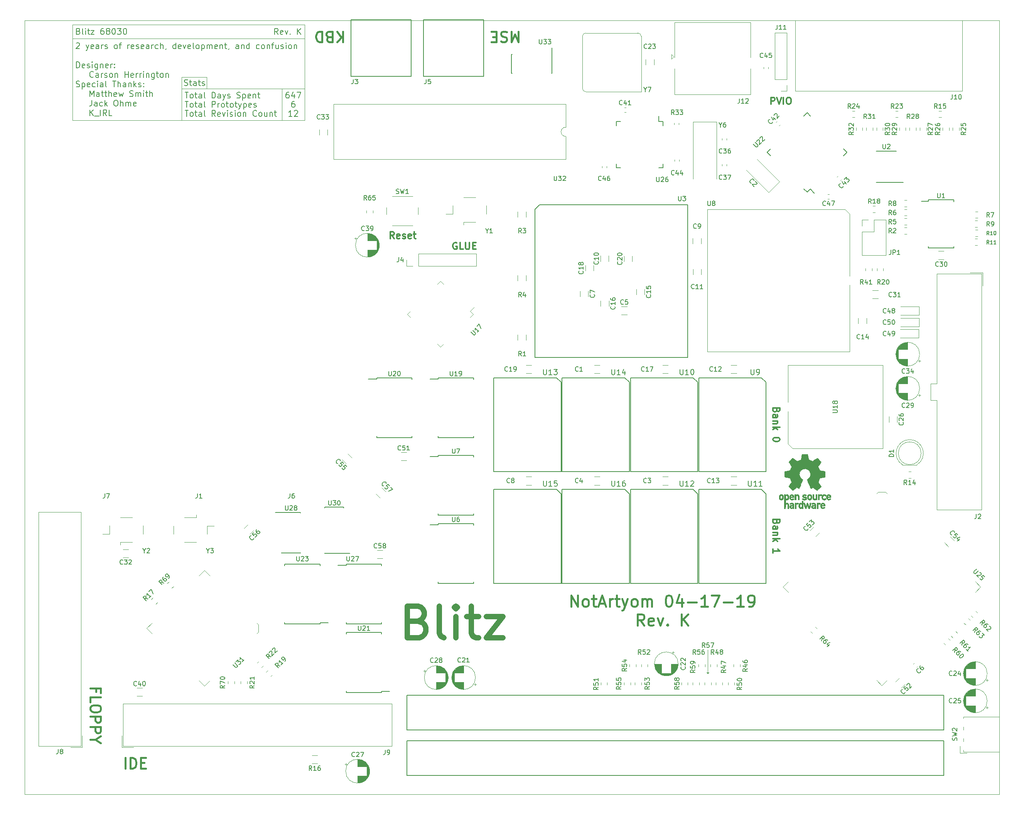
<source format=gbr>
%TF.GenerationSoftware,KiCad,Pcbnew,5.1.0-060a0da~80~ubuntu18.04.1*%
%TF.CreationDate,2019-04-17T18:28:31-04:00*%
%TF.ProjectId,C68,4336382e-6b69-4636-9164-5f7063625858,rev?*%
%TF.SameCoordinates,Original*%
%TF.FileFunction,Legend,Top*%
%TF.FilePolarity,Positive*%
%FSLAX46Y46*%
G04 Gerber Fmt 4.6, Leading zero omitted, Abs format (unit mm)*
G04 Created by KiCad (PCBNEW 5.1.0-060a0da~80~ubuntu18.04.1) date 2019-04-17 18:28:31*
%MOMM*%
%LPD*%
G04 APERTURE LIST*
%ADD10C,0.120000*%
%ADD11C,0.150000*%
%ADD12C,0.100000*%
%ADD13C,0.300000*%
%ADD14C,0.450000*%
%ADD15C,1.200000*%
%ADD16C,0.050000*%
%ADD17C,0.400000*%
%ADD18C,0.010000*%
%ADD19C,0.200000*%
G04 APERTURE END LIST*
D10*
X130000000Y-52500000D02*
X130000000Y-55000000D01*
X124500000Y-52500000D02*
X130000000Y-52500000D01*
X124500000Y-53000000D02*
X124500000Y-52500000D01*
X124500000Y-55000000D02*
X124500000Y-53000000D01*
X146500000Y-62000000D02*
X146500000Y-55000000D01*
D11*
X148009523Y-55788095D02*
X147761904Y-55788095D01*
X147638095Y-55850000D01*
X147576190Y-55911904D01*
X147452380Y-56097619D01*
X147390476Y-56345238D01*
X147390476Y-56840476D01*
X147452380Y-56964285D01*
X147514285Y-57026190D01*
X147638095Y-57088095D01*
X147885714Y-57088095D01*
X148009523Y-57026190D01*
X148071428Y-56964285D01*
X148133333Y-56840476D01*
X148133333Y-56530952D01*
X148071428Y-56407142D01*
X148009523Y-56345238D01*
X147885714Y-56283333D01*
X147638095Y-56283333D01*
X147514285Y-56345238D01*
X147452380Y-56407142D01*
X147390476Y-56530952D01*
X149247619Y-56221428D02*
X149247619Y-57088095D01*
X148938095Y-55726190D02*
X148628571Y-56654761D01*
X149433333Y-56654761D01*
X149804761Y-55788095D02*
X150671428Y-55788095D01*
X150114285Y-57088095D01*
X149247619Y-57788095D02*
X149000000Y-57788095D01*
X148876190Y-57850000D01*
X148814285Y-57911904D01*
X148690476Y-58097619D01*
X148628571Y-58345238D01*
X148628571Y-58840476D01*
X148690476Y-58964285D01*
X148752380Y-59026190D01*
X148876190Y-59088095D01*
X149123809Y-59088095D01*
X149247619Y-59026190D01*
X149309523Y-58964285D01*
X149371428Y-58840476D01*
X149371428Y-58530952D01*
X149309523Y-58407142D01*
X149247619Y-58345238D01*
X149123809Y-58283333D01*
X148876190Y-58283333D01*
X148752380Y-58345238D01*
X148690476Y-58407142D01*
X148628571Y-58530952D01*
X148752380Y-61088095D02*
X148009523Y-61088095D01*
X148380952Y-61088095D02*
X148380952Y-59788095D01*
X148257142Y-59973809D01*
X148133333Y-60097619D01*
X148009523Y-60159523D01*
X149247619Y-59911904D02*
X149309523Y-59850000D01*
X149433333Y-59788095D01*
X149742857Y-59788095D01*
X149866666Y-59850000D01*
X149928571Y-59911904D01*
X149990476Y-60035714D01*
X149990476Y-60159523D01*
X149928571Y-60345238D01*
X149185714Y-61088095D01*
X149990476Y-61088095D01*
X125221309Y-55788095D02*
X125964166Y-55788095D01*
X125592738Y-57088095D02*
X125592738Y-55788095D01*
X126583214Y-57088095D02*
X126459404Y-57026190D01*
X126397500Y-56964285D01*
X126335595Y-56840476D01*
X126335595Y-56469047D01*
X126397500Y-56345238D01*
X126459404Y-56283333D01*
X126583214Y-56221428D01*
X126768928Y-56221428D01*
X126892738Y-56283333D01*
X126954642Y-56345238D01*
X127016547Y-56469047D01*
X127016547Y-56840476D01*
X126954642Y-56964285D01*
X126892738Y-57026190D01*
X126768928Y-57088095D01*
X126583214Y-57088095D01*
X127387976Y-56221428D02*
X127883214Y-56221428D01*
X127573690Y-55788095D02*
X127573690Y-56902380D01*
X127635595Y-57026190D01*
X127759404Y-57088095D01*
X127883214Y-57088095D01*
X128873690Y-57088095D02*
X128873690Y-56407142D01*
X128811785Y-56283333D01*
X128687976Y-56221428D01*
X128440357Y-56221428D01*
X128316547Y-56283333D01*
X128873690Y-57026190D02*
X128749880Y-57088095D01*
X128440357Y-57088095D01*
X128316547Y-57026190D01*
X128254642Y-56902380D01*
X128254642Y-56778571D01*
X128316547Y-56654761D01*
X128440357Y-56592857D01*
X128749880Y-56592857D01*
X128873690Y-56530952D01*
X129678452Y-57088095D02*
X129554642Y-57026190D01*
X129492738Y-56902380D01*
X129492738Y-55788095D01*
X131164166Y-57088095D02*
X131164166Y-55788095D01*
X131473690Y-55788095D01*
X131659404Y-55850000D01*
X131783214Y-55973809D01*
X131845119Y-56097619D01*
X131907023Y-56345238D01*
X131907023Y-56530952D01*
X131845119Y-56778571D01*
X131783214Y-56902380D01*
X131659404Y-57026190D01*
X131473690Y-57088095D01*
X131164166Y-57088095D01*
X133021309Y-57088095D02*
X133021309Y-56407142D01*
X132959404Y-56283333D01*
X132835595Y-56221428D01*
X132587976Y-56221428D01*
X132464166Y-56283333D01*
X133021309Y-57026190D02*
X132897500Y-57088095D01*
X132587976Y-57088095D01*
X132464166Y-57026190D01*
X132402261Y-56902380D01*
X132402261Y-56778571D01*
X132464166Y-56654761D01*
X132587976Y-56592857D01*
X132897500Y-56592857D01*
X133021309Y-56530952D01*
X133516547Y-56221428D02*
X133826071Y-57088095D01*
X134135595Y-56221428D02*
X133826071Y-57088095D01*
X133702261Y-57397619D01*
X133640357Y-57459523D01*
X133516547Y-57521428D01*
X134568928Y-57026190D02*
X134692738Y-57088095D01*
X134940357Y-57088095D01*
X135064166Y-57026190D01*
X135126071Y-56902380D01*
X135126071Y-56840476D01*
X135064166Y-56716666D01*
X134940357Y-56654761D01*
X134754642Y-56654761D01*
X134630833Y-56592857D01*
X134568928Y-56469047D01*
X134568928Y-56407142D01*
X134630833Y-56283333D01*
X134754642Y-56221428D01*
X134940357Y-56221428D01*
X135064166Y-56283333D01*
X136611785Y-57026190D02*
X136797500Y-57088095D01*
X137107023Y-57088095D01*
X137230833Y-57026190D01*
X137292738Y-56964285D01*
X137354642Y-56840476D01*
X137354642Y-56716666D01*
X137292738Y-56592857D01*
X137230833Y-56530952D01*
X137107023Y-56469047D01*
X136859404Y-56407142D01*
X136735595Y-56345238D01*
X136673690Y-56283333D01*
X136611785Y-56159523D01*
X136611785Y-56035714D01*
X136673690Y-55911904D01*
X136735595Y-55850000D01*
X136859404Y-55788095D01*
X137168928Y-55788095D01*
X137354642Y-55850000D01*
X137911785Y-56221428D02*
X137911785Y-57521428D01*
X137911785Y-56283333D02*
X138035595Y-56221428D01*
X138283214Y-56221428D01*
X138407023Y-56283333D01*
X138468928Y-56345238D01*
X138530833Y-56469047D01*
X138530833Y-56840476D01*
X138468928Y-56964285D01*
X138407023Y-57026190D01*
X138283214Y-57088095D01*
X138035595Y-57088095D01*
X137911785Y-57026190D01*
X139583214Y-57026190D02*
X139459404Y-57088095D01*
X139211785Y-57088095D01*
X139087976Y-57026190D01*
X139026071Y-56902380D01*
X139026071Y-56407142D01*
X139087976Y-56283333D01*
X139211785Y-56221428D01*
X139459404Y-56221428D01*
X139583214Y-56283333D01*
X139645119Y-56407142D01*
X139645119Y-56530952D01*
X139026071Y-56654761D01*
X140202261Y-56221428D02*
X140202261Y-57088095D01*
X140202261Y-56345238D02*
X140264166Y-56283333D01*
X140387976Y-56221428D01*
X140573690Y-56221428D01*
X140697500Y-56283333D01*
X140759404Y-56407142D01*
X140759404Y-57088095D01*
X141192738Y-56221428D02*
X141687976Y-56221428D01*
X141378452Y-55788095D02*
X141378452Y-56902380D01*
X141440357Y-57026190D01*
X141564166Y-57088095D01*
X141687976Y-57088095D01*
D10*
X124500000Y-55000000D02*
X151500000Y-55000000D01*
X124500000Y-62000000D02*
X124500000Y-55000000D01*
D11*
X125095119Y-54276190D02*
X125280833Y-54338095D01*
X125590357Y-54338095D01*
X125714166Y-54276190D01*
X125776071Y-54214285D01*
X125837976Y-54090476D01*
X125837976Y-53966666D01*
X125776071Y-53842857D01*
X125714166Y-53780952D01*
X125590357Y-53719047D01*
X125342738Y-53657142D01*
X125218928Y-53595238D01*
X125157023Y-53533333D01*
X125095119Y-53409523D01*
X125095119Y-53285714D01*
X125157023Y-53161904D01*
X125218928Y-53100000D01*
X125342738Y-53038095D01*
X125652261Y-53038095D01*
X125837976Y-53100000D01*
X126209404Y-53471428D02*
X126704642Y-53471428D01*
X126395119Y-53038095D02*
X126395119Y-54152380D01*
X126457023Y-54276190D01*
X126580833Y-54338095D01*
X126704642Y-54338095D01*
X127695119Y-54338095D02*
X127695119Y-53657142D01*
X127633214Y-53533333D01*
X127509404Y-53471428D01*
X127261785Y-53471428D01*
X127137976Y-53533333D01*
X127695119Y-54276190D02*
X127571309Y-54338095D01*
X127261785Y-54338095D01*
X127137976Y-54276190D01*
X127076071Y-54152380D01*
X127076071Y-54028571D01*
X127137976Y-53904761D01*
X127261785Y-53842857D01*
X127571309Y-53842857D01*
X127695119Y-53780952D01*
X128128452Y-53471428D02*
X128623690Y-53471428D01*
X128314166Y-53038095D02*
X128314166Y-54152380D01*
X128376071Y-54276190D01*
X128499880Y-54338095D01*
X128623690Y-54338095D01*
X128995119Y-54276190D02*
X129118928Y-54338095D01*
X129366547Y-54338095D01*
X129490357Y-54276190D01*
X129552261Y-54152380D01*
X129552261Y-54090476D01*
X129490357Y-53966666D01*
X129366547Y-53904761D01*
X129180833Y-53904761D01*
X129057023Y-53842857D01*
X128995119Y-53719047D01*
X128995119Y-53657142D01*
X129057023Y-53533333D01*
X129180833Y-53471428D01*
X129366547Y-53471428D01*
X129490357Y-53533333D01*
X145649880Y-43088095D02*
X145216547Y-42469047D01*
X144907023Y-43088095D02*
X144907023Y-41788095D01*
X145402261Y-41788095D01*
X145526071Y-41850000D01*
X145587976Y-41911904D01*
X145649880Y-42035714D01*
X145649880Y-42221428D01*
X145587976Y-42345238D01*
X145526071Y-42407142D01*
X145402261Y-42469047D01*
X144907023Y-42469047D01*
X146702261Y-43026190D02*
X146578452Y-43088095D01*
X146330833Y-43088095D01*
X146207023Y-43026190D01*
X146145119Y-42902380D01*
X146145119Y-42407142D01*
X146207023Y-42283333D01*
X146330833Y-42221428D01*
X146578452Y-42221428D01*
X146702261Y-42283333D01*
X146764166Y-42407142D01*
X146764166Y-42530952D01*
X146145119Y-42654761D01*
X147197500Y-42221428D02*
X147507023Y-43088095D01*
X147816547Y-42221428D01*
X148311785Y-42964285D02*
X148373690Y-43026190D01*
X148311785Y-43088095D01*
X148249880Y-43026190D01*
X148311785Y-42964285D01*
X148311785Y-43088095D01*
X149921309Y-43088095D02*
X149921309Y-41788095D01*
X150664166Y-43088095D02*
X150107023Y-42345238D01*
X150664166Y-41788095D02*
X149921309Y-42530952D01*
X125221309Y-57788095D02*
X125964166Y-57788095D01*
X125592738Y-59088095D02*
X125592738Y-57788095D01*
X126583214Y-59088095D02*
X126459404Y-59026190D01*
X126397500Y-58964285D01*
X126335595Y-58840476D01*
X126335595Y-58469047D01*
X126397500Y-58345238D01*
X126459404Y-58283333D01*
X126583214Y-58221428D01*
X126768928Y-58221428D01*
X126892738Y-58283333D01*
X126954642Y-58345238D01*
X127016547Y-58469047D01*
X127016547Y-58840476D01*
X126954642Y-58964285D01*
X126892738Y-59026190D01*
X126768928Y-59088095D01*
X126583214Y-59088095D01*
X127387976Y-58221428D02*
X127883214Y-58221428D01*
X127573690Y-57788095D02*
X127573690Y-58902380D01*
X127635595Y-59026190D01*
X127759404Y-59088095D01*
X127883214Y-59088095D01*
X128873690Y-59088095D02*
X128873690Y-58407142D01*
X128811785Y-58283333D01*
X128687976Y-58221428D01*
X128440357Y-58221428D01*
X128316547Y-58283333D01*
X128873690Y-59026190D02*
X128749880Y-59088095D01*
X128440357Y-59088095D01*
X128316547Y-59026190D01*
X128254642Y-58902380D01*
X128254642Y-58778571D01*
X128316547Y-58654761D01*
X128440357Y-58592857D01*
X128749880Y-58592857D01*
X128873690Y-58530952D01*
X129678452Y-59088095D02*
X129554642Y-59026190D01*
X129492738Y-58902380D01*
X129492738Y-57788095D01*
X131164166Y-59088095D02*
X131164166Y-57788095D01*
X131659404Y-57788095D01*
X131783214Y-57850000D01*
X131845119Y-57911904D01*
X131907023Y-58035714D01*
X131907023Y-58221428D01*
X131845119Y-58345238D01*
X131783214Y-58407142D01*
X131659404Y-58469047D01*
X131164166Y-58469047D01*
X132464166Y-59088095D02*
X132464166Y-58221428D01*
X132464166Y-58469047D02*
X132526071Y-58345238D01*
X132587976Y-58283333D01*
X132711785Y-58221428D01*
X132835595Y-58221428D01*
X133454642Y-59088095D02*
X133330833Y-59026190D01*
X133268928Y-58964285D01*
X133207023Y-58840476D01*
X133207023Y-58469047D01*
X133268928Y-58345238D01*
X133330833Y-58283333D01*
X133454642Y-58221428D01*
X133640357Y-58221428D01*
X133764166Y-58283333D01*
X133826071Y-58345238D01*
X133887976Y-58469047D01*
X133887976Y-58840476D01*
X133826071Y-58964285D01*
X133764166Y-59026190D01*
X133640357Y-59088095D01*
X133454642Y-59088095D01*
X134259404Y-58221428D02*
X134754642Y-58221428D01*
X134445119Y-57788095D02*
X134445119Y-58902380D01*
X134507023Y-59026190D01*
X134630833Y-59088095D01*
X134754642Y-59088095D01*
X135373690Y-59088095D02*
X135249880Y-59026190D01*
X135187976Y-58964285D01*
X135126071Y-58840476D01*
X135126071Y-58469047D01*
X135187976Y-58345238D01*
X135249880Y-58283333D01*
X135373690Y-58221428D01*
X135559404Y-58221428D01*
X135683214Y-58283333D01*
X135745119Y-58345238D01*
X135807023Y-58469047D01*
X135807023Y-58840476D01*
X135745119Y-58964285D01*
X135683214Y-59026190D01*
X135559404Y-59088095D01*
X135373690Y-59088095D01*
X136178452Y-58221428D02*
X136673690Y-58221428D01*
X136364166Y-57788095D02*
X136364166Y-58902380D01*
X136426071Y-59026190D01*
X136549880Y-59088095D01*
X136673690Y-59088095D01*
X136983214Y-58221428D02*
X137292738Y-59088095D01*
X137602261Y-58221428D02*
X137292738Y-59088095D01*
X137168928Y-59397619D01*
X137107023Y-59459523D01*
X136983214Y-59521428D01*
X138097500Y-58221428D02*
X138097500Y-59521428D01*
X138097500Y-58283333D02*
X138221309Y-58221428D01*
X138468928Y-58221428D01*
X138592738Y-58283333D01*
X138654642Y-58345238D01*
X138716547Y-58469047D01*
X138716547Y-58840476D01*
X138654642Y-58964285D01*
X138592738Y-59026190D01*
X138468928Y-59088095D01*
X138221309Y-59088095D01*
X138097500Y-59026190D01*
X139768928Y-59026190D02*
X139645119Y-59088095D01*
X139397500Y-59088095D01*
X139273690Y-59026190D01*
X139211785Y-58902380D01*
X139211785Y-58407142D01*
X139273690Y-58283333D01*
X139397500Y-58221428D01*
X139645119Y-58221428D01*
X139768928Y-58283333D01*
X139830833Y-58407142D01*
X139830833Y-58530952D01*
X139211785Y-58654761D01*
X140326071Y-59026190D02*
X140449880Y-59088095D01*
X140697500Y-59088095D01*
X140821309Y-59026190D01*
X140883214Y-58902380D01*
X140883214Y-58840476D01*
X140821309Y-58716666D01*
X140697500Y-58654761D01*
X140511785Y-58654761D01*
X140387976Y-58592857D01*
X140326071Y-58469047D01*
X140326071Y-58407142D01*
X140387976Y-58283333D01*
X140511785Y-58221428D01*
X140697500Y-58221428D01*
X140821309Y-58283333D01*
X125221309Y-59788095D02*
X125964166Y-59788095D01*
X125592738Y-61088095D02*
X125592738Y-59788095D01*
X126583214Y-61088095D02*
X126459404Y-61026190D01*
X126397500Y-60964285D01*
X126335595Y-60840476D01*
X126335595Y-60469047D01*
X126397500Y-60345238D01*
X126459404Y-60283333D01*
X126583214Y-60221428D01*
X126768928Y-60221428D01*
X126892738Y-60283333D01*
X126954642Y-60345238D01*
X127016547Y-60469047D01*
X127016547Y-60840476D01*
X126954642Y-60964285D01*
X126892738Y-61026190D01*
X126768928Y-61088095D01*
X126583214Y-61088095D01*
X127387976Y-60221428D02*
X127883214Y-60221428D01*
X127573690Y-59788095D02*
X127573690Y-60902380D01*
X127635595Y-61026190D01*
X127759404Y-61088095D01*
X127883214Y-61088095D01*
X128873690Y-61088095D02*
X128873690Y-60407142D01*
X128811785Y-60283333D01*
X128687976Y-60221428D01*
X128440357Y-60221428D01*
X128316547Y-60283333D01*
X128873690Y-61026190D02*
X128749880Y-61088095D01*
X128440357Y-61088095D01*
X128316547Y-61026190D01*
X128254642Y-60902380D01*
X128254642Y-60778571D01*
X128316547Y-60654761D01*
X128440357Y-60592857D01*
X128749880Y-60592857D01*
X128873690Y-60530952D01*
X129678452Y-61088095D02*
X129554642Y-61026190D01*
X129492738Y-60902380D01*
X129492738Y-59788095D01*
X131907023Y-61088095D02*
X131473690Y-60469047D01*
X131164166Y-61088095D02*
X131164166Y-59788095D01*
X131659404Y-59788095D01*
X131783214Y-59850000D01*
X131845119Y-59911904D01*
X131907023Y-60035714D01*
X131907023Y-60221428D01*
X131845119Y-60345238D01*
X131783214Y-60407142D01*
X131659404Y-60469047D01*
X131164166Y-60469047D01*
X132959404Y-61026190D02*
X132835595Y-61088095D01*
X132587976Y-61088095D01*
X132464166Y-61026190D01*
X132402261Y-60902380D01*
X132402261Y-60407142D01*
X132464166Y-60283333D01*
X132587976Y-60221428D01*
X132835595Y-60221428D01*
X132959404Y-60283333D01*
X133021309Y-60407142D01*
X133021309Y-60530952D01*
X132402261Y-60654761D01*
X133454642Y-60221428D02*
X133764166Y-61088095D01*
X134073690Y-60221428D01*
X134568928Y-61088095D02*
X134568928Y-60221428D01*
X134568928Y-59788095D02*
X134507023Y-59850000D01*
X134568928Y-59911904D01*
X134630833Y-59850000D01*
X134568928Y-59788095D01*
X134568928Y-59911904D01*
X135126071Y-61026190D02*
X135249880Y-61088095D01*
X135497500Y-61088095D01*
X135621309Y-61026190D01*
X135683214Y-60902380D01*
X135683214Y-60840476D01*
X135621309Y-60716666D01*
X135497500Y-60654761D01*
X135311785Y-60654761D01*
X135187976Y-60592857D01*
X135126071Y-60469047D01*
X135126071Y-60407142D01*
X135187976Y-60283333D01*
X135311785Y-60221428D01*
X135497500Y-60221428D01*
X135621309Y-60283333D01*
X136240357Y-61088095D02*
X136240357Y-60221428D01*
X136240357Y-59788095D02*
X136178452Y-59850000D01*
X136240357Y-59911904D01*
X136302261Y-59850000D01*
X136240357Y-59788095D01*
X136240357Y-59911904D01*
X137045119Y-61088095D02*
X136921309Y-61026190D01*
X136859404Y-60964285D01*
X136797500Y-60840476D01*
X136797500Y-60469047D01*
X136859404Y-60345238D01*
X136921309Y-60283333D01*
X137045119Y-60221428D01*
X137230833Y-60221428D01*
X137354642Y-60283333D01*
X137416547Y-60345238D01*
X137478452Y-60469047D01*
X137478452Y-60840476D01*
X137416547Y-60964285D01*
X137354642Y-61026190D01*
X137230833Y-61088095D01*
X137045119Y-61088095D01*
X138035595Y-60221428D02*
X138035595Y-61088095D01*
X138035595Y-60345238D02*
X138097500Y-60283333D01*
X138221309Y-60221428D01*
X138407023Y-60221428D01*
X138530833Y-60283333D01*
X138592738Y-60407142D01*
X138592738Y-61088095D01*
X140945119Y-60964285D02*
X140883214Y-61026190D01*
X140697500Y-61088095D01*
X140573690Y-61088095D01*
X140387976Y-61026190D01*
X140264166Y-60902380D01*
X140202261Y-60778571D01*
X140140357Y-60530952D01*
X140140357Y-60345238D01*
X140202261Y-60097619D01*
X140264166Y-59973809D01*
X140387976Y-59850000D01*
X140573690Y-59788095D01*
X140697500Y-59788095D01*
X140883214Y-59850000D01*
X140945119Y-59911904D01*
X141687976Y-61088095D02*
X141564166Y-61026190D01*
X141502261Y-60964285D01*
X141440357Y-60840476D01*
X141440357Y-60469047D01*
X141502261Y-60345238D01*
X141564166Y-60283333D01*
X141687976Y-60221428D01*
X141873690Y-60221428D01*
X141997500Y-60283333D01*
X142059404Y-60345238D01*
X142121309Y-60469047D01*
X142121309Y-60840476D01*
X142059404Y-60964285D01*
X141997500Y-61026190D01*
X141873690Y-61088095D01*
X141687976Y-61088095D01*
X143235595Y-60221428D02*
X143235595Y-61088095D01*
X142678452Y-60221428D02*
X142678452Y-60902380D01*
X142740357Y-61026190D01*
X142864166Y-61088095D01*
X143049880Y-61088095D01*
X143173690Y-61026190D01*
X143235595Y-60964285D01*
X143854642Y-60221428D02*
X143854642Y-61088095D01*
X143854642Y-60345238D02*
X143916547Y-60283333D01*
X144040357Y-60221428D01*
X144226071Y-60221428D01*
X144349880Y-60283333D01*
X144411785Y-60407142D01*
X144411785Y-61088095D01*
X144845119Y-60221428D02*
X145340357Y-60221428D01*
X145030833Y-59788095D02*
X145030833Y-60902380D01*
X145092738Y-61026190D01*
X145216547Y-61088095D01*
X145340357Y-61088095D01*
D10*
X100500000Y-44000000D02*
X151500000Y-44000000D01*
D11*
X101840357Y-42407142D02*
X102026071Y-42469047D01*
X102087976Y-42530952D01*
X102149880Y-42654761D01*
X102149880Y-42840476D01*
X102087976Y-42964285D01*
X102026071Y-43026190D01*
X101902261Y-43088095D01*
X101407023Y-43088095D01*
X101407023Y-41788095D01*
X101840357Y-41788095D01*
X101964166Y-41850000D01*
X102026071Y-41911904D01*
X102087976Y-42035714D01*
X102087976Y-42159523D01*
X102026071Y-42283333D01*
X101964166Y-42345238D01*
X101840357Y-42407142D01*
X101407023Y-42407142D01*
X102892738Y-43088095D02*
X102768928Y-43026190D01*
X102707023Y-42902380D01*
X102707023Y-41788095D01*
X103387976Y-43088095D02*
X103387976Y-42221428D01*
X103387976Y-41788095D02*
X103326071Y-41850000D01*
X103387976Y-41911904D01*
X103449880Y-41850000D01*
X103387976Y-41788095D01*
X103387976Y-41911904D01*
X103821309Y-42221428D02*
X104316547Y-42221428D01*
X104007023Y-41788095D02*
X104007023Y-42902380D01*
X104068928Y-43026190D01*
X104192738Y-43088095D01*
X104316547Y-43088095D01*
X104626071Y-42221428D02*
X105307023Y-42221428D01*
X104626071Y-43088095D01*
X105307023Y-43088095D01*
X107349880Y-41788095D02*
X107102261Y-41788095D01*
X106978452Y-41850000D01*
X106916547Y-41911904D01*
X106792738Y-42097619D01*
X106730833Y-42345238D01*
X106730833Y-42840476D01*
X106792738Y-42964285D01*
X106854642Y-43026190D01*
X106978452Y-43088095D01*
X107226071Y-43088095D01*
X107349880Y-43026190D01*
X107411785Y-42964285D01*
X107473690Y-42840476D01*
X107473690Y-42530952D01*
X107411785Y-42407142D01*
X107349880Y-42345238D01*
X107226071Y-42283333D01*
X106978452Y-42283333D01*
X106854642Y-42345238D01*
X106792738Y-42407142D01*
X106730833Y-42530952D01*
X108216547Y-42345238D02*
X108092738Y-42283333D01*
X108030833Y-42221428D01*
X107968928Y-42097619D01*
X107968928Y-42035714D01*
X108030833Y-41911904D01*
X108092738Y-41850000D01*
X108216547Y-41788095D01*
X108464166Y-41788095D01*
X108587976Y-41850000D01*
X108649880Y-41911904D01*
X108711785Y-42035714D01*
X108711785Y-42097619D01*
X108649880Y-42221428D01*
X108587976Y-42283333D01*
X108464166Y-42345238D01*
X108216547Y-42345238D01*
X108092738Y-42407142D01*
X108030833Y-42469047D01*
X107968928Y-42592857D01*
X107968928Y-42840476D01*
X108030833Y-42964285D01*
X108092738Y-43026190D01*
X108216547Y-43088095D01*
X108464166Y-43088095D01*
X108587976Y-43026190D01*
X108649880Y-42964285D01*
X108711785Y-42840476D01*
X108711785Y-42592857D01*
X108649880Y-42469047D01*
X108587976Y-42407142D01*
X108464166Y-42345238D01*
X109516547Y-41788095D02*
X109640357Y-41788095D01*
X109764166Y-41850000D01*
X109826071Y-41911904D01*
X109887976Y-42035714D01*
X109949880Y-42283333D01*
X109949880Y-42592857D01*
X109887976Y-42840476D01*
X109826071Y-42964285D01*
X109764166Y-43026190D01*
X109640357Y-43088095D01*
X109516547Y-43088095D01*
X109392738Y-43026190D01*
X109330833Y-42964285D01*
X109268928Y-42840476D01*
X109207023Y-42592857D01*
X109207023Y-42283333D01*
X109268928Y-42035714D01*
X109330833Y-41911904D01*
X109392738Y-41850000D01*
X109516547Y-41788095D01*
X110383214Y-41788095D02*
X111187976Y-41788095D01*
X110754642Y-42283333D01*
X110940357Y-42283333D01*
X111064166Y-42345238D01*
X111126071Y-42407142D01*
X111187976Y-42530952D01*
X111187976Y-42840476D01*
X111126071Y-42964285D01*
X111064166Y-43026190D01*
X110940357Y-43088095D01*
X110568928Y-43088095D01*
X110445119Y-43026190D01*
X110383214Y-42964285D01*
X111992738Y-41788095D02*
X112116547Y-41788095D01*
X112240357Y-41850000D01*
X112302261Y-41911904D01*
X112364166Y-42035714D01*
X112426071Y-42283333D01*
X112426071Y-42592857D01*
X112364166Y-42840476D01*
X112302261Y-42964285D01*
X112240357Y-43026190D01*
X112116547Y-43088095D01*
X111992738Y-43088095D01*
X111868928Y-43026190D01*
X111807023Y-42964285D01*
X111745119Y-42840476D01*
X111683214Y-42592857D01*
X111683214Y-42283333D01*
X111745119Y-42035714D01*
X111807023Y-41911904D01*
X111868928Y-41850000D01*
X111992738Y-41788095D01*
D10*
X100500000Y-62000000D02*
X100500000Y-41000000D01*
X151500000Y-62000000D02*
X100500000Y-62000000D01*
X151500000Y-41000000D02*
X151500000Y-62000000D01*
X100500000Y-41000000D02*
X151500000Y-41000000D01*
D12*
G36*
X240000000Y-183500000D02*
G01*
X239750000Y-183250000D01*
X240250000Y-183250000D01*
X240000000Y-183500000D01*
G37*
X240000000Y-183500000D02*
X239750000Y-183250000D01*
X240250000Y-183250000D01*
X240000000Y-183500000D01*
D10*
X240000000Y-178250000D02*
X240000000Y-183500000D01*
D13*
X255107142Y-150107142D02*
X255035714Y-150321428D01*
X254964285Y-150392857D01*
X254821428Y-150464285D01*
X254607142Y-150464285D01*
X254464285Y-150392857D01*
X254392857Y-150321428D01*
X254321428Y-150178571D01*
X254321428Y-149607142D01*
X255821428Y-149607142D01*
X255821428Y-150107142D01*
X255750000Y-150250000D01*
X255678571Y-150321428D01*
X255535714Y-150392857D01*
X255392857Y-150392857D01*
X255250000Y-150321428D01*
X255178571Y-150250000D01*
X255107142Y-150107142D01*
X255107142Y-149607142D01*
X254321428Y-151750000D02*
X255107142Y-151750000D01*
X255250000Y-151678571D01*
X255321428Y-151535714D01*
X255321428Y-151250000D01*
X255250000Y-151107142D01*
X254392857Y-151750000D02*
X254321428Y-151607142D01*
X254321428Y-151250000D01*
X254392857Y-151107142D01*
X254535714Y-151035714D01*
X254678571Y-151035714D01*
X254821428Y-151107142D01*
X254892857Y-151250000D01*
X254892857Y-151607142D01*
X254964285Y-151750000D01*
X255321428Y-152464285D02*
X254321428Y-152464285D01*
X255178571Y-152464285D02*
X255250000Y-152535714D01*
X255321428Y-152678571D01*
X255321428Y-152892857D01*
X255250000Y-153035714D01*
X255107142Y-153107142D01*
X254321428Y-153107142D01*
X254321428Y-153821428D02*
X255821428Y-153821428D01*
X254892857Y-153964285D02*
X254321428Y-154392857D01*
X255321428Y-154392857D02*
X254750000Y-153821428D01*
X254321428Y-156964285D02*
X254321428Y-156107142D01*
X254321428Y-156535714D02*
X255821428Y-156535714D01*
X255607142Y-156392857D01*
X255464285Y-156250000D01*
X255392857Y-156107142D01*
X255107142Y-125607142D02*
X255035714Y-125821428D01*
X254964285Y-125892857D01*
X254821428Y-125964285D01*
X254607142Y-125964285D01*
X254464285Y-125892857D01*
X254392857Y-125821428D01*
X254321428Y-125678571D01*
X254321428Y-125107142D01*
X255821428Y-125107142D01*
X255821428Y-125607142D01*
X255750000Y-125750000D01*
X255678571Y-125821428D01*
X255535714Y-125892857D01*
X255392857Y-125892857D01*
X255250000Y-125821428D01*
X255178571Y-125750000D01*
X255107142Y-125607142D01*
X255107142Y-125107142D01*
X254321428Y-127250000D02*
X255107142Y-127250000D01*
X255250000Y-127178571D01*
X255321428Y-127035714D01*
X255321428Y-126750000D01*
X255250000Y-126607142D01*
X254392857Y-127250000D02*
X254321428Y-127107142D01*
X254321428Y-126750000D01*
X254392857Y-126607142D01*
X254535714Y-126535714D01*
X254678571Y-126535714D01*
X254821428Y-126607142D01*
X254892857Y-126750000D01*
X254892857Y-127107142D01*
X254964285Y-127250000D01*
X255321428Y-127964285D02*
X254321428Y-127964285D01*
X255178571Y-127964285D02*
X255250000Y-128035714D01*
X255321428Y-128178571D01*
X255321428Y-128392857D01*
X255250000Y-128535714D01*
X255107142Y-128607142D01*
X254321428Y-128607142D01*
X254321428Y-129321428D02*
X255821428Y-129321428D01*
X254892857Y-129464285D02*
X254321428Y-129892857D01*
X255321428Y-129892857D02*
X254750000Y-129321428D01*
X255821428Y-131964285D02*
X255821428Y-132107142D01*
X255750000Y-132250000D01*
X255678571Y-132321428D01*
X255535714Y-132392857D01*
X255250000Y-132464285D01*
X254892857Y-132464285D01*
X254607142Y-132392857D01*
X254464285Y-132321428D01*
X254392857Y-132250000D01*
X254321428Y-132107142D01*
X254321428Y-131964285D01*
X254392857Y-131821428D01*
X254464285Y-131750000D01*
X254607142Y-131678571D01*
X254892857Y-131607142D01*
X255250000Y-131607142D01*
X255535714Y-131678571D01*
X255678571Y-131750000D01*
X255750000Y-131821428D01*
X255821428Y-131964285D01*
D14*
X198402380Y-42459523D02*
X198402380Y-44759523D01*
X197635714Y-43116666D01*
X196869047Y-44759523D01*
X196869047Y-42459523D01*
X195883333Y-42569047D02*
X195554761Y-42459523D01*
X195007142Y-42459523D01*
X194788095Y-42569047D01*
X194678571Y-42678571D01*
X194569047Y-42897619D01*
X194569047Y-43116666D01*
X194678571Y-43335714D01*
X194788095Y-43445238D01*
X195007142Y-43554761D01*
X195445238Y-43664285D01*
X195664285Y-43773809D01*
X195773809Y-43883333D01*
X195883333Y-44102380D01*
X195883333Y-44321428D01*
X195773809Y-44540476D01*
X195664285Y-44650000D01*
X195445238Y-44759523D01*
X194897619Y-44759523D01*
X194569047Y-44650000D01*
X193583333Y-43664285D02*
X192816666Y-43664285D01*
X192488095Y-42459523D02*
X193583333Y-42459523D01*
X193583333Y-44759523D01*
X192488095Y-44759523D01*
X159902380Y-42459523D02*
X159902380Y-44759523D01*
X158588095Y-42459523D02*
X159573809Y-43773809D01*
X158588095Y-44759523D02*
X159902380Y-43445238D01*
X156835714Y-43664285D02*
X156507142Y-43554761D01*
X156397619Y-43445238D01*
X156288095Y-43226190D01*
X156288095Y-42897619D01*
X156397619Y-42678571D01*
X156507142Y-42569047D01*
X156726190Y-42459523D01*
X157602380Y-42459523D01*
X157602380Y-44759523D01*
X156835714Y-44759523D01*
X156616666Y-44650000D01*
X156507142Y-44540476D01*
X156397619Y-44321428D01*
X156397619Y-44102380D01*
X156507142Y-43883333D01*
X156616666Y-43773809D01*
X156835714Y-43664285D01*
X157602380Y-43664285D01*
X155302380Y-42459523D02*
X155302380Y-44759523D01*
X154754761Y-44759523D01*
X154426190Y-44650000D01*
X154207142Y-44430952D01*
X154097619Y-44211904D01*
X153988095Y-43773809D01*
X153988095Y-43445238D01*
X154097619Y-43007142D01*
X154207142Y-42788095D01*
X154426190Y-42569047D01*
X154754761Y-42459523D01*
X155302380Y-42459523D01*
X105664285Y-187407142D02*
X105664285Y-186640476D01*
X104459523Y-186640476D02*
X106759523Y-186640476D01*
X106759523Y-187735714D01*
X104459523Y-189707142D02*
X104459523Y-188611904D01*
X106759523Y-188611904D01*
X106759523Y-190911904D02*
X106759523Y-191350000D01*
X106650000Y-191569047D01*
X106430952Y-191788095D01*
X105992857Y-191897619D01*
X105226190Y-191897619D01*
X104788095Y-191788095D01*
X104569047Y-191569047D01*
X104459523Y-191350000D01*
X104459523Y-190911904D01*
X104569047Y-190692857D01*
X104788095Y-190473809D01*
X105226190Y-190364285D01*
X105992857Y-190364285D01*
X106430952Y-190473809D01*
X106650000Y-190692857D01*
X106759523Y-190911904D01*
X104459523Y-192883333D02*
X106759523Y-192883333D01*
X106759523Y-193759523D01*
X106650000Y-193978571D01*
X106540476Y-194088095D01*
X106321428Y-194197619D01*
X105992857Y-194197619D01*
X105773809Y-194088095D01*
X105664285Y-193978571D01*
X105554761Y-193759523D01*
X105554761Y-192883333D01*
X104459523Y-195183333D02*
X106759523Y-195183333D01*
X106759523Y-196059523D01*
X106650000Y-196278571D01*
X106540476Y-196388095D01*
X106321428Y-196497619D01*
X105992857Y-196497619D01*
X105773809Y-196388095D01*
X105664285Y-196278571D01*
X105554761Y-196059523D01*
X105554761Y-195183333D01*
X105554761Y-197921428D02*
X104459523Y-197921428D01*
X106759523Y-197154761D02*
X105554761Y-197921428D01*
X106759523Y-198688095D01*
X112119523Y-204260476D02*
X112119523Y-201960476D01*
X113214761Y-204260476D02*
X113214761Y-201960476D01*
X113762380Y-201960476D01*
X114090952Y-202070000D01*
X114310000Y-202289047D01*
X114419523Y-202508095D01*
X114529047Y-202946190D01*
X114529047Y-203274761D01*
X114419523Y-203712857D01*
X114310000Y-203931904D01*
X114090952Y-204150952D01*
X113762380Y-204260476D01*
X113214761Y-204260476D01*
X115514761Y-203055714D02*
X116281428Y-203055714D01*
X116610000Y-204260476D02*
X115514761Y-204260476D01*
X115514761Y-201960476D01*
X116610000Y-201960476D01*
D13*
X253831428Y-58428571D02*
X253831428Y-56928571D01*
X254402857Y-56928571D01*
X254545714Y-57000000D01*
X254617142Y-57071428D01*
X254688571Y-57214285D01*
X254688571Y-57428571D01*
X254617142Y-57571428D01*
X254545714Y-57642857D01*
X254402857Y-57714285D01*
X253831428Y-57714285D01*
X255117142Y-56928571D02*
X255617142Y-58428571D01*
X256117142Y-56928571D01*
X256617142Y-58428571D02*
X256617142Y-56928571D01*
X257617142Y-56928571D02*
X257902857Y-56928571D01*
X258045714Y-57000000D01*
X258188571Y-57142857D01*
X258260000Y-57428571D01*
X258260000Y-57928571D01*
X258188571Y-58214285D01*
X258045714Y-58357142D01*
X257902857Y-58428571D01*
X257617142Y-58428571D01*
X257474285Y-58357142D01*
X257331428Y-58214285D01*
X257260000Y-57928571D01*
X257260000Y-57428571D01*
X257331428Y-57142857D01*
X257474285Y-57000000D01*
X257617142Y-56928571D01*
X184891428Y-88850000D02*
X184748571Y-88778571D01*
X184534285Y-88778571D01*
X184320000Y-88850000D01*
X184177142Y-88992857D01*
X184105714Y-89135714D01*
X184034285Y-89421428D01*
X184034285Y-89635714D01*
X184105714Y-89921428D01*
X184177142Y-90064285D01*
X184320000Y-90207142D01*
X184534285Y-90278571D01*
X184677142Y-90278571D01*
X184891428Y-90207142D01*
X184962857Y-90135714D01*
X184962857Y-89635714D01*
X184677142Y-89635714D01*
X186320000Y-90278571D02*
X185605714Y-90278571D01*
X185605714Y-88778571D01*
X186820000Y-88778571D02*
X186820000Y-89992857D01*
X186891428Y-90135714D01*
X186962857Y-90207142D01*
X187105714Y-90278571D01*
X187391428Y-90278571D01*
X187534285Y-90207142D01*
X187605714Y-90135714D01*
X187677142Y-89992857D01*
X187677142Y-88778571D01*
X188391428Y-89492857D02*
X188891428Y-89492857D01*
X189105714Y-90278571D02*
X188391428Y-90278571D01*
X188391428Y-88778571D01*
X189105714Y-88778571D01*
D11*
X101345119Y-45061904D02*
X101407023Y-45000000D01*
X101530833Y-44938095D01*
X101840357Y-44938095D01*
X101964166Y-45000000D01*
X102026071Y-45061904D01*
X102087976Y-45185714D01*
X102087976Y-45309523D01*
X102026071Y-45495238D01*
X101283214Y-46238095D01*
X102087976Y-46238095D01*
X103511785Y-45371428D02*
X103821309Y-46238095D01*
X104130833Y-45371428D02*
X103821309Y-46238095D01*
X103697500Y-46547619D01*
X103635595Y-46609523D01*
X103511785Y-46671428D01*
X105121309Y-46176190D02*
X104997500Y-46238095D01*
X104749880Y-46238095D01*
X104626071Y-46176190D01*
X104564166Y-46052380D01*
X104564166Y-45557142D01*
X104626071Y-45433333D01*
X104749880Y-45371428D01*
X104997500Y-45371428D01*
X105121309Y-45433333D01*
X105183214Y-45557142D01*
X105183214Y-45680952D01*
X104564166Y-45804761D01*
X106297500Y-46238095D02*
X106297500Y-45557142D01*
X106235595Y-45433333D01*
X106111785Y-45371428D01*
X105864166Y-45371428D01*
X105740357Y-45433333D01*
X106297500Y-46176190D02*
X106173690Y-46238095D01*
X105864166Y-46238095D01*
X105740357Y-46176190D01*
X105678452Y-46052380D01*
X105678452Y-45928571D01*
X105740357Y-45804761D01*
X105864166Y-45742857D01*
X106173690Y-45742857D01*
X106297500Y-45680952D01*
X106916547Y-46238095D02*
X106916547Y-45371428D01*
X106916547Y-45619047D02*
X106978452Y-45495238D01*
X107040357Y-45433333D01*
X107164166Y-45371428D01*
X107287976Y-45371428D01*
X107659404Y-46176190D02*
X107783214Y-46238095D01*
X108030833Y-46238095D01*
X108154642Y-46176190D01*
X108216547Y-46052380D01*
X108216547Y-45990476D01*
X108154642Y-45866666D01*
X108030833Y-45804761D01*
X107845119Y-45804761D01*
X107721309Y-45742857D01*
X107659404Y-45619047D01*
X107659404Y-45557142D01*
X107721309Y-45433333D01*
X107845119Y-45371428D01*
X108030833Y-45371428D01*
X108154642Y-45433333D01*
X109949880Y-46238095D02*
X109826071Y-46176190D01*
X109764166Y-46114285D01*
X109702261Y-45990476D01*
X109702261Y-45619047D01*
X109764166Y-45495238D01*
X109826071Y-45433333D01*
X109949880Y-45371428D01*
X110135595Y-45371428D01*
X110259404Y-45433333D01*
X110321309Y-45495238D01*
X110383214Y-45619047D01*
X110383214Y-45990476D01*
X110321309Y-46114285D01*
X110259404Y-46176190D01*
X110135595Y-46238095D01*
X109949880Y-46238095D01*
X110754642Y-45371428D02*
X111249880Y-45371428D01*
X110940357Y-46238095D02*
X110940357Y-45123809D01*
X111002261Y-45000000D01*
X111126071Y-44938095D01*
X111249880Y-44938095D01*
X112673690Y-46238095D02*
X112673690Y-45371428D01*
X112673690Y-45619047D02*
X112735595Y-45495238D01*
X112797500Y-45433333D01*
X112921309Y-45371428D01*
X113045119Y-45371428D01*
X113973690Y-46176190D02*
X113849880Y-46238095D01*
X113602261Y-46238095D01*
X113478452Y-46176190D01*
X113416547Y-46052380D01*
X113416547Y-45557142D01*
X113478452Y-45433333D01*
X113602261Y-45371428D01*
X113849880Y-45371428D01*
X113973690Y-45433333D01*
X114035595Y-45557142D01*
X114035595Y-45680952D01*
X113416547Y-45804761D01*
X114530833Y-46176190D02*
X114654642Y-46238095D01*
X114902261Y-46238095D01*
X115026071Y-46176190D01*
X115087976Y-46052380D01*
X115087976Y-45990476D01*
X115026071Y-45866666D01*
X114902261Y-45804761D01*
X114716547Y-45804761D01*
X114592738Y-45742857D01*
X114530833Y-45619047D01*
X114530833Y-45557142D01*
X114592738Y-45433333D01*
X114716547Y-45371428D01*
X114902261Y-45371428D01*
X115026071Y-45433333D01*
X116140357Y-46176190D02*
X116016547Y-46238095D01*
X115768928Y-46238095D01*
X115645119Y-46176190D01*
X115583214Y-46052380D01*
X115583214Y-45557142D01*
X115645119Y-45433333D01*
X115768928Y-45371428D01*
X116016547Y-45371428D01*
X116140357Y-45433333D01*
X116202261Y-45557142D01*
X116202261Y-45680952D01*
X115583214Y-45804761D01*
X117316547Y-46238095D02*
X117316547Y-45557142D01*
X117254642Y-45433333D01*
X117130833Y-45371428D01*
X116883214Y-45371428D01*
X116759404Y-45433333D01*
X117316547Y-46176190D02*
X117192738Y-46238095D01*
X116883214Y-46238095D01*
X116759404Y-46176190D01*
X116697500Y-46052380D01*
X116697500Y-45928571D01*
X116759404Y-45804761D01*
X116883214Y-45742857D01*
X117192738Y-45742857D01*
X117316547Y-45680952D01*
X117935595Y-46238095D02*
X117935595Y-45371428D01*
X117935595Y-45619047D02*
X117997500Y-45495238D01*
X118059404Y-45433333D01*
X118183214Y-45371428D01*
X118307023Y-45371428D01*
X119297500Y-46176190D02*
X119173690Y-46238095D01*
X118926071Y-46238095D01*
X118802261Y-46176190D01*
X118740357Y-46114285D01*
X118678452Y-45990476D01*
X118678452Y-45619047D01*
X118740357Y-45495238D01*
X118802261Y-45433333D01*
X118926071Y-45371428D01*
X119173690Y-45371428D01*
X119297500Y-45433333D01*
X119854642Y-46238095D02*
X119854642Y-44938095D01*
X120411785Y-46238095D02*
X120411785Y-45557142D01*
X120349880Y-45433333D01*
X120226071Y-45371428D01*
X120040357Y-45371428D01*
X119916547Y-45433333D01*
X119854642Y-45495238D01*
X121092738Y-46176190D02*
X121092738Y-46238095D01*
X121030833Y-46361904D01*
X120968928Y-46423809D01*
X123197500Y-46238095D02*
X123197500Y-44938095D01*
X123197500Y-46176190D02*
X123073690Y-46238095D01*
X122826071Y-46238095D01*
X122702261Y-46176190D01*
X122640357Y-46114285D01*
X122578452Y-45990476D01*
X122578452Y-45619047D01*
X122640357Y-45495238D01*
X122702261Y-45433333D01*
X122826071Y-45371428D01*
X123073690Y-45371428D01*
X123197500Y-45433333D01*
X124311785Y-46176190D02*
X124187976Y-46238095D01*
X123940357Y-46238095D01*
X123816547Y-46176190D01*
X123754642Y-46052380D01*
X123754642Y-45557142D01*
X123816547Y-45433333D01*
X123940357Y-45371428D01*
X124187976Y-45371428D01*
X124311785Y-45433333D01*
X124373690Y-45557142D01*
X124373690Y-45680952D01*
X123754642Y-45804761D01*
X124807023Y-45371428D02*
X125116547Y-46238095D01*
X125426071Y-45371428D01*
X126416547Y-46176190D02*
X126292738Y-46238095D01*
X126045119Y-46238095D01*
X125921309Y-46176190D01*
X125859404Y-46052380D01*
X125859404Y-45557142D01*
X125921309Y-45433333D01*
X126045119Y-45371428D01*
X126292738Y-45371428D01*
X126416547Y-45433333D01*
X126478452Y-45557142D01*
X126478452Y-45680952D01*
X125859404Y-45804761D01*
X127221309Y-46238095D02*
X127097500Y-46176190D01*
X127035595Y-46052380D01*
X127035595Y-44938095D01*
X127902261Y-46238095D02*
X127778452Y-46176190D01*
X127716547Y-46114285D01*
X127654642Y-45990476D01*
X127654642Y-45619047D01*
X127716547Y-45495238D01*
X127778452Y-45433333D01*
X127902261Y-45371428D01*
X128087976Y-45371428D01*
X128211785Y-45433333D01*
X128273690Y-45495238D01*
X128335595Y-45619047D01*
X128335595Y-45990476D01*
X128273690Y-46114285D01*
X128211785Y-46176190D01*
X128087976Y-46238095D01*
X127902261Y-46238095D01*
X128892738Y-45371428D02*
X128892738Y-46671428D01*
X128892738Y-45433333D02*
X129016547Y-45371428D01*
X129264166Y-45371428D01*
X129387976Y-45433333D01*
X129449880Y-45495238D01*
X129511785Y-45619047D01*
X129511785Y-45990476D01*
X129449880Y-46114285D01*
X129387976Y-46176190D01*
X129264166Y-46238095D01*
X129016547Y-46238095D01*
X128892738Y-46176190D01*
X130068928Y-46238095D02*
X130068928Y-45371428D01*
X130068928Y-45495238D02*
X130130833Y-45433333D01*
X130254642Y-45371428D01*
X130440357Y-45371428D01*
X130564166Y-45433333D01*
X130626071Y-45557142D01*
X130626071Y-46238095D01*
X130626071Y-45557142D02*
X130687976Y-45433333D01*
X130811785Y-45371428D01*
X130997500Y-45371428D01*
X131121309Y-45433333D01*
X131183214Y-45557142D01*
X131183214Y-46238095D01*
X132297500Y-46176190D02*
X132173690Y-46238095D01*
X131926071Y-46238095D01*
X131802261Y-46176190D01*
X131740357Y-46052380D01*
X131740357Y-45557142D01*
X131802261Y-45433333D01*
X131926071Y-45371428D01*
X132173690Y-45371428D01*
X132297500Y-45433333D01*
X132359404Y-45557142D01*
X132359404Y-45680952D01*
X131740357Y-45804761D01*
X132916547Y-45371428D02*
X132916547Y-46238095D01*
X132916547Y-45495238D02*
X132978452Y-45433333D01*
X133102261Y-45371428D01*
X133287976Y-45371428D01*
X133411785Y-45433333D01*
X133473690Y-45557142D01*
X133473690Y-46238095D01*
X133907023Y-45371428D02*
X134402261Y-45371428D01*
X134092738Y-44938095D02*
X134092738Y-46052380D01*
X134154642Y-46176190D01*
X134278452Y-46238095D01*
X134402261Y-46238095D01*
X134897500Y-46176190D02*
X134897500Y-46238095D01*
X134835595Y-46361904D01*
X134773690Y-46423809D01*
X137002261Y-46238095D02*
X137002261Y-45557142D01*
X136940357Y-45433333D01*
X136816547Y-45371428D01*
X136568928Y-45371428D01*
X136445119Y-45433333D01*
X137002261Y-46176190D02*
X136878452Y-46238095D01*
X136568928Y-46238095D01*
X136445119Y-46176190D01*
X136383214Y-46052380D01*
X136383214Y-45928571D01*
X136445119Y-45804761D01*
X136568928Y-45742857D01*
X136878452Y-45742857D01*
X137002261Y-45680952D01*
X137621309Y-45371428D02*
X137621309Y-46238095D01*
X137621309Y-45495238D02*
X137683214Y-45433333D01*
X137807023Y-45371428D01*
X137992738Y-45371428D01*
X138116547Y-45433333D01*
X138178452Y-45557142D01*
X138178452Y-46238095D01*
X139354642Y-46238095D02*
X139354642Y-44938095D01*
X139354642Y-46176190D02*
X139230833Y-46238095D01*
X138983214Y-46238095D01*
X138859404Y-46176190D01*
X138797500Y-46114285D01*
X138735595Y-45990476D01*
X138735595Y-45619047D01*
X138797500Y-45495238D01*
X138859404Y-45433333D01*
X138983214Y-45371428D01*
X139230833Y-45371428D01*
X139354642Y-45433333D01*
X141521309Y-46176190D02*
X141397500Y-46238095D01*
X141149880Y-46238095D01*
X141026071Y-46176190D01*
X140964166Y-46114285D01*
X140902261Y-45990476D01*
X140902261Y-45619047D01*
X140964166Y-45495238D01*
X141026071Y-45433333D01*
X141149880Y-45371428D01*
X141397500Y-45371428D01*
X141521309Y-45433333D01*
X142264166Y-46238095D02*
X142140357Y-46176190D01*
X142078452Y-46114285D01*
X142016547Y-45990476D01*
X142016547Y-45619047D01*
X142078452Y-45495238D01*
X142140357Y-45433333D01*
X142264166Y-45371428D01*
X142449880Y-45371428D01*
X142573690Y-45433333D01*
X142635595Y-45495238D01*
X142697500Y-45619047D01*
X142697500Y-45990476D01*
X142635595Y-46114285D01*
X142573690Y-46176190D01*
X142449880Y-46238095D01*
X142264166Y-46238095D01*
X143254642Y-45371428D02*
X143254642Y-46238095D01*
X143254642Y-45495238D02*
X143316547Y-45433333D01*
X143440357Y-45371428D01*
X143626071Y-45371428D01*
X143749880Y-45433333D01*
X143811785Y-45557142D01*
X143811785Y-46238095D01*
X144245119Y-45371428D02*
X144740357Y-45371428D01*
X144430833Y-46238095D02*
X144430833Y-45123809D01*
X144492738Y-45000000D01*
X144616547Y-44938095D01*
X144740357Y-44938095D01*
X145730833Y-45371428D02*
X145730833Y-46238095D01*
X145173690Y-45371428D02*
X145173690Y-46052380D01*
X145235595Y-46176190D01*
X145359404Y-46238095D01*
X145545119Y-46238095D01*
X145668928Y-46176190D01*
X145730833Y-46114285D01*
X146287976Y-46176190D02*
X146411785Y-46238095D01*
X146659404Y-46238095D01*
X146783214Y-46176190D01*
X146845119Y-46052380D01*
X146845119Y-45990476D01*
X146783214Y-45866666D01*
X146659404Y-45804761D01*
X146473690Y-45804761D01*
X146349880Y-45742857D01*
X146287976Y-45619047D01*
X146287976Y-45557142D01*
X146349880Y-45433333D01*
X146473690Y-45371428D01*
X146659404Y-45371428D01*
X146783214Y-45433333D01*
X147402261Y-46238095D02*
X147402261Y-45371428D01*
X147402261Y-44938095D02*
X147340357Y-45000000D01*
X147402261Y-45061904D01*
X147464166Y-45000000D01*
X147402261Y-44938095D01*
X147402261Y-45061904D01*
X148207023Y-46238095D02*
X148083214Y-46176190D01*
X148021309Y-46114285D01*
X147959404Y-45990476D01*
X147959404Y-45619047D01*
X148021309Y-45495238D01*
X148083214Y-45433333D01*
X148207023Y-45371428D01*
X148392738Y-45371428D01*
X148516547Y-45433333D01*
X148578452Y-45495238D01*
X148640357Y-45619047D01*
X148640357Y-45990476D01*
X148578452Y-46114285D01*
X148516547Y-46176190D01*
X148392738Y-46238095D01*
X148207023Y-46238095D01*
X149197500Y-45371428D02*
X149197500Y-46238095D01*
X149197500Y-45495238D02*
X149259404Y-45433333D01*
X149383214Y-45371428D01*
X149568928Y-45371428D01*
X149692738Y-45433333D01*
X149754642Y-45557142D01*
X149754642Y-46238095D01*
X101407023Y-50438095D02*
X101407023Y-49138095D01*
X101716547Y-49138095D01*
X101902261Y-49200000D01*
X102026071Y-49323809D01*
X102087976Y-49447619D01*
X102149880Y-49695238D01*
X102149880Y-49880952D01*
X102087976Y-50128571D01*
X102026071Y-50252380D01*
X101902261Y-50376190D01*
X101716547Y-50438095D01*
X101407023Y-50438095D01*
X103202261Y-50376190D02*
X103078452Y-50438095D01*
X102830833Y-50438095D01*
X102707023Y-50376190D01*
X102645119Y-50252380D01*
X102645119Y-49757142D01*
X102707023Y-49633333D01*
X102830833Y-49571428D01*
X103078452Y-49571428D01*
X103202261Y-49633333D01*
X103264166Y-49757142D01*
X103264166Y-49880952D01*
X102645119Y-50004761D01*
X103759404Y-50376190D02*
X103883214Y-50438095D01*
X104130833Y-50438095D01*
X104254642Y-50376190D01*
X104316547Y-50252380D01*
X104316547Y-50190476D01*
X104254642Y-50066666D01*
X104130833Y-50004761D01*
X103945119Y-50004761D01*
X103821309Y-49942857D01*
X103759404Y-49819047D01*
X103759404Y-49757142D01*
X103821309Y-49633333D01*
X103945119Y-49571428D01*
X104130833Y-49571428D01*
X104254642Y-49633333D01*
X104873690Y-50438095D02*
X104873690Y-49571428D01*
X104873690Y-49138095D02*
X104811785Y-49200000D01*
X104873690Y-49261904D01*
X104935595Y-49200000D01*
X104873690Y-49138095D01*
X104873690Y-49261904D01*
X106049880Y-49571428D02*
X106049880Y-50623809D01*
X105987976Y-50747619D01*
X105926071Y-50809523D01*
X105802261Y-50871428D01*
X105616547Y-50871428D01*
X105492738Y-50809523D01*
X106049880Y-50376190D02*
X105926071Y-50438095D01*
X105678452Y-50438095D01*
X105554642Y-50376190D01*
X105492738Y-50314285D01*
X105430833Y-50190476D01*
X105430833Y-49819047D01*
X105492738Y-49695238D01*
X105554642Y-49633333D01*
X105678452Y-49571428D01*
X105926071Y-49571428D01*
X106049880Y-49633333D01*
X106668928Y-49571428D02*
X106668928Y-50438095D01*
X106668928Y-49695238D02*
X106730833Y-49633333D01*
X106854642Y-49571428D01*
X107040357Y-49571428D01*
X107164166Y-49633333D01*
X107226071Y-49757142D01*
X107226071Y-50438095D01*
X108340357Y-50376190D02*
X108216547Y-50438095D01*
X107968928Y-50438095D01*
X107845119Y-50376190D01*
X107783214Y-50252380D01*
X107783214Y-49757142D01*
X107845119Y-49633333D01*
X107968928Y-49571428D01*
X108216547Y-49571428D01*
X108340357Y-49633333D01*
X108402261Y-49757142D01*
X108402261Y-49880952D01*
X107783214Y-50004761D01*
X108959404Y-50438095D02*
X108959404Y-49571428D01*
X108959404Y-49819047D02*
X109021309Y-49695238D01*
X109083214Y-49633333D01*
X109207023Y-49571428D01*
X109330833Y-49571428D01*
X109764166Y-50314285D02*
X109826071Y-50376190D01*
X109764166Y-50438095D01*
X109702261Y-50376190D01*
X109764166Y-50314285D01*
X109764166Y-50438095D01*
X109764166Y-49633333D02*
X109826071Y-49695238D01*
X109764166Y-49757142D01*
X109702261Y-49695238D01*
X109764166Y-49633333D01*
X109764166Y-49757142D01*
X105121309Y-52414285D02*
X105059404Y-52476190D01*
X104873690Y-52538095D01*
X104749880Y-52538095D01*
X104564166Y-52476190D01*
X104440357Y-52352380D01*
X104378452Y-52228571D01*
X104316547Y-51980952D01*
X104316547Y-51795238D01*
X104378452Y-51547619D01*
X104440357Y-51423809D01*
X104564166Y-51300000D01*
X104749880Y-51238095D01*
X104873690Y-51238095D01*
X105059404Y-51300000D01*
X105121309Y-51361904D01*
X106235595Y-52538095D02*
X106235595Y-51857142D01*
X106173690Y-51733333D01*
X106049880Y-51671428D01*
X105802261Y-51671428D01*
X105678452Y-51733333D01*
X106235595Y-52476190D02*
X106111785Y-52538095D01*
X105802261Y-52538095D01*
X105678452Y-52476190D01*
X105616547Y-52352380D01*
X105616547Y-52228571D01*
X105678452Y-52104761D01*
X105802261Y-52042857D01*
X106111785Y-52042857D01*
X106235595Y-51980952D01*
X106854642Y-52538095D02*
X106854642Y-51671428D01*
X106854642Y-51919047D02*
X106916547Y-51795238D01*
X106978452Y-51733333D01*
X107102261Y-51671428D01*
X107226071Y-51671428D01*
X107597500Y-52476190D02*
X107721309Y-52538095D01*
X107968928Y-52538095D01*
X108092738Y-52476190D01*
X108154642Y-52352380D01*
X108154642Y-52290476D01*
X108092738Y-52166666D01*
X107968928Y-52104761D01*
X107783214Y-52104761D01*
X107659404Y-52042857D01*
X107597500Y-51919047D01*
X107597500Y-51857142D01*
X107659404Y-51733333D01*
X107783214Y-51671428D01*
X107968928Y-51671428D01*
X108092738Y-51733333D01*
X108897500Y-52538095D02*
X108773690Y-52476190D01*
X108711785Y-52414285D01*
X108649880Y-52290476D01*
X108649880Y-51919047D01*
X108711785Y-51795238D01*
X108773690Y-51733333D01*
X108897500Y-51671428D01*
X109083214Y-51671428D01*
X109207023Y-51733333D01*
X109268928Y-51795238D01*
X109330833Y-51919047D01*
X109330833Y-52290476D01*
X109268928Y-52414285D01*
X109207023Y-52476190D01*
X109083214Y-52538095D01*
X108897500Y-52538095D01*
X109887976Y-51671428D02*
X109887976Y-52538095D01*
X109887976Y-51795238D02*
X109949880Y-51733333D01*
X110073690Y-51671428D01*
X110259404Y-51671428D01*
X110383214Y-51733333D01*
X110445119Y-51857142D01*
X110445119Y-52538095D01*
X112054642Y-52538095D02*
X112054642Y-51238095D01*
X112054642Y-51857142D02*
X112797500Y-51857142D01*
X112797500Y-52538095D02*
X112797500Y-51238095D01*
X113911785Y-52476190D02*
X113787976Y-52538095D01*
X113540357Y-52538095D01*
X113416547Y-52476190D01*
X113354642Y-52352380D01*
X113354642Y-51857142D01*
X113416547Y-51733333D01*
X113540357Y-51671428D01*
X113787976Y-51671428D01*
X113911785Y-51733333D01*
X113973690Y-51857142D01*
X113973690Y-51980952D01*
X113354642Y-52104761D01*
X114530833Y-52538095D02*
X114530833Y-51671428D01*
X114530833Y-51919047D02*
X114592738Y-51795238D01*
X114654642Y-51733333D01*
X114778452Y-51671428D01*
X114902261Y-51671428D01*
X115335595Y-52538095D02*
X115335595Y-51671428D01*
X115335595Y-51919047D02*
X115397500Y-51795238D01*
X115459404Y-51733333D01*
X115583214Y-51671428D01*
X115707023Y-51671428D01*
X116140357Y-52538095D02*
X116140357Y-51671428D01*
X116140357Y-51238095D02*
X116078452Y-51300000D01*
X116140357Y-51361904D01*
X116202261Y-51300000D01*
X116140357Y-51238095D01*
X116140357Y-51361904D01*
X116759404Y-51671428D02*
X116759404Y-52538095D01*
X116759404Y-51795238D02*
X116821309Y-51733333D01*
X116945119Y-51671428D01*
X117130833Y-51671428D01*
X117254642Y-51733333D01*
X117316547Y-51857142D01*
X117316547Y-52538095D01*
X118492738Y-51671428D02*
X118492738Y-52723809D01*
X118430833Y-52847619D01*
X118368928Y-52909523D01*
X118245119Y-52971428D01*
X118059404Y-52971428D01*
X117935595Y-52909523D01*
X118492738Y-52476190D02*
X118368928Y-52538095D01*
X118121309Y-52538095D01*
X117997500Y-52476190D01*
X117935595Y-52414285D01*
X117873690Y-52290476D01*
X117873690Y-51919047D01*
X117935595Y-51795238D01*
X117997500Y-51733333D01*
X118121309Y-51671428D01*
X118368928Y-51671428D01*
X118492738Y-51733333D01*
X118926071Y-51671428D02*
X119421309Y-51671428D01*
X119111785Y-51238095D02*
X119111785Y-52352380D01*
X119173690Y-52476190D01*
X119297500Y-52538095D01*
X119421309Y-52538095D01*
X120040357Y-52538095D02*
X119916547Y-52476190D01*
X119854642Y-52414285D01*
X119792738Y-52290476D01*
X119792738Y-51919047D01*
X119854642Y-51795238D01*
X119916547Y-51733333D01*
X120040357Y-51671428D01*
X120226071Y-51671428D01*
X120349880Y-51733333D01*
X120411785Y-51795238D01*
X120473690Y-51919047D01*
X120473690Y-52290476D01*
X120411785Y-52414285D01*
X120349880Y-52476190D01*
X120226071Y-52538095D01*
X120040357Y-52538095D01*
X121030833Y-51671428D02*
X121030833Y-52538095D01*
X121030833Y-51795238D02*
X121092738Y-51733333D01*
X121216547Y-51671428D01*
X121402261Y-51671428D01*
X121526071Y-51733333D01*
X121587976Y-51857142D01*
X121587976Y-52538095D01*
X101345119Y-54576190D02*
X101530833Y-54638095D01*
X101840357Y-54638095D01*
X101964166Y-54576190D01*
X102026071Y-54514285D01*
X102087976Y-54390476D01*
X102087976Y-54266666D01*
X102026071Y-54142857D01*
X101964166Y-54080952D01*
X101840357Y-54019047D01*
X101592738Y-53957142D01*
X101468928Y-53895238D01*
X101407023Y-53833333D01*
X101345119Y-53709523D01*
X101345119Y-53585714D01*
X101407023Y-53461904D01*
X101468928Y-53400000D01*
X101592738Y-53338095D01*
X101902261Y-53338095D01*
X102087976Y-53400000D01*
X102645119Y-53771428D02*
X102645119Y-55071428D01*
X102645119Y-53833333D02*
X102768928Y-53771428D01*
X103016547Y-53771428D01*
X103140357Y-53833333D01*
X103202261Y-53895238D01*
X103264166Y-54019047D01*
X103264166Y-54390476D01*
X103202261Y-54514285D01*
X103140357Y-54576190D01*
X103016547Y-54638095D01*
X102768928Y-54638095D01*
X102645119Y-54576190D01*
X104316547Y-54576190D02*
X104192738Y-54638095D01*
X103945119Y-54638095D01*
X103821309Y-54576190D01*
X103759404Y-54452380D01*
X103759404Y-53957142D01*
X103821309Y-53833333D01*
X103945119Y-53771428D01*
X104192738Y-53771428D01*
X104316547Y-53833333D01*
X104378452Y-53957142D01*
X104378452Y-54080952D01*
X103759404Y-54204761D01*
X105492738Y-54576190D02*
X105368928Y-54638095D01*
X105121309Y-54638095D01*
X104997500Y-54576190D01*
X104935595Y-54514285D01*
X104873690Y-54390476D01*
X104873690Y-54019047D01*
X104935595Y-53895238D01*
X104997500Y-53833333D01*
X105121309Y-53771428D01*
X105368928Y-53771428D01*
X105492738Y-53833333D01*
X106049880Y-54638095D02*
X106049880Y-53771428D01*
X106049880Y-53338095D02*
X105987976Y-53400000D01*
X106049880Y-53461904D01*
X106111785Y-53400000D01*
X106049880Y-53338095D01*
X106049880Y-53461904D01*
X107226071Y-54638095D02*
X107226071Y-53957142D01*
X107164166Y-53833333D01*
X107040357Y-53771428D01*
X106792738Y-53771428D01*
X106668928Y-53833333D01*
X107226071Y-54576190D02*
X107102261Y-54638095D01*
X106792738Y-54638095D01*
X106668928Y-54576190D01*
X106607023Y-54452380D01*
X106607023Y-54328571D01*
X106668928Y-54204761D01*
X106792738Y-54142857D01*
X107102261Y-54142857D01*
X107226071Y-54080952D01*
X108030833Y-54638095D02*
X107907023Y-54576190D01*
X107845119Y-54452380D01*
X107845119Y-53338095D01*
X109330833Y-53338095D02*
X110073690Y-53338095D01*
X109702261Y-54638095D02*
X109702261Y-53338095D01*
X110507023Y-54638095D02*
X110507023Y-53338095D01*
X111064166Y-54638095D02*
X111064166Y-53957142D01*
X111002261Y-53833333D01*
X110878452Y-53771428D01*
X110692738Y-53771428D01*
X110568928Y-53833333D01*
X110507023Y-53895238D01*
X112240357Y-54638095D02*
X112240357Y-53957142D01*
X112178452Y-53833333D01*
X112054642Y-53771428D01*
X111807023Y-53771428D01*
X111683214Y-53833333D01*
X112240357Y-54576190D02*
X112116547Y-54638095D01*
X111807023Y-54638095D01*
X111683214Y-54576190D01*
X111621309Y-54452380D01*
X111621309Y-54328571D01*
X111683214Y-54204761D01*
X111807023Y-54142857D01*
X112116547Y-54142857D01*
X112240357Y-54080952D01*
X112859404Y-53771428D02*
X112859404Y-54638095D01*
X112859404Y-53895238D02*
X112921309Y-53833333D01*
X113045119Y-53771428D01*
X113230833Y-53771428D01*
X113354642Y-53833333D01*
X113416547Y-53957142D01*
X113416547Y-54638095D01*
X114035595Y-54638095D02*
X114035595Y-53338095D01*
X114159404Y-54142857D02*
X114530833Y-54638095D01*
X114530833Y-53771428D02*
X114035595Y-54266666D01*
X115026071Y-54576190D02*
X115149880Y-54638095D01*
X115397500Y-54638095D01*
X115521309Y-54576190D01*
X115583214Y-54452380D01*
X115583214Y-54390476D01*
X115521309Y-54266666D01*
X115397500Y-54204761D01*
X115211785Y-54204761D01*
X115087976Y-54142857D01*
X115026071Y-54019047D01*
X115026071Y-53957142D01*
X115087976Y-53833333D01*
X115211785Y-53771428D01*
X115397500Y-53771428D01*
X115521309Y-53833333D01*
X116140357Y-54514285D02*
X116202261Y-54576190D01*
X116140357Y-54638095D01*
X116078452Y-54576190D01*
X116140357Y-54514285D01*
X116140357Y-54638095D01*
X116140357Y-53833333D02*
X116202261Y-53895238D01*
X116140357Y-53957142D01*
X116078452Y-53895238D01*
X116140357Y-53833333D01*
X116140357Y-53957142D01*
X104378452Y-56738095D02*
X104378452Y-55438095D01*
X104811785Y-56366666D01*
X105245119Y-55438095D01*
X105245119Y-56738095D01*
X106421309Y-56738095D02*
X106421309Y-56057142D01*
X106359404Y-55933333D01*
X106235595Y-55871428D01*
X105987976Y-55871428D01*
X105864166Y-55933333D01*
X106421309Y-56676190D02*
X106297500Y-56738095D01*
X105987976Y-56738095D01*
X105864166Y-56676190D01*
X105802261Y-56552380D01*
X105802261Y-56428571D01*
X105864166Y-56304761D01*
X105987976Y-56242857D01*
X106297500Y-56242857D01*
X106421309Y-56180952D01*
X106854642Y-55871428D02*
X107349880Y-55871428D01*
X107040357Y-55438095D02*
X107040357Y-56552380D01*
X107102261Y-56676190D01*
X107226071Y-56738095D01*
X107349880Y-56738095D01*
X107597500Y-55871428D02*
X108092738Y-55871428D01*
X107783214Y-55438095D02*
X107783214Y-56552380D01*
X107845119Y-56676190D01*
X107968928Y-56738095D01*
X108092738Y-56738095D01*
X108526071Y-56738095D02*
X108526071Y-55438095D01*
X109083214Y-56738095D02*
X109083214Y-56057142D01*
X109021309Y-55933333D01*
X108897500Y-55871428D01*
X108711785Y-55871428D01*
X108587976Y-55933333D01*
X108526071Y-55995238D01*
X110197500Y-56676190D02*
X110073690Y-56738095D01*
X109826071Y-56738095D01*
X109702261Y-56676190D01*
X109640357Y-56552380D01*
X109640357Y-56057142D01*
X109702261Y-55933333D01*
X109826071Y-55871428D01*
X110073690Y-55871428D01*
X110197500Y-55933333D01*
X110259404Y-56057142D01*
X110259404Y-56180952D01*
X109640357Y-56304761D01*
X110692738Y-55871428D02*
X110940357Y-56738095D01*
X111187976Y-56119047D01*
X111435595Y-56738095D01*
X111683214Y-55871428D01*
X113107023Y-56676190D02*
X113292738Y-56738095D01*
X113602261Y-56738095D01*
X113726071Y-56676190D01*
X113787976Y-56614285D01*
X113849880Y-56490476D01*
X113849880Y-56366666D01*
X113787976Y-56242857D01*
X113726071Y-56180952D01*
X113602261Y-56119047D01*
X113354642Y-56057142D01*
X113230833Y-55995238D01*
X113168928Y-55933333D01*
X113107023Y-55809523D01*
X113107023Y-55685714D01*
X113168928Y-55561904D01*
X113230833Y-55500000D01*
X113354642Y-55438095D01*
X113664166Y-55438095D01*
X113849880Y-55500000D01*
X114407023Y-56738095D02*
X114407023Y-55871428D01*
X114407023Y-55995238D02*
X114468928Y-55933333D01*
X114592738Y-55871428D01*
X114778452Y-55871428D01*
X114902261Y-55933333D01*
X114964166Y-56057142D01*
X114964166Y-56738095D01*
X114964166Y-56057142D02*
X115026071Y-55933333D01*
X115149880Y-55871428D01*
X115335595Y-55871428D01*
X115459404Y-55933333D01*
X115521309Y-56057142D01*
X115521309Y-56738095D01*
X116140357Y-56738095D02*
X116140357Y-55871428D01*
X116140357Y-55438095D02*
X116078452Y-55500000D01*
X116140357Y-55561904D01*
X116202261Y-55500000D01*
X116140357Y-55438095D01*
X116140357Y-55561904D01*
X116573690Y-55871428D02*
X117068928Y-55871428D01*
X116759404Y-55438095D02*
X116759404Y-56552380D01*
X116821309Y-56676190D01*
X116945119Y-56738095D01*
X117068928Y-56738095D01*
X117502261Y-56738095D02*
X117502261Y-55438095D01*
X118059404Y-56738095D02*
X118059404Y-56057142D01*
X117997500Y-55933333D01*
X117873690Y-55871428D01*
X117687976Y-55871428D01*
X117564166Y-55933333D01*
X117502261Y-55995238D01*
X104749880Y-57538095D02*
X104749880Y-58466666D01*
X104687976Y-58652380D01*
X104564166Y-58776190D01*
X104378452Y-58838095D01*
X104254642Y-58838095D01*
X105926071Y-58838095D02*
X105926071Y-58157142D01*
X105864166Y-58033333D01*
X105740357Y-57971428D01*
X105492738Y-57971428D01*
X105368928Y-58033333D01*
X105926071Y-58776190D02*
X105802261Y-58838095D01*
X105492738Y-58838095D01*
X105368928Y-58776190D01*
X105307023Y-58652380D01*
X105307023Y-58528571D01*
X105368928Y-58404761D01*
X105492738Y-58342857D01*
X105802261Y-58342857D01*
X105926071Y-58280952D01*
X107102261Y-58776190D02*
X106978452Y-58838095D01*
X106730833Y-58838095D01*
X106607023Y-58776190D01*
X106545119Y-58714285D01*
X106483214Y-58590476D01*
X106483214Y-58219047D01*
X106545119Y-58095238D01*
X106607023Y-58033333D01*
X106730833Y-57971428D01*
X106978452Y-57971428D01*
X107102261Y-58033333D01*
X107659404Y-58838095D02*
X107659404Y-57538095D01*
X107783214Y-58342857D02*
X108154642Y-58838095D01*
X108154642Y-57971428D02*
X107659404Y-58466666D01*
X109949880Y-57538095D02*
X110197500Y-57538095D01*
X110321309Y-57600000D01*
X110445119Y-57723809D01*
X110507023Y-57971428D01*
X110507023Y-58404761D01*
X110445119Y-58652380D01*
X110321309Y-58776190D01*
X110197500Y-58838095D01*
X109949880Y-58838095D01*
X109826071Y-58776190D01*
X109702261Y-58652380D01*
X109640357Y-58404761D01*
X109640357Y-57971428D01*
X109702261Y-57723809D01*
X109826071Y-57600000D01*
X109949880Y-57538095D01*
X111064166Y-58838095D02*
X111064166Y-57538095D01*
X111621309Y-58838095D02*
X111621309Y-58157142D01*
X111559404Y-58033333D01*
X111435595Y-57971428D01*
X111249880Y-57971428D01*
X111126071Y-58033333D01*
X111064166Y-58095238D01*
X112240357Y-58838095D02*
X112240357Y-57971428D01*
X112240357Y-58095238D02*
X112302261Y-58033333D01*
X112426071Y-57971428D01*
X112611785Y-57971428D01*
X112735595Y-58033333D01*
X112797500Y-58157142D01*
X112797500Y-58838095D01*
X112797500Y-58157142D02*
X112859404Y-58033333D01*
X112983214Y-57971428D01*
X113168928Y-57971428D01*
X113292738Y-58033333D01*
X113354642Y-58157142D01*
X113354642Y-58838095D01*
X114468928Y-58776190D02*
X114345119Y-58838095D01*
X114097500Y-58838095D01*
X113973690Y-58776190D01*
X113911785Y-58652380D01*
X113911785Y-58157142D01*
X113973690Y-58033333D01*
X114097500Y-57971428D01*
X114345119Y-57971428D01*
X114468928Y-58033333D01*
X114530833Y-58157142D01*
X114530833Y-58280952D01*
X113911785Y-58404761D01*
X104378452Y-60938095D02*
X104378452Y-59638095D01*
X105121309Y-60938095D02*
X104564166Y-60195238D01*
X105121309Y-59638095D02*
X104378452Y-60380952D01*
X105368928Y-61061904D02*
X106359404Y-61061904D01*
X106668928Y-60938095D02*
X106668928Y-59638095D01*
X108030833Y-60938095D02*
X107597500Y-60319047D01*
X107287976Y-60938095D02*
X107287976Y-59638095D01*
X107783214Y-59638095D01*
X107907023Y-59700000D01*
X107968928Y-59761904D01*
X108030833Y-59885714D01*
X108030833Y-60071428D01*
X107968928Y-60195238D01*
X107907023Y-60257142D01*
X107783214Y-60319047D01*
X107287976Y-60319047D01*
X109207023Y-60938095D02*
X108587976Y-60938095D01*
X108587976Y-59638095D01*
D13*
X171142857Y-87928571D02*
X170642857Y-87214285D01*
X170285714Y-87928571D02*
X170285714Y-86428571D01*
X170857142Y-86428571D01*
X171000000Y-86500000D01*
X171071428Y-86571428D01*
X171142857Y-86714285D01*
X171142857Y-86928571D01*
X171071428Y-87071428D01*
X171000000Y-87142857D01*
X170857142Y-87214285D01*
X170285714Y-87214285D01*
X172357142Y-87857142D02*
X172214285Y-87928571D01*
X171928571Y-87928571D01*
X171785714Y-87857142D01*
X171714285Y-87714285D01*
X171714285Y-87142857D01*
X171785714Y-87000000D01*
X171928571Y-86928571D01*
X172214285Y-86928571D01*
X172357142Y-87000000D01*
X172428571Y-87142857D01*
X172428571Y-87285714D01*
X171714285Y-87428571D01*
X173000000Y-87857142D02*
X173142857Y-87928571D01*
X173428571Y-87928571D01*
X173571428Y-87857142D01*
X173642857Y-87714285D01*
X173642857Y-87642857D01*
X173571428Y-87500000D01*
X173428571Y-87428571D01*
X173214285Y-87428571D01*
X173071428Y-87357142D01*
X173000000Y-87214285D01*
X173000000Y-87142857D01*
X173071428Y-87000000D01*
X173214285Y-86928571D01*
X173428571Y-86928571D01*
X173571428Y-87000000D01*
X174857142Y-87857142D02*
X174714285Y-87928571D01*
X174428571Y-87928571D01*
X174285714Y-87857142D01*
X174214285Y-87714285D01*
X174214285Y-87142857D01*
X174285714Y-87000000D01*
X174428571Y-86928571D01*
X174714285Y-86928571D01*
X174857142Y-87000000D01*
X174928571Y-87142857D01*
X174928571Y-87285714D01*
X174214285Y-87428571D01*
X175357142Y-86928571D02*
X175928571Y-86928571D01*
X175571428Y-86428571D02*
X175571428Y-87714285D01*
X175642857Y-87857142D01*
X175785714Y-87928571D01*
X175928571Y-87928571D01*
D15*
X176396666Y-171940000D02*
X177396666Y-172273333D01*
X177730000Y-172606666D01*
X178063333Y-173273333D01*
X178063333Y-174273333D01*
X177730000Y-174940000D01*
X177396666Y-175273333D01*
X176730000Y-175606666D01*
X174063333Y-175606666D01*
X174063333Y-168606666D01*
X176396666Y-168606666D01*
X177063333Y-168940000D01*
X177396666Y-169273333D01*
X177730000Y-169940000D01*
X177730000Y-170606666D01*
X177396666Y-171273333D01*
X177063333Y-171606666D01*
X176396666Y-171940000D01*
X174063333Y-171940000D01*
X182063333Y-175606666D02*
X181396666Y-175273333D01*
X181063333Y-174606666D01*
X181063333Y-168606666D01*
X184730000Y-175606666D02*
X184730000Y-170940000D01*
X184730000Y-168606666D02*
X184396666Y-168940000D01*
X184730000Y-169273333D01*
X185063333Y-168940000D01*
X184730000Y-168606666D01*
X184730000Y-169273333D01*
X187063333Y-170940000D02*
X189730000Y-170940000D01*
X188063333Y-168606666D02*
X188063333Y-174606666D01*
X188396666Y-175273333D01*
X189063333Y-175606666D01*
X189730000Y-175606666D01*
X191396666Y-170940000D02*
X195063333Y-170940000D01*
X191396666Y-175606666D01*
X195063333Y-175606666D01*
D16*
X304000000Y-210000000D02*
X90000000Y-210000000D01*
X304000000Y-40000000D02*
X304000000Y-210000000D01*
X90000000Y-40000000D02*
X304000000Y-40000000D01*
X90000000Y-210000000D02*
X90000000Y-40000000D01*
D17*
X210010476Y-168745952D02*
X210010476Y-166245952D01*
X211439047Y-168745952D01*
X211439047Y-166245952D01*
X212986666Y-168745952D02*
X212748571Y-168626904D01*
X212629523Y-168507857D01*
X212510476Y-168269761D01*
X212510476Y-167555476D01*
X212629523Y-167317380D01*
X212748571Y-167198333D01*
X212986666Y-167079285D01*
X213343809Y-167079285D01*
X213581904Y-167198333D01*
X213700952Y-167317380D01*
X213820000Y-167555476D01*
X213820000Y-168269761D01*
X213700952Y-168507857D01*
X213581904Y-168626904D01*
X213343809Y-168745952D01*
X212986666Y-168745952D01*
X214534285Y-167079285D02*
X215486666Y-167079285D01*
X214891428Y-166245952D02*
X214891428Y-168388809D01*
X215010476Y-168626904D01*
X215248571Y-168745952D01*
X215486666Y-168745952D01*
X216200952Y-168031666D02*
X217391428Y-168031666D01*
X215962857Y-168745952D02*
X216796190Y-166245952D01*
X217629523Y-168745952D01*
X218462857Y-168745952D02*
X218462857Y-167079285D01*
X218462857Y-167555476D02*
X218581904Y-167317380D01*
X218700952Y-167198333D01*
X218939047Y-167079285D01*
X219177142Y-167079285D01*
X219653333Y-167079285D02*
X220605714Y-167079285D01*
X220010476Y-166245952D02*
X220010476Y-168388809D01*
X220129523Y-168626904D01*
X220367619Y-168745952D01*
X220605714Y-168745952D01*
X221200952Y-167079285D02*
X221796190Y-168745952D01*
X222391428Y-167079285D02*
X221796190Y-168745952D01*
X221558095Y-169341190D01*
X221439047Y-169460238D01*
X221200952Y-169579285D01*
X223700952Y-168745952D02*
X223462857Y-168626904D01*
X223343809Y-168507857D01*
X223224761Y-168269761D01*
X223224761Y-167555476D01*
X223343809Y-167317380D01*
X223462857Y-167198333D01*
X223700952Y-167079285D01*
X224058095Y-167079285D01*
X224296190Y-167198333D01*
X224415238Y-167317380D01*
X224534285Y-167555476D01*
X224534285Y-168269761D01*
X224415238Y-168507857D01*
X224296190Y-168626904D01*
X224058095Y-168745952D01*
X223700952Y-168745952D01*
X225605714Y-168745952D02*
X225605714Y-167079285D01*
X225605714Y-167317380D02*
X225724761Y-167198333D01*
X225962857Y-167079285D01*
X226320000Y-167079285D01*
X226558095Y-167198333D01*
X226677142Y-167436428D01*
X226677142Y-168745952D01*
X226677142Y-167436428D02*
X226796190Y-167198333D01*
X227034285Y-167079285D01*
X227391428Y-167079285D01*
X227629523Y-167198333D01*
X227748571Y-167436428D01*
X227748571Y-168745952D01*
X231320000Y-166245952D02*
X231558095Y-166245952D01*
X231796190Y-166365000D01*
X231915238Y-166484047D01*
X232034285Y-166722142D01*
X232153333Y-167198333D01*
X232153333Y-167793571D01*
X232034285Y-168269761D01*
X231915238Y-168507857D01*
X231796190Y-168626904D01*
X231558095Y-168745952D01*
X231320000Y-168745952D01*
X231081904Y-168626904D01*
X230962857Y-168507857D01*
X230843809Y-168269761D01*
X230724761Y-167793571D01*
X230724761Y-167198333D01*
X230843809Y-166722142D01*
X230962857Y-166484047D01*
X231081904Y-166365000D01*
X231320000Y-166245952D01*
X234296190Y-167079285D02*
X234296190Y-168745952D01*
X233700952Y-166126904D02*
X233105714Y-167912619D01*
X234653333Y-167912619D01*
X235605714Y-167793571D02*
X237510476Y-167793571D01*
X240010476Y-168745952D02*
X238581904Y-168745952D01*
X239296190Y-168745952D02*
X239296190Y-166245952D01*
X239058095Y-166603095D01*
X238820000Y-166841190D01*
X238581904Y-166960238D01*
X240843809Y-166245952D02*
X242510476Y-166245952D01*
X241439047Y-168745952D01*
X243462857Y-167793571D02*
X245367619Y-167793571D01*
X247867619Y-168745952D02*
X246439047Y-168745952D01*
X247153333Y-168745952D02*
X247153333Y-166245952D01*
X246915238Y-166603095D01*
X246677142Y-166841190D01*
X246439047Y-166960238D01*
X249058095Y-168745952D02*
X249534285Y-168745952D01*
X249772380Y-168626904D01*
X249891428Y-168507857D01*
X250129523Y-168150714D01*
X250248571Y-167674523D01*
X250248571Y-166722142D01*
X250129523Y-166484047D01*
X250010476Y-166365000D01*
X249772380Y-166245952D01*
X249296190Y-166245952D01*
X249058095Y-166365000D01*
X248939047Y-166484047D01*
X248820000Y-166722142D01*
X248820000Y-167317380D01*
X248939047Y-167555476D01*
X249058095Y-167674523D01*
X249296190Y-167793571D01*
X249772380Y-167793571D01*
X250010476Y-167674523D01*
X250129523Y-167555476D01*
X250248571Y-167317380D01*
X226022380Y-172895952D02*
X225189047Y-171705476D01*
X224593809Y-172895952D02*
X224593809Y-170395952D01*
X225546190Y-170395952D01*
X225784285Y-170515000D01*
X225903333Y-170634047D01*
X226022380Y-170872142D01*
X226022380Y-171229285D01*
X225903333Y-171467380D01*
X225784285Y-171586428D01*
X225546190Y-171705476D01*
X224593809Y-171705476D01*
X228046190Y-172776904D02*
X227808095Y-172895952D01*
X227331904Y-172895952D01*
X227093809Y-172776904D01*
X226974761Y-172538809D01*
X226974761Y-171586428D01*
X227093809Y-171348333D01*
X227331904Y-171229285D01*
X227808095Y-171229285D01*
X228046190Y-171348333D01*
X228165238Y-171586428D01*
X228165238Y-171824523D01*
X226974761Y-172062619D01*
X228998571Y-171229285D02*
X229593809Y-172895952D01*
X230189047Y-171229285D01*
X231141428Y-172657857D02*
X231260476Y-172776904D01*
X231141428Y-172895952D01*
X231022380Y-172776904D01*
X231141428Y-172657857D01*
X231141428Y-172895952D01*
X234236666Y-172895952D02*
X234236666Y-170395952D01*
X235665238Y-172895952D02*
X234593809Y-171467380D01*
X235665238Y-170395952D02*
X234236666Y-171824523D01*
D18*
G36*
X262036535Y-135853172D02*
G01*
X262149117Y-136450363D01*
X262564531Y-136621610D01*
X262979944Y-136792857D01*
X263478302Y-136453978D01*
X263617868Y-136359622D01*
X263744028Y-136275375D01*
X263850895Y-136205083D01*
X263932582Y-136152592D01*
X263983201Y-136121749D01*
X263996986Y-136115098D01*
X264021820Y-136132203D01*
X264074888Y-136179489D01*
X264150240Y-136250917D01*
X264241929Y-136340445D01*
X264344007Y-136442034D01*
X264450526Y-136549643D01*
X264555536Y-136657232D01*
X264653091Y-136758760D01*
X264737242Y-136848186D01*
X264802040Y-136919471D01*
X264841538Y-136966573D01*
X264850980Y-136982337D01*
X264837391Y-137011398D01*
X264799293Y-137075066D01*
X264740694Y-137167112D01*
X264665597Y-137281309D01*
X264578009Y-137411429D01*
X264527254Y-137485646D01*
X264434745Y-137621167D01*
X264352540Y-137743461D01*
X264284630Y-137846440D01*
X264235000Y-137924018D01*
X264207640Y-137970106D01*
X264203529Y-137979792D01*
X264212849Y-138007319D01*
X264238254Y-138071473D01*
X264275911Y-138163235D01*
X264321986Y-138273584D01*
X264372646Y-138393500D01*
X264424059Y-138513964D01*
X264472389Y-138625954D01*
X264513806Y-138720452D01*
X264544474Y-138788437D01*
X264560562Y-138820888D01*
X264561511Y-138822165D01*
X264586772Y-138828362D01*
X264654046Y-138842185D01*
X264756360Y-138862277D01*
X264886741Y-138887279D01*
X265038216Y-138915831D01*
X265126594Y-138932296D01*
X265288452Y-138963114D01*
X265434649Y-138992439D01*
X265557787Y-139018666D01*
X265650469Y-139040191D01*
X265705301Y-139055410D01*
X265716323Y-139060238D01*
X265727119Y-139092919D01*
X265735829Y-139166730D01*
X265742460Y-139273037D01*
X265747018Y-139403212D01*
X265749509Y-139548621D01*
X265749938Y-139700635D01*
X265748311Y-139850622D01*
X265744635Y-139989951D01*
X265738915Y-140109990D01*
X265731158Y-140202110D01*
X265721368Y-140257677D01*
X265715496Y-140269245D01*
X265680399Y-140283110D01*
X265606028Y-140302933D01*
X265502223Y-140326384D01*
X265378819Y-140351136D01*
X265335741Y-140359143D01*
X265128047Y-140397186D01*
X264963984Y-140427824D01*
X264838130Y-140452274D01*
X264745065Y-140471754D01*
X264679367Y-140487481D01*
X264635617Y-140500673D01*
X264608392Y-140512549D01*
X264592272Y-140524325D01*
X264590017Y-140526653D01*
X264567503Y-140564145D01*
X264533158Y-140637110D01*
X264490411Y-140736612D01*
X264442692Y-140853718D01*
X264393430Y-140979493D01*
X264346055Y-141105002D01*
X264303995Y-141221310D01*
X264270680Y-141319484D01*
X264249541Y-141390588D01*
X264244005Y-141425687D01*
X264244466Y-141426917D01*
X264263223Y-141455606D01*
X264305776Y-141518730D01*
X264367653Y-141609718D01*
X264444382Y-141722000D01*
X264531491Y-141849005D01*
X264556299Y-141885098D01*
X264644753Y-142015948D01*
X264722588Y-142135336D01*
X264785566Y-142236407D01*
X264829445Y-142312304D01*
X264849985Y-142356172D01*
X264850980Y-142361562D01*
X264833722Y-142389889D01*
X264786036Y-142446006D01*
X264714050Y-142523882D01*
X264623897Y-142617485D01*
X264521705Y-142720786D01*
X264413606Y-142827751D01*
X264305728Y-142932351D01*
X264204204Y-143028554D01*
X264115162Y-143110329D01*
X264044733Y-143171645D01*
X263999047Y-143206471D01*
X263986409Y-143212157D01*
X263956991Y-143198765D01*
X263896761Y-143162644D01*
X263815530Y-143109881D01*
X263753030Y-143067412D01*
X263639785Y-142989485D01*
X263505674Y-142897729D01*
X263371155Y-142806120D01*
X263298833Y-142757091D01*
X263054038Y-142591515D01*
X262848551Y-142702620D01*
X262754936Y-142751293D01*
X262675330Y-142789126D01*
X262621467Y-142810703D01*
X262607757Y-142813706D01*
X262591270Y-142791538D01*
X262558745Y-142728894D01*
X262512609Y-142631554D01*
X262455290Y-142505294D01*
X262389216Y-142355895D01*
X262316815Y-142189133D01*
X262240516Y-142010787D01*
X262162746Y-141826636D01*
X262085934Y-141642457D01*
X262012506Y-141464030D01*
X261944892Y-141297132D01*
X261885520Y-141147542D01*
X261836816Y-141021038D01*
X261801210Y-140923399D01*
X261781130Y-140860402D01*
X261777900Y-140838766D01*
X261803496Y-140811169D01*
X261859539Y-140766370D01*
X261934311Y-140713679D01*
X261940587Y-140709510D01*
X262133845Y-140554814D01*
X262289674Y-140374336D01*
X262406724Y-140173847D01*
X262483645Y-139959119D01*
X262519086Y-139735922D01*
X262511697Y-139510026D01*
X262460127Y-139287204D01*
X262363026Y-139073224D01*
X262334458Y-139026409D01*
X262185868Y-138837363D01*
X262010327Y-138685557D01*
X261813910Y-138571779D01*
X261602693Y-138496820D01*
X261382753Y-138461467D01*
X261160163Y-138466512D01*
X260941001Y-138512744D01*
X260731342Y-138600951D01*
X260537261Y-138731924D01*
X260477226Y-138785082D01*
X260324435Y-138951484D01*
X260213097Y-139126657D01*
X260136723Y-139323011D01*
X260094187Y-139517462D01*
X260083686Y-139736087D01*
X260118701Y-139955797D01*
X260195673Y-140169165D01*
X260311047Y-140368767D01*
X260461266Y-140547174D01*
X260642773Y-140696962D01*
X260666627Y-140712751D01*
X260742201Y-140764457D01*
X260799651Y-140809257D01*
X260827117Y-140837862D01*
X260827517Y-140838766D01*
X260821620Y-140869709D01*
X260798245Y-140939936D01*
X260759821Y-141043670D01*
X260708777Y-141175135D01*
X260647542Y-141328552D01*
X260578544Y-141498146D01*
X260504214Y-141678138D01*
X260426978Y-141862753D01*
X260349268Y-142046213D01*
X260273511Y-142222741D01*
X260202137Y-142386559D01*
X260137574Y-142531892D01*
X260082252Y-142652962D01*
X260038600Y-142743992D01*
X260009046Y-142799205D01*
X259997144Y-142813706D01*
X259960777Y-142802414D01*
X259892730Y-142772130D01*
X259804737Y-142728265D01*
X259756351Y-142702620D01*
X259550863Y-142591515D01*
X259306068Y-142757091D01*
X259181106Y-142841915D01*
X259044295Y-142935261D01*
X258916089Y-143023153D01*
X258851871Y-143067412D01*
X258761551Y-143128063D01*
X258685071Y-143176126D01*
X258632407Y-143205515D01*
X258615302Y-143211727D01*
X258590405Y-143194968D01*
X258535305Y-143148181D01*
X258455343Y-143076225D01*
X258355861Y-142983957D01*
X258242200Y-142876235D01*
X258170315Y-142807071D01*
X258044551Y-142683502D01*
X257935863Y-142572979D01*
X257848645Y-142480230D01*
X257787289Y-142409982D01*
X257756191Y-142366965D01*
X257753208Y-142358235D01*
X257767053Y-142325029D01*
X257805312Y-142257887D01*
X257863742Y-142163608D01*
X257938097Y-142048990D01*
X258024135Y-141920828D01*
X258048603Y-141885098D01*
X258137755Y-141755234D01*
X258217738Y-141638314D01*
X258284080Y-141540907D01*
X258332311Y-141469584D01*
X258357957Y-141430915D01*
X258360435Y-141426917D01*
X258356729Y-141396100D01*
X258337061Y-141328344D01*
X258304860Y-141232584D01*
X258263555Y-141117754D01*
X258216575Y-140992789D01*
X258167349Y-140866624D01*
X258119308Y-140748193D01*
X258075881Y-140646430D01*
X258040496Y-140570271D01*
X258016584Y-140528649D01*
X258014884Y-140526653D01*
X258000262Y-140514758D01*
X257975565Y-140502995D01*
X257935372Y-140490146D01*
X257874263Y-140474994D01*
X257786817Y-140456321D01*
X257667612Y-140432910D01*
X257511227Y-140403542D01*
X257312243Y-140367000D01*
X257269160Y-140359143D01*
X257141471Y-140334472D01*
X257030153Y-140310338D01*
X256945045Y-140289069D01*
X256895983Y-140272993D01*
X256889405Y-140269245D01*
X256878564Y-140236018D01*
X256869753Y-140161766D01*
X256862976Y-140055121D01*
X256858240Y-139924712D01*
X256855550Y-139779172D01*
X256854913Y-139627131D01*
X256856334Y-139477221D01*
X256859820Y-139338073D01*
X256865376Y-139218317D01*
X256873008Y-139126586D01*
X256882722Y-139071511D01*
X256888578Y-139060238D01*
X256921180Y-139048868D01*
X256995418Y-139030369D01*
X257103896Y-139006347D01*
X257239217Y-138978407D01*
X257393985Y-138948153D01*
X257478308Y-138932296D01*
X257638296Y-138902389D01*
X257780967Y-138875295D01*
X257899348Y-138852376D01*
X257986465Y-138834988D01*
X258035345Y-138824492D01*
X258043390Y-138822165D01*
X258056987Y-138795931D01*
X258085729Y-138732740D01*
X258125785Y-138641622D01*
X258173324Y-138531602D01*
X258224515Y-138411710D01*
X258275526Y-138290972D01*
X258322526Y-138178416D01*
X258361684Y-138083071D01*
X258389169Y-138013962D01*
X258401149Y-137980119D01*
X258401372Y-137978640D01*
X258387791Y-137951942D01*
X258349715Y-137890505D01*
X258291147Y-137800434D01*
X258216088Y-137687835D01*
X258128540Y-137558815D01*
X258077647Y-137484706D01*
X257984909Y-137348822D01*
X257902541Y-137225454D01*
X257834561Y-137120842D01*
X257784988Y-137041228D01*
X257757842Y-136992852D01*
X257753921Y-136982007D01*
X257770775Y-136956765D01*
X257817368Y-136902869D01*
X257887749Y-136826358D01*
X257975965Y-136733268D01*
X258076065Y-136629640D01*
X258182098Y-136521509D01*
X258288111Y-136414915D01*
X258388152Y-136315895D01*
X258476270Y-136230487D01*
X258546513Y-136164730D01*
X258592928Y-136124661D01*
X258608456Y-136115098D01*
X258633739Y-136128545D01*
X258694211Y-136166320D01*
X258783992Y-136224580D01*
X258897203Y-136299479D01*
X259027964Y-136387170D01*
X259126600Y-136453978D01*
X259624957Y-136792857D01*
X260040371Y-136621610D01*
X260455784Y-136450363D01*
X260568366Y-135853172D01*
X260680949Y-135255980D01*
X261923952Y-135255980D01*
X262036535Y-135853172D01*
X262036535Y-135853172D01*
G37*
X262036535Y-135853172D02*
X262149117Y-136450363D01*
X262564531Y-136621610D01*
X262979944Y-136792857D01*
X263478302Y-136453978D01*
X263617868Y-136359622D01*
X263744028Y-136275375D01*
X263850895Y-136205083D01*
X263932582Y-136152592D01*
X263983201Y-136121749D01*
X263996986Y-136115098D01*
X264021820Y-136132203D01*
X264074888Y-136179489D01*
X264150240Y-136250917D01*
X264241929Y-136340445D01*
X264344007Y-136442034D01*
X264450526Y-136549643D01*
X264555536Y-136657232D01*
X264653091Y-136758760D01*
X264737242Y-136848186D01*
X264802040Y-136919471D01*
X264841538Y-136966573D01*
X264850980Y-136982337D01*
X264837391Y-137011398D01*
X264799293Y-137075066D01*
X264740694Y-137167112D01*
X264665597Y-137281309D01*
X264578009Y-137411429D01*
X264527254Y-137485646D01*
X264434745Y-137621167D01*
X264352540Y-137743461D01*
X264284630Y-137846440D01*
X264235000Y-137924018D01*
X264207640Y-137970106D01*
X264203529Y-137979792D01*
X264212849Y-138007319D01*
X264238254Y-138071473D01*
X264275911Y-138163235D01*
X264321986Y-138273584D01*
X264372646Y-138393500D01*
X264424059Y-138513964D01*
X264472389Y-138625954D01*
X264513806Y-138720452D01*
X264544474Y-138788437D01*
X264560562Y-138820888D01*
X264561511Y-138822165D01*
X264586772Y-138828362D01*
X264654046Y-138842185D01*
X264756360Y-138862277D01*
X264886741Y-138887279D01*
X265038216Y-138915831D01*
X265126594Y-138932296D01*
X265288452Y-138963114D01*
X265434649Y-138992439D01*
X265557787Y-139018666D01*
X265650469Y-139040191D01*
X265705301Y-139055410D01*
X265716323Y-139060238D01*
X265727119Y-139092919D01*
X265735829Y-139166730D01*
X265742460Y-139273037D01*
X265747018Y-139403212D01*
X265749509Y-139548621D01*
X265749938Y-139700635D01*
X265748311Y-139850622D01*
X265744635Y-139989951D01*
X265738915Y-140109990D01*
X265731158Y-140202110D01*
X265721368Y-140257677D01*
X265715496Y-140269245D01*
X265680399Y-140283110D01*
X265606028Y-140302933D01*
X265502223Y-140326384D01*
X265378819Y-140351136D01*
X265335741Y-140359143D01*
X265128047Y-140397186D01*
X264963984Y-140427824D01*
X264838130Y-140452274D01*
X264745065Y-140471754D01*
X264679367Y-140487481D01*
X264635617Y-140500673D01*
X264608392Y-140512549D01*
X264592272Y-140524325D01*
X264590017Y-140526653D01*
X264567503Y-140564145D01*
X264533158Y-140637110D01*
X264490411Y-140736612D01*
X264442692Y-140853718D01*
X264393430Y-140979493D01*
X264346055Y-141105002D01*
X264303995Y-141221310D01*
X264270680Y-141319484D01*
X264249541Y-141390588D01*
X264244005Y-141425687D01*
X264244466Y-141426917D01*
X264263223Y-141455606D01*
X264305776Y-141518730D01*
X264367653Y-141609718D01*
X264444382Y-141722000D01*
X264531491Y-141849005D01*
X264556299Y-141885098D01*
X264644753Y-142015948D01*
X264722588Y-142135336D01*
X264785566Y-142236407D01*
X264829445Y-142312304D01*
X264849985Y-142356172D01*
X264850980Y-142361562D01*
X264833722Y-142389889D01*
X264786036Y-142446006D01*
X264714050Y-142523882D01*
X264623897Y-142617485D01*
X264521705Y-142720786D01*
X264413606Y-142827751D01*
X264305728Y-142932351D01*
X264204204Y-143028554D01*
X264115162Y-143110329D01*
X264044733Y-143171645D01*
X263999047Y-143206471D01*
X263986409Y-143212157D01*
X263956991Y-143198765D01*
X263896761Y-143162644D01*
X263815530Y-143109881D01*
X263753030Y-143067412D01*
X263639785Y-142989485D01*
X263505674Y-142897729D01*
X263371155Y-142806120D01*
X263298833Y-142757091D01*
X263054038Y-142591515D01*
X262848551Y-142702620D01*
X262754936Y-142751293D01*
X262675330Y-142789126D01*
X262621467Y-142810703D01*
X262607757Y-142813706D01*
X262591270Y-142791538D01*
X262558745Y-142728894D01*
X262512609Y-142631554D01*
X262455290Y-142505294D01*
X262389216Y-142355895D01*
X262316815Y-142189133D01*
X262240516Y-142010787D01*
X262162746Y-141826636D01*
X262085934Y-141642457D01*
X262012506Y-141464030D01*
X261944892Y-141297132D01*
X261885520Y-141147542D01*
X261836816Y-141021038D01*
X261801210Y-140923399D01*
X261781130Y-140860402D01*
X261777900Y-140838766D01*
X261803496Y-140811169D01*
X261859539Y-140766370D01*
X261934311Y-140713679D01*
X261940587Y-140709510D01*
X262133845Y-140554814D01*
X262289674Y-140374336D01*
X262406724Y-140173847D01*
X262483645Y-139959119D01*
X262519086Y-139735922D01*
X262511697Y-139510026D01*
X262460127Y-139287204D01*
X262363026Y-139073224D01*
X262334458Y-139026409D01*
X262185868Y-138837363D01*
X262010327Y-138685557D01*
X261813910Y-138571779D01*
X261602693Y-138496820D01*
X261382753Y-138461467D01*
X261160163Y-138466512D01*
X260941001Y-138512744D01*
X260731342Y-138600951D01*
X260537261Y-138731924D01*
X260477226Y-138785082D01*
X260324435Y-138951484D01*
X260213097Y-139126657D01*
X260136723Y-139323011D01*
X260094187Y-139517462D01*
X260083686Y-139736087D01*
X260118701Y-139955797D01*
X260195673Y-140169165D01*
X260311047Y-140368767D01*
X260461266Y-140547174D01*
X260642773Y-140696962D01*
X260666627Y-140712751D01*
X260742201Y-140764457D01*
X260799651Y-140809257D01*
X260827117Y-140837862D01*
X260827517Y-140838766D01*
X260821620Y-140869709D01*
X260798245Y-140939936D01*
X260759821Y-141043670D01*
X260708777Y-141175135D01*
X260647542Y-141328552D01*
X260578544Y-141498146D01*
X260504214Y-141678138D01*
X260426978Y-141862753D01*
X260349268Y-142046213D01*
X260273511Y-142222741D01*
X260202137Y-142386559D01*
X260137574Y-142531892D01*
X260082252Y-142652962D01*
X260038600Y-142743992D01*
X260009046Y-142799205D01*
X259997144Y-142813706D01*
X259960777Y-142802414D01*
X259892730Y-142772130D01*
X259804737Y-142728265D01*
X259756351Y-142702620D01*
X259550863Y-142591515D01*
X259306068Y-142757091D01*
X259181106Y-142841915D01*
X259044295Y-142935261D01*
X258916089Y-143023153D01*
X258851871Y-143067412D01*
X258761551Y-143128063D01*
X258685071Y-143176126D01*
X258632407Y-143205515D01*
X258615302Y-143211727D01*
X258590405Y-143194968D01*
X258535305Y-143148181D01*
X258455343Y-143076225D01*
X258355861Y-142983957D01*
X258242200Y-142876235D01*
X258170315Y-142807071D01*
X258044551Y-142683502D01*
X257935863Y-142572979D01*
X257848645Y-142480230D01*
X257787289Y-142409982D01*
X257756191Y-142366965D01*
X257753208Y-142358235D01*
X257767053Y-142325029D01*
X257805312Y-142257887D01*
X257863742Y-142163608D01*
X257938097Y-142048990D01*
X258024135Y-141920828D01*
X258048603Y-141885098D01*
X258137755Y-141755234D01*
X258217738Y-141638314D01*
X258284080Y-141540907D01*
X258332311Y-141469584D01*
X258357957Y-141430915D01*
X258360435Y-141426917D01*
X258356729Y-141396100D01*
X258337061Y-141328344D01*
X258304860Y-141232584D01*
X258263555Y-141117754D01*
X258216575Y-140992789D01*
X258167349Y-140866624D01*
X258119308Y-140748193D01*
X258075881Y-140646430D01*
X258040496Y-140570271D01*
X258016584Y-140528649D01*
X258014884Y-140526653D01*
X258000262Y-140514758D01*
X257975565Y-140502995D01*
X257935372Y-140490146D01*
X257874263Y-140474994D01*
X257786817Y-140456321D01*
X257667612Y-140432910D01*
X257511227Y-140403542D01*
X257312243Y-140367000D01*
X257269160Y-140359143D01*
X257141471Y-140334472D01*
X257030153Y-140310338D01*
X256945045Y-140289069D01*
X256895983Y-140272993D01*
X256889405Y-140269245D01*
X256878564Y-140236018D01*
X256869753Y-140161766D01*
X256862976Y-140055121D01*
X256858240Y-139924712D01*
X256855550Y-139779172D01*
X256854913Y-139627131D01*
X256856334Y-139477221D01*
X256859820Y-139338073D01*
X256865376Y-139218317D01*
X256873008Y-139126586D01*
X256882722Y-139071511D01*
X256888578Y-139060238D01*
X256921180Y-139048868D01*
X256995418Y-139030369D01*
X257103896Y-139006347D01*
X257239217Y-138978407D01*
X257393985Y-138948153D01*
X257478308Y-138932296D01*
X257638296Y-138902389D01*
X257780967Y-138875295D01*
X257899348Y-138852376D01*
X257986465Y-138834988D01*
X258035345Y-138824492D01*
X258043390Y-138822165D01*
X258056987Y-138795931D01*
X258085729Y-138732740D01*
X258125785Y-138641622D01*
X258173324Y-138531602D01*
X258224515Y-138411710D01*
X258275526Y-138290972D01*
X258322526Y-138178416D01*
X258361684Y-138083071D01*
X258389169Y-138013962D01*
X258401149Y-137980119D01*
X258401372Y-137978640D01*
X258387791Y-137951942D01*
X258349715Y-137890505D01*
X258291147Y-137800434D01*
X258216088Y-137687835D01*
X258128540Y-137558815D01*
X258077647Y-137484706D01*
X257984909Y-137348822D01*
X257902541Y-137225454D01*
X257834561Y-137120842D01*
X257784988Y-137041228D01*
X257757842Y-136992852D01*
X257753921Y-136982007D01*
X257770775Y-136956765D01*
X257817368Y-136902869D01*
X257887749Y-136826358D01*
X257975965Y-136733268D01*
X258076065Y-136629640D01*
X258182098Y-136521509D01*
X258288111Y-136414915D01*
X258388152Y-136315895D01*
X258476270Y-136230487D01*
X258546513Y-136164730D01*
X258592928Y-136124661D01*
X258608456Y-136115098D01*
X258633739Y-136128545D01*
X258694211Y-136166320D01*
X258783992Y-136224580D01*
X258897203Y-136299479D01*
X259027964Y-136387170D01*
X259126600Y-136453978D01*
X259624957Y-136792857D01*
X260040371Y-136621610D01*
X260455784Y-136450363D01*
X260568366Y-135853172D01*
X260680949Y-135255980D01*
X261923952Y-135255980D01*
X262036535Y-135853172D01*
G36*
X264853637Y-144107472D02*
G01*
X264939290Y-144133641D01*
X264994437Y-144166707D01*
X265012401Y-144192855D01*
X265007457Y-144223852D01*
X264975372Y-144272547D01*
X264948243Y-144307035D01*
X264892317Y-144369383D01*
X264850299Y-144395615D01*
X264814480Y-144393903D01*
X264708224Y-144366863D01*
X264630189Y-144368091D01*
X264566820Y-144398735D01*
X264545546Y-144416670D01*
X264477451Y-144479779D01*
X264477451Y-145303922D01*
X264203529Y-145303922D01*
X264203529Y-144108628D01*
X264340490Y-144108628D01*
X264422719Y-144111879D01*
X264465144Y-144123426D01*
X264477445Y-144145952D01*
X264477451Y-144146620D01*
X264483260Y-144170215D01*
X264509531Y-144167138D01*
X264545931Y-144150115D01*
X264621111Y-144118439D01*
X264682158Y-144099381D01*
X264760708Y-144094496D01*
X264853637Y-144107472D01*
X264853637Y-144107472D01*
G37*
X264853637Y-144107472D02*
X264939290Y-144133641D01*
X264994437Y-144166707D01*
X265012401Y-144192855D01*
X265007457Y-144223852D01*
X264975372Y-144272547D01*
X264948243Y-144307035D01*
X264892317Y-144369383D01*
X264850299Y-144395615D01*
X264814480Y-144393903D01*
X264708224Y-144366863D01*
X264630189Y-144368091D01*
X264566820Y-144398735D01*
X264545546Y-144416670D01*
X264477451Y-144479779D01*
X264477451Y-145303922D01*
X264203529Y-145303922D01*
X264203529Y-144108628D01*
X264340490Y-144108628D01*
X264422719Y-144111879D01*
X264465144Y-144123426D01*
X264477445Y-144145952D01*
X264477451Y-144146620D01*
X264483260Y-144170215D01*
X264509531Y-144167138D01*
X264545931Y-144150115D01*
X264621111Y-144118439D01*
X264682158Y-144099381D01*
X264760708Y-144094496D01*
X264853637Y-144107472D01*
G36*
X259796760Y-144129199D02*
G01*
X259858736Y-144158802D01*
X259918759Y-144201561D01*
X259964486Y-144250775D01*
X259997793Y-144313544D01*
X260020555Y-144396971D01*
X260034647Y-144508159D01*
X260041942Y-144654209D01*
X260044318Y-144842223D01*
X260044355Y-144861912D01*
X260044902Y-145303922D01*
X259770980Y-145303922D01*
X259770980Y-144896435D01*
X259770785Y-144745471D01*
X259769436Y-144636056D01*
X259765788Y-144559933D01*
X259758696Y-144508848D01*
X259747013Y-144474545D01*
X259729594Y-144448768D01*
X259705329Y-144423298D01*
X259620435Y-144368571D01*
X259527761Y-144358416D01*
X259439473Y-144393017D01*
X259408770Y-144418770D01*
X259386229Y-144442982D01*
X259370046Y-144468912D01*
X259359168Y-144504708D01*
X259352542Y-144558519D01*
X259349115Y-144638493D01*
X259347834Y-144752779D01*
X259347647Y-144891907D01*
X259347647Y-145303922D01*
X259073725Y-145303922D01*
X259073725Y-144108628D01*
X259210686Y-144108628D01*
X259292916Y-144111879D01*
X259335340Y-144123426D01*
X259347641Y-144145952D01*
X259347647Y-144146620D01*
X259353354Y-144168681D01*
X259378527Y-144166177D01*
X259428578Y-144141937D01*
X259542094Y-144106271D01*
X259671945Y-144102305D01*
X259796760Y-144129199D01*
X259796760Y-144129199D01*
G37*
X259796760Y-144129199D02*
X259858736Y-144158802D01*
X259918759Y-144201561D01*
X259964486Y-144250775D01*
X259997793Y-144313544D01*
X260020555Y-144396971D01*
X260034647Y-144508159D01*
X260041942Y-144654209D01*
X260044318Y-144842223D01*
X260044355Y-144861912D01*
X260044902Y-145303922D01*
X259770980Y-145303922D01*
X259770980Y-144896435D01*
X259770785Y-144745471D01*
X259769436Y-144636056D01*
X259765788Y-144559933D01*
X259758696Y-144508848D01*
X259747013Y-144474545D01*
X259729594Y-144448768D01*
X259705329Y-144423298D01*
X259620435Y-144368571D01*
X259527761Y-144358416D01*
X259439473Y-144393017D01*
X259408770Y-144418770D01*
X259386229Y-144442982D01*
X259370046Y-144468912D01*
X259359168Y-144504708D01*
X259352542Y-144558519D01*
X259349115Y-144638493D01*
X259347834Y-144752779D01*
X259347647Y-144891907D01*
X259347647Y-145303922D01*
X259073725Y-145303922D01*
X259073725Y-144108628D01*
X259210686Y-144108628D01*
X259292916Y-144111879D01*
X259335340Y-144123426D01*
X259347641Y-144145952D01*
X259347647Y-144146620D01*
X259353354Y-144168681D01*
X259378527Y-144166177D01*
X259428578Y-144141937D01*
X259542094Y-144106271D01*
X259671945Y-144102305D01*
X259796760Y-144129199D01*
G36*
X266593287Y-144104355D02*
G01*
X266657051Y-144119845D01*
X266779300Y-144176569D01*
X266883834Y-144263202D01*
X266956180Y-144367074D01*
X266966119Y-144390396D01*
X266979754Y-144451484D01*
X266989298Y-144541853D01*
X266992549Y-144633190D01*
X266992549Y-144805882D01*
X266631470Y-144805882D01*
X266482546Y-144806445D01*
X266377632Y-144809864D01*
X266310937Y-144818731D01*
X266276666Y-144835641D01*
X266269028Y-144863189D01*
X266282229Y-144903968D01*
X266305877Y-144951683D01*
X266371843Y-145031314D01*
X266463512Y-145070987D01*
X266575555Y-145069695D01*
X266702472Y-145026514D01*
X266812158Y-144973224D01*
X266903173Y-145045191D01*
X266994188Y-145117157D01*
X266908563Y-145196269D01*
X266794250Y-145271017D01*
X266653666Y-145316084D01*
X266502449Y-145328696D01*
X266356236Y-145306079D01*
X266332647Y-145298405D01*
X266204141Y-145231296D01*
X266108551Y-145131247D01*
X266043861Y-144995271D01*
X266008057Y-144820380D01*
X266007640Y-144816632D01*
X266004434Y-144626032D01*
X266017393Y-144558035D01*
X266270392Y-144558035D01*
X266293627Y-144568491D01*
X266356710Y-144576500D01*
X266449706Y-144581073D01*
X266508638Y-144581765D01*
X266618537Y-144581332D01*
X266687252Y-144578578D01*
X266723405Y-144571321D01*
X266735615Y-144557376D01*
X266732504Y-144534562D01*
X266729894Y-144525735D01*
X266685344Y-144442800D01*
X266615279Y-144375960D01*
X266553446Y-144346589D01*
X266471301Y-144348362D01*
X266388062Y-144384990D01*
X266318238Y-144445634D01*
X266276337Y-144519456D01*
X266270392Y-144558035D01*
X266017393Y-144558035D01*
X266036385Y-144458395D01*
X266099773Y-144317711D01*
X266190878Y-144207974D01*
X266305978Y-144133174D01*
X266441355Y-144097304D01*
X266593287Y-144104355D01*
X266593287Y-144104355D01*
G37*
X266593287Y-144104355D02*
X266657051Y-144119845D01*
X266779300Y-144176569D01*
X266883834Y-144263202D01*
X266956180Y-144367074D01*
X266966119Y-144390396D01*
X266979754Y-144451484D01*
X266989298Y-144541853D01*
X266992549Y-144633190D01*
X266992549Y-144805882D01*
X266631470Y-144805882D01*
X266482546Y-144806445D01*
X266377632Y-144809864D01*
X266310937Y-144818731D01*
X266276666Y-144835641D01*
X266269028Y-144863189D01*
X266282229Y-144903968D01*
X266305877Y-144951683D01*
X266371843Y-145031314D01*
X266463512Y-145070987D01*
X266575555Y-145069695D01*
X266702472Y-145026514D01*
X266812158Y-144973224D01*
X266903173Y-145045191D01*
X266994188Y-145117157D01*
X266908563Y-145196269D01*
X266794250Y-145271017D01*
X266653666Y-145316084D01*
X266502449Y-145328696D01*
X266356236Y-145306079D01*
X266332647Y-145298405D01*
X266204141Y-145231296D01*
X266108551Y-145131247D01*
X266043861Y-144995271D01*
X266008057Y-144820380D01*
X266007640Y-144816632D01*
X266004434Y-144626032D01*
X266017393Y-144558035D01*
X266270392Y-144558035D01*
X266293627Y-144568491D01*
X266356710Y-144576500D01*
X266449706Y-144581073D01*
X266508638Y-144581765D01*
X266618537Y-144581332D01*
X266687252Y-144578578D01*
X266723405Y-144571321D01*
X266735615Y-144557376D01*
X266732504Y-144534562D01*
X266729894Y-144525735D01*
X266685344Y-144442800D01*
X266615279Y-144375960D01*
X266553446Y-144346589D01*
X266471301Y-144348362D01*
X266388062Y-144384990D01*
X266318238Y-144445634D01*
X266276337Y-144519456D01*
X266270392Y-144558035D01*
X266017393Y-144558035D01*
X266036385Y-144458395D01*
X266099773Y-144317711D01*
X266190878Y-144207974D01*
X266305978Y-144133174D01*
X266441355Y-144097304D01*
X266593287Y-144104355D01*
G36*
X265680976Y-144119056D02*
G01*
X265825256Y-144180348D01*
X265870699Y-144210185D01*
X265928779Y-144256036D01*
X265965238Y-144292089D01*
X265971568Y-144303832D01*
X265953693Y-144329889D01*
X265907950Y-144374105D01*
X265871328Y-144404965D01*
X265771088Y-144485520D01*
X265691935Y-144418918D01*
X265630769Y-144375921D01*
X265571129Y-144361079D01*
X265502872Y-144364704D01*
X265394482Y-144391652D01*
X265319872Y-144447587D01*
X265274530Y-144538014D01*
X265253947Y-144668435D01*
X265253942Y-144668517D01*
X265255722Y-144814290D01*
X265283387Y-144921245D01*
X265338571Y-144994064D01*
X265376192Y-145018723D01*
X265476105Y-145049431D01*
X265582822Y-145049449D01*
X265675669Y-145019655D01*
X265697647Y-145005098D01*
X265752765Y-144967914D01*
X265795859Y-144961820D01*
X265842335Y-144989496D01*
X265893716Y-145039205D01*
X265975046Y-145123116D01*
X265884749Y-145197546D01*
X265745236Y-145281549D01*
X265587912Y-145322947D01*
X265423503Y-145319950D01*
X265315531Y-145292500D01*
X265189331Y-145224620D01*
X265088401Y-145117831D01*
X265042548Y-145042451D01*
X265005410Y-144934297D01*
X264986827Y-144797318D01*
X264986684Y-144648864D01*
X265004865Y-144506281D01*
X265041255Y-144386918D01*
X265046987Y-144374680D01*
X265131865Y-144254655D01*
X265246782Y-144167267D01*
X265382659Y-144114329D01*
X265530417Y-144097654D01*
X265680976Y-144119056D01*
X265680976Y-144119056D01*
G37*
X265680976Y-144119056D02*
X265825256Y-144180348D01*
X265870699Y-144210185D01*
X265928779Y-144256036D01*
X265965238Y-144292089D01*
X265971568Y-144303832D01*
X265953693Y-144329889D01*
X265907950Y-144374105D01*
X265871328Y-144404965D01*
X265771088Y-144485520D01*
X265691935Y-144418918D01*
X265630769Y-144375921D01*
X265571129Y-144361079D01*
X265502872Y-144364704D01*
X265394482Y-144391652D01*
X265319872Y-144447587D01*
X265274530Y-144538014D01*
X265253947Y-144668435D01*
X265253942Y-144668517D01*
X265255722Y-144814290D01*
X265283387Y-144921245D01*
X265338571Y-144994064D01*
X265376192Y-145018723D01*
X265476105Y-145049431D01*
X265582822Y-145049449D01*
X265675669Y-145019655D01*
X265697647Y-145005098D01*
X265752765Y-144967914D01*
X265795859Y-144961820D01*
X265842335Y-144989496D01*
X265893716Y-145039205D01*
X265975046Y-145123116D01*
X265884749Y-145197546D01*
X265745236Y-145281549D01*
X265587912Y-145322947D01*
X265423503Y-145319950D01*
X265315531Y-145292500D01*
X265189331Y-145224620D01*
X265088401Y-145117831D01*
X265042548Y-145042451D01*
X265005410Y-144934297D01*
X264986827Y-144797318D01*
X264986684Y-144648864D01*
X265004865Y-144506281D01*
X265041255Y-144386918D01*
X265046987Y-144374680D01*
X265131865Y-144254655D01*
X265246782Y-144167267D01*
X265382659Y-144114329D01*
X265530417Y-144097654D01*
X265680976Y-144119056D01*
G36*
X263257254Y-144496245D02*
G01*
X263259608Y-144678879D01*
X263268207Y-144817600D01*
X263285360Y-144918147D01*
X263313374Y-144986254D01*
X263354557Y-145027659D01*
X263411217Y-145048097D01*
X263481372Y-145053318D01*
X263554848Y-145047468D01*
X263610657Y-145026093D01*
X263651109Y-144983458D01*
X263678509Y-144913825D01*
X263695167Y-144811460D01*
X263703389Y-144670624D01*
X263705490Y-144496245D01*
X263705490Y-144108628D01*
X263979411Y-144108628D01*
X263979411Y-145303922D01*
X263842451Y-145303922D01*
X263759884Y-145300576D01*
X263717368Y-145288826D01*
X263705490Y-145266520D01*
X263698336Y-145246654D01*
X263669865Y-145250857D01*
X263612476Y-145278971D01*
X263480945Y-145322342D01*
X263341438Y-145319270D01*
X263207765Y-145272174D01*
X263144108Y-145234971D01*
X263095553Y-145194691D01*
X263060081Y-145144291D01*
X263035674Y-145076729D01*
X263020313Y-144984965D01*
X263011982Y-144861955D01*
X263008662Y-144700659D01*
X263008235Y-144575928D01*
X263008235Y-144108628D01*
X263257254Y-144108628D01*
X263257254Y-144496245D01*
X263257254Y-144496245D01*
G37*
X263257254Y-144496245D02*
X263259608Y-144678879D01*
X263268207Y-144817600D01*
X263285360Y-144918147D01*
X263313374Y-144986254D01*
X263354557Y-145027659D01*
X263411217Y-145048097D01*
X263481372Y-145053318D01*
X263554848Y-145047468D01*
X263610657Y-145026093D01*
X263651109Y-144983458D01*
X263678509Y-144913825D01*
X263695167Y-144811460D01*
X263703389Y-144670624D01*
X263705490Y-144496245D01*
X263705490Y-144108628D01*
X263979411Y-144108628D01*
X263979411Y-145303922D01*
X263842451Y-145303922D01*
X263759884Y-145300576D01*
X263717368Y-145288826D01*
X263705490Y-145266520D01*
X263698336Y-145246654D01*
X263669865Y-145250857D01*
X263612476Y-145278971D01*
X263480945Y-145322342D01*
X263341438Y-145319270D01*
X263207765Y-145272174D01*
X263144108Y-145234971D01*
X263095553Y-145194691D01*
X263060081Y-145144291D01*
X263035674Y-145076729D01*
X263020313Y-144984965D01*
X263011982Y-144861955D01*
X263008662Y-144700659D01*
X263008235Y-144575928D01*
X263008235Y-144108628D01*
X263257254Y-144108628D01*
X263257254Y-144496245D01*
G36*
X262499547Y-144123364D02*
G01*
X262625502Y-144191959D01*
X262724047Y-144300245D01*
X262770478Y-144388315D01*
X262790412Y-144466101D01*
X262803328Y-144576993D01*
X262808863Y-144704738D01*
X262806654Y-144833084D01*
X262796337Y-144945779D01*
X262784286Y-145005969D01*
X262743634Y-145088311D01*
X262673230Y-145175770D01*
X262588382Y-145252251D01*
X262504397Y-145301655D01*
X262502349Y-145302439D01*
X262398134Y-145324027D01*
X262274627Y-145324562D01*
X262157261Y-145304908D01*
X262111942Y-145289155D01*
X261995220Y-145222966D01*
X261911624Y-145136246D01*
X261856701Y-145021438D01*
X261825995Y-144870982D01*
X261819047Y-144792173D01*
X261819933Y-144693145D01*
X262086862Y-144693145D01*
X262095854Y-144837645D01*
X262121736Y-144947760D01*
X262162868Y-145018116D01*
X262192172Y-145038235D01*
X262267251Y-145052265D01*
X262356494Y-145048111D01*
X262433650Y-145027922D01*
X262453883Y-145016815D01*
X262507265Y-144952123D01*
X262542500Y-144853119D01*
X262557498Y-144732632D01*
X262550172Y-144603494D01*
X262533799Y-144525775D01*
X262486790Y-144435771D01*
X262412582Y-144379509D01*
X262323209Y-144360057D01*
X262230707Y-144380481D01*
X262159653Y-144430437D01*
X262122312Y-144471655D01*
X262100518Y-144512281D01*
X262090130Y-144567264D01*
X262087006Y-144651549D01*
X262086862Y-144693145D01*
X261819933Y-144693145D01*
X261820930Y-144581874D01*
X261855180Y-144409423D01*
X261921802Y-144274814D01*
X262020799Y-144178040D01*
X262152175Y-144119094D01*
X262180385Y-144112259D01*
X262349926Y-144096213D01*
X262499547Y-144123364D01*
X262499547Y-144123364D01*
G37*
X262499547Y-144123364D02*
X262625502Y-144191959D01*
X262724047Y-144300245D01*
X262770478Y-144388315D01*
X262790412Y-144466101D01*
X262803328Y-144576993D01*
X262808863Y-144704738D01*
X262806654Y-144833084D01*
X262796337Y-144945779D01*
X262784286Y-145005969D01*
X262743634Y-145088311D01*
X262673230Y-145175770D01*
X262588382Y-145252251D01*
X262504397Y-145301655D01*
X262502349Y-145302439D01*
X262398134Y-145324027D01*
X262274627Y-145324562D01*
X262157261Y-145304908D01*
X262111942Y-145289155D01*
X261995220Y-145222966D01*
X261911624Y-145136246D01*
X261856701Y-145021438D01*
X261825995Y-144870982D01*
X261819047Y-144792173D01*
X261819933Y-144693145D01*
X262086862Y-144693145D01*
X262095854Y-144837645D01*
X262121736Y-144947760D01*
X262162868Y-145018116D01*
X262192172Y-145038235D01*
X262267251Y-145052265D01*
X262356494Y-145048111D01*
X262433650Y-145027922D01*
X262453883Y-145016815D01*
X262507265Y-144952123D01*
X262542500Y-144853119D01*
X262557498Y-144732632D01*
X262550172Y-144603494D01*
X262533799Y-144525775D01*
X262486790Y-144435771D01*
X262412582Y-144379509D01*
X262323209Y-144360057D01*
X262230707Y-144380481D01*
X262159653Y-144430437D01*
X262122312Y-144471655D01*
X262100518Y-144512281D01*
X262090130Y-144567264D01*
X262087006Y-144651549D01*
X262086862Y-144693145D01*
X261819933Y-144693145D01*
X261820930Y-144581874D01*
X261855180Y-144409423D01*
X261921802Y-144274814D01*
X262020799Y-144178040D01*
X262152175Y-144119094D01*
X262180385Y-144112259D01*
X262349926Y-144096213D01*
X262499547Y-144123364D01*
G36*
X261317759Y-144104345D02*
G01*
X261412059Y-144122229D01*
X261509890Y-144159633D01*
X261520343Y-144164402D01*
X261594531Y-144203412D01*
X261645910Y-144239664D01*
X261662517Y-144262887D01*
X261646702Y-144300761D01*
X261608288Y-144356644D01*
X261591237Y-144377505D01*
X261520969Y-144459618D01*
X261430379Y-144406168D01*
X261344164Y-144370561D01*
X261244549Y-144351529D01*
X261149019Y-144350326D01*
X261075061Y-144368210D01*
X261057312Y-144379373D01*
X261023512Y-144430553D01*
X261019404Y-144489509D01*
X261044696Y-144535567D01*
X261059656Y-144544499D01*
X261104486Y-144555592D01*
X261183286Y-144568630D01*
X261280426Y-144581088D01*
X261298346Y-144583042D01*
X261454365Y-144610030D01*
X261567523Y-144655873D01*
X261642569Y-144724803D01*
X261684253Y-144821054D01*
X261697238Y-144938617D01*
X261679299Y-145072254D01*
X261621050Y-145177195D01*
X261522255Y-145253630D01*
X261382682Y-145301748D01*
X261227745Y-145320732D01*
X261101398Y-145320504D01*
X260998913Y-145303262D01*
X260928921Y-145279457D01*
X260840483Y-145237978D01*
X260758754Y-145189842D01*
X260729705Y-145168655D01*
X260655000Y-145107676D01*
X260745098Y-145016508D01*
X260835196Y-144925339D01*
X260937632Y-144993128D01*
X261040374Y-145044042D01*
X261150087Y-145070673D01*
X261255551Y-145073483D01*
X261345546Y-145052935D01*
X261408854Y-145009493D01*
X261429296Y-144972838D01*
X261426229Y-144914053D01*
X261375434Y-144869099D01*
X261277048Y-144838057D01*
X261169256Y-144823710D01*
X261003365Y-144796337D01*
X260880124Y-144744693D01*
X260797886Y-144667266D01*
X260755001Y-144562544D01*
X260749060Y-144438387D01*
X260778406Y-144308702D01*
X260845309Y-144210677D01*
X260950371Y-144143866D01*
X261094190Y-144107820D01*
X261200738Y-144100754D01*
X261317759Y-144104345D01*
X261317759Y-144104345D01*
G37*
X261317759Y-144104345D02*
X261412059Y-144122229D01*
X261509890Y-144159633D01*
X261520343Y-144164402D01*
X261594531Y-144203412D01*
X261645910Y-144239664D01*
X261662517Y-144262887D01*
X261646702Y-144300761D01*
X261608288Y-144356644D01*
X261591237Y-144377505D01*
X261520969Y-144459618D01*
X261430379Y-144406168D01*
X261344164Y-144370561D01*
X261244549Y-144351529D01*
X261149019Y-144350326D01*
X261075061Y-144368210D01*
X261057312Y-144379373D01*
X261023512Y-144430553D01*
X261019404Y-144489509D01*
X261044696Y-144535567D01*
X261059656Y-144544499D01*
X261104486Y-144555592D01*
X261183286Y-144568630D01*
X261280426Y-144581088D01*
X261298346Y-144583042D01*
X261454365Y-144610030D01*
X261567523Y-144655873D01*
X261642569Y-144724803D01*
X261684253Y-144821054D01*
X261697238Y-144938617D01*
X261679299Y-145072254D01*
X261621050Y-145177195D01*
X261522255Y-145253630D01*
X261382682Y-145301748D01*
X261227745Y-145320732D01*
X261101398Y-145320504D01*
X260998913Y-145303262D01*
X260928921Y-145279457D01*
X260840483Y-145237978D01*
X260758754Y-145189842D01*
X260729705Y-145168655D01*
X260655000Y-145107676D01*
X260745098Y-145016508D01*
X260835196Y-144925339D01*
X260937632Y-144993128D01*
X261040374Y-145044042D01*
X261150087Y-145070673D01*
X261255551Y-145073483D01*
X261345546Y-145052935D01*
X261408854Y-145009493D01*
X261429296Y-144972838D01*
X261426229Y-144914053D01*
X261375434Y-144869099D01*
X261277048Y-144838057D01*
X261169256Y-144823710D01*
X261003365Y-144796337D01*
X260880124Y-144744693D01*
X260797886Y-144667266D01*
X260755001Y-144562544D01*
X260749060Y-144438387D01*
X260778406Y-144308702D01*
X260845309Y-144210677D01*
X260950371Y-144143866D01*
X261094190Y-144107820D01*
X261200738Y-144100754D01*
X261317759Y-144104345D01*
G36*
X258603204Y-144136354D02*
G01*
X258628019Y-144148037D01*
X258713906Y-144210951D01*
X258795121Y-144302769D01*
X258855764Y-144403868D01*
X258873012Y-144450349D01*
X258888749Y-144533376D01*
X258898133Y-144633713D01*
X258899272Y-144675147D01*
X258899411Y-144805882D01*
X258146953Y-144805882D01*
X258162993Y-144874363D01*
X258202363Y-144955355D01*
X258271194Y-145025351D01*
X258353081Y-145070441D01*
X258405263Y-145079804D01*
X258476029Y-145068441D01*
X258560460Y-145039943D01*
X258589142Y-145026831D01*
X258695209Y-144973858D01*
X258785728Y-145042901D01*
X258837961Y-145089597D01*
X258865753Y-145128140D01*
X258867160Y-145139452D01*
X258842332Y-145166868D01*
X258787917Y-145208532D01*
X258738528Y-145241037D01*
X258605252Y-145299468D01*
X258455839Y-145325915D01*
X258307751Y-145319039D01*
X258189705Y-145283096D01*
X258068018Y-145206101D01*
X257981540Y-145104728D01*
X257927441Y-144973570D01*
X257902891Y-144807224D01*
X257900714Y-144731108D01*
X257909427Y-144556685D01*
X257910497Y-144551611D01*
X258159827Y-144551611D01*
X258166694Y-144567968D01*
X258194917Y-144576988D01*
X258253127Y-144580854D01*
X258349958Y-144581749D01*
X258387243Y-144581765D01*
X258500683Y-144580413D01*
X258572622Y-144575505D01*
X258611313Y-144565760D01*
X258625005Y-144549899D01*
X258625490Y-144544805D01*
X258609863Y-144504326D01*
X258570753Y-144447621D01*
X258553939Y-144427766D01*
X258491519Y-144371611D01*
X258426453Y-144349532D01*
X258391397Y-144347686D01*
X258296558Y-144370766D01*
X258217027Y-144432759D01*
X258166577Y-144522802D01*
X258165683Y-144525735D01*
X258159827Y-144551611D01*
X257910497Y-144551611D01*
X257938399Y-144419343D01*
X257990590Y-144309461D01*
X258054421Y-144231461D01*
X258172433Y-144146882D01*
X258311158Y-144101686D01*
X258458710Y-144097600D01*
X258603204Y-144136354D01*
X258603204Y-144136354D01*
G37*
X258603204Y-144136354D02*
X258628019Y-144148037D01*
X258713906Y-144210951D01*
X258795121Y-144302769D01*
X258855764Y-144403868D01*
X258873012Y-144450349D01*
X258888749Y-144533376D01*
X258898133Y-144633713D01*
X258899272Y-144675147D01*
X258899411Y-144805882D01*
X258146953Y-144805882D01*
X258162993Y-144874363D01*
X258202363Y-144955355D01*
X258271194Y-145025351D01*
X258353081Y-145070441D01*
X258405263Y-145079804D01*
X258476029Y-145068441D01*
X258560460Y-145039943D01*
X258589142Y-145026831D01*
X258695209Y-144973858D01*
X258785728Y-145042901D01*
X258837961Y-145089597D01*
X258865753Y-145128140D01*
X258867160Y-145139452D01*
X258842332Y-145166868D01*
X258787917Y-145208532D01*
X258738528Y-145241037D01*
X258605252Y-145299468D01*
X258455839Y-145325915D01*
X258307751Y-145319039D01*
X258189705Y-145283096D01*
X258068018Y-145206101D01*
X257981540Y-145104728D01*
X257927441Y-144973570D01*
X257902891Y-144807224D01*
X257900714Y-144731108D01*
X257909427Y-144556685D01*
X257910497Y-144551611D01*
X258159827Y-144551611D01*
X258166694Y-144567968D01*
X258194917Y-144576988D01*
X258253127Y-144580854D01*
X258349958Y-144581749D01*
X258387243Y-144581765D01*
X258500683Y-144580413D01*
X258572622Y-144575505D01*
X258611313Y-144565760D01*
X258625005Y-144549899D01*
X258625490Y-144544805D01*
X258609863Y-144504326D01*
X258570753Y-144447621D01*
X258553939Y-144427766D01*
X258491519Y-144371611D01*
X258426453Y-144349532D01*
X258391397Y-144347686D01*
X258296558Y-144370766D01*
X258217027Y-144432759D01*
X258166577Y-144522802D01*
X258165683Y-144525735D01*
X258159827Y-144551611D01*
X257910497Y-144551611D01*
X257938399Y-144419343D01*
X257990590Y-144309461D01*
X258054421Y-144231461D01*
X258172433Y-144146882D01*
X258311158Y-144101686D01*
X258458710Y-144097600D01*
X258603204Y-144136354D01*
G36*
X256263247Y-144121568D02*
G01*
X256393522Y-144179163D01*
X256492419Y-144275334D01*
X256560082Y-144410229D01*
X256596655Y-144583996D01*
X256599276Y-144611126D01*
X256601330Y-144802408D01*
X256574699Y-144970073D01*
X256521001Y-145105967D01*
X256492247Y-145149681D01*
X256392091Y-145242198D01*
X256264537Y-145302119D01*
X256121837Y-145326985D01*
X255976240Y-145314339D01*
X255865562Y-145275391D01*
X255770384Y-145209755D01*
X255692594Y-145123699D01*
X255691249Y-145121685D01*
X255659657Y-145068570D01*
X255639127Y-145015160D01*
X255626695Y-144947754D01*
X255619397Y-144852653D01*
X255616182Y-144774666D01*
X255614844Y-144703944D01*
X255863814Y-144703944D01*
X255866247Y-144774348D01*
X255875080Y-144868068D01*
X255890664Y-144928214D01*
X255918766Y-144971006D01*
X255945086Y-144996002D01*
X256038392Y-145048338D01*
X256136020Y-145055333D01*
X256226942Y-145017676D01*
X256272402Y-144975479D01*
X256305162Y-144932956D01*
X256324323Y-144892267D01*
X256332733Y-144839314D01*
X256333237Y-144759997D01*
X256330645Y-144686950D01*
X256325071Y-144582601D01*
X256316234Y-144514920D01*
X256300307Y-144470774D01*
X256273462Y-144437031D01*
X256252189Y-144417746D01*
X256163206Y-144367086D01*
X256067211Y-144364560D01*
X255986719Y-144394567D01*
X255918053Y-144457231D01*
X255877144Y-144560168D01*
X255863814Y-144703944D01*
X255614844Y-144703944D01*
X255613246Y-144619582D01*
X255618260Y-144503600D01*
X255633283Y-144416367D01*
X255660376Y-144347530D01*
X255701600Y-144286737D01*
X255716885Y-144268686D01*
X255812454Y-144178746D01*
X255914961Y-144126211D01*
X256040321Y-144104201D01*
X256101450Y-144102402D01*
X256263247Y-144121568D01*
X256263247Y-144121568D01*
G37*
X256263247Y-144121568D02*
X256393522Y-144179163D01*
X256492419Y-144275334D01*
X256560082Y-144410229D01*
X256596655Y-144583996D01*
X256599276Y-144611126D01*
X256601330Y-144802408D01*
X256574699Y-144970073D01*
X256521001Y-145105967D01*
X256492247Y-145149681D01*
X256392091Y-145242198D01*
X256264537Y-145302119D01*
X256121837Y-145326985D01*
X255976240Y-145314339D01*
X255865562Y-145275391D01*
X255770384Y-145209755D01*
X255692594Y-145123699D01*
X255691249Y-145121685D01*
X255659657Y-145068570D01*
X255639127Y-145015160D01*
X255626695Y-144947754D01*
X255619397Y-144852653D01*
X255616182Y-144774666D01*
X255614844Y-144703944D01*
X255863814Y-144703944D01*
X255866247Y-144774348D01*
X255875080Y-144868068D01*
X255890664Y-144928214D01*
X255918766Y-144971006D01*
X255945086Y-144996002D01*
X256038392Y-145048338D01*
X256136020Y-145055333D01*
X256226942Y-145017676D01*
X256272402Y-144975479D01*
X256305162Y-144932956D01*
X256324323Y-144892267D01*
X256332733Y-144839314D01*
X256333237Y-144759997D01*
X256330645Y-144686950D01*
X256325071Y-144582601D01*
X256316234Y-144514920D01*
X256300307Y-144470774D01*
X256273462Y-144437031D01*
X256252189Y-144417746D01*
X256163206Y-144367086D01*
X256067211Y-144364560D01*
X255986719Y-144394567D01*
X255918053Y-144457231D01*
X255877144Y-144560168D01*
X255863814Y-144703944D01*
X255614844Y-144703944D01*
X255613246Y-144619582D01*
X255618260Y-144503600D01*
X255633283Y-144416367D01*
X255660376Y-144347530D01*
X255701600Y-144286737D01*
X255716885Y-144268686D01*
X255812454Y-144178746D01*
X255914961Y-144126211D01*
X256040321Y-144104201D01*
X256101450Y-144102402D01*
X256263247Y-144121568D01*
G36*
X265315307Y-145982784D02*
G01*
X265434337Y-146013731D01*
X265534021Y-146077600D01*
X265582288Y-146125313D01*
X265661408Y-146238106D01*
X265706752Y-146368950D01*
X265722330Y-146529792D01*
X265722410Y-146542794D01*
X265722549Y-146673530D01*
X264970091Y-146673530D01*
X264986130Y-146742010D01*
X265015091Y-146804031D01*
X265065778Y-146868654D01*
X265076379Y-146878971D01*
X265167494Y-146934805D01*
X265271400Y-146944275D01*
X265391000Y-146907540D01*
X265411274Y-146897647D01*
X265473456Y-146867574D01*
X265515106Y-146850440D01*
X265522373Y-146848855D01*
X265547740Y-146864242D01*
X265596120Y-146901887D01*
X265620679Y-146922459D01*
X265671570Y-146969714D01*
X265688281Y-147000917D01*
X265676683Y-147029620D01*
X265670483Y-147037468D01*
X265628493Y-147071819D01*
X265559206Y-147113565D01*
X265510882Y-147137935D01*
X265373711Y-147180873D01*
X265221847Y-147194786D01*
X265078024Y-147178300D01*
X265037745Y-147166496D01*
X264913078Y-147099689D01*
X264820671Y-146996892D01*
X264759990Y-146857105D01*
X264730498Y-146679330D01*
X264727260Y-146586373D01*
X264736714Y-146451033D01*
X264975490Y-146451033D01*
X264998584Y-146461038D01*
X265060662Y-146468888D01*
X265150914Y-146473521D01*
X265212058Y-146474314D01*
X265322040Y-146473549D01*
X265391457Y-146469970D01*
X265429538Y-146461649D01*
X265445515Y-146446657D01*
X265448627Y-146424903D01*
X265427278Y-146357892D01*
X265373529Y-146291664D01*
X265302822Y-146240832D01*
X265232089Y-146220038D01*
X265136016Y-146238484D01*
X265052849Y-146291811D01*
X264995186Y-146368677D01*
X264975490Y-146451033D01*
X264736714Y-146451033D01*
X264741028Y-146389291D01*
X264783520Y-146232271D01*
X264855635Y-146114069D01*
X264958273Y-146033440D01*
X265092332Y-145989139D01*
X265164957Y-145980607D01*
X265315307Y-145982784D01*
X265315307Y-145982784D01*
G37*
X265315307Y-145982784D02*
X265434337Y-146013731D01*
X265534021Y-146077600D01*
X265582288Y-146125313D01*
X265661408Y-146238106D01*
X265706752Y-146368950D01*
X265722330Y-146529792D01*
X265722410Y-146542794D01*
X265722549Y-146673530D01*
X264970091Y-146673530D01*
X264986130Y-146742010D01*
X265015091Y-146804031D01*
X265065778Y-146868654D01*
X265076379Y-146878971D01*
X265167494Y-146934805D01*
X265271400Y-146944275D01*
X265391000Y-146907540D01*
X265411274Y-146897647D01*
X265473456Y-146867574D01*
X265515106Y-146850440D01*
X265522373Y-146848855D01*
X265547740Y-146864242D01*
X265596120Y-146901887D01*
X265620679Y-146922459D01*
X265671570Y-146969714D01*
X265688281Y-147000917D01*
X265676683Y-147029620D01*
X265670483Y-147037468D01*
X265628493Y-147071819D01*
X265559206Y-147113565D01*
X265510882Y-147137935D01*
X265373711Y-147180873D01*
X265221847Y-147194786D01*
X265078024Y-147178300D01*
X265037745Y-147166496D01*
X264913078Y-147099689D01*
X264820671Y-146996892D01*
X264759990Y-146857105D01*
X264730498Y-146679330D01*
X264727260Y-146586373D01*
X264736714Y-146451033D01*
X264975490Y-146451033D01*
X264998584Y-146461038D01*
X265060662Y-146468888D01*
X265150914Y-146473521D01*
X265212058Y-146474314D01*
X265322040Y-146473549D01*
X265391457Y-146469970D01*
X265429538Y-146461649D01*
X265445515Y-146446657D01*
X265448627Y-146424903D01*
X265427278Y-146357892D01*
X265373529Y-146291664D01*
X265302822Y-146240832D01*
X265232089Y-146220038D01*
X265136016Y-146238484D01*
X265052849Y-146291811D01*
X264995186Y-146368677D01*
X264975490Y-146451033D01*
X264736714Y-146451033D01*
X264741028Y-146389291D01*
X264783520Y-146232271D01*
X264855635Y-146114069D01*
X264958273Y-146033440D01*
X265092332Y-145989139D01*
X265164957Y-145980607D01*
X265315307Y-145982784D01*
G36*
X264528446Y-145975883D02*
G01*
X264624177Y-145994755D01*
X264678677Y-146022699D01*
X264736008Y-146069123D01*
X264654441Y-146172111D01*
X264604150Y-146234479D01*
X264570001Y-146264907D01*
X264536063Y-146269555D01*
X264486406Y-146254586D01*
X264463096Y-146246117D01*
X264368063Y-146233622D01*
X264281032Y-146260406D01*
X264217138Y-146320915D01*
X264206759Y-146340208D01*
X264195456Y-146391314D01*
X264186732Y-146485500D01*
X264180997Y-146616089D01*
X264178660Y-146776405D01*
X264178627Y-146799211D01*
X264178627Y-147196471D01*
X263904705Y-147196471D01*
X263904705Y-145976275D01*
X264041666Y-145976275D01*
X264120638Y-145978337D01*
X264161779Y-145987513D01*
X264176992Y-146008290D01*
X264178627Y-146027886D01*
X264178627Y-146079497D01*
X264244240Y-146027886D01*
X264319475Y-145992675D01*
X264420544Y-145975265D01*
X264528446Y-145975883D01*
X264528446Y-145975883D01*
G37*
X264528446Y-145975883D02*
X264624177Y-145994755D01*
X264678677Y-146022699D01*
X264736008Y-146069123D01*
X264654441Y-146172111D01*
X264604150Y-146234479D01*
X264570001Y-146264907D01*
X264536063Y-146269555D01*
X264486406Y-146254586D01*
X264463096Y-146246117D01*
X264368063Y-146233622D01*
X264281032Y-146260406D01*
X264217138Y-146320915D01*
X264206759Y-146340208D01*
X264195456Y-146391314D01*
X264186732Y-146485500D01*
X264180997Y-146616089D01*
X264178660Y-146776405D01*
X264178627Y-146799211D01*
X264178627Y-147196471D01*
X263904705Y-147196471D01*
X263904705Y-145976275D01*
X264041666Y-145976275D01*
X264120638Y-145978337D01*
X264161779Y-145987513D01*
X264176992Y-146008290D01*
X264178627Y-146027886D01*
X264178627Y-146079497D01*
X264244240Y-146027886D01*
X264319475Y-145992675D01*
X264420544Y-145975265D01*
X264528446Y-145975883D01*
G36*
X263346459Y-145983669D02*
G01*
X263451420Y-146009163D01*
X263481761Y-146022669D01*
X263540573Y-146058046D01*
X263585709Y-146097890D01*
X263619106Y-146149120D01*
X263642701Y-146218654D01*
X263658433Y-146313409D01*
X263668239Y-146440305D01*
X263674057Y-146606258D01*
X263676266Y-146717108D01*
X263684396Y-147196471D01*
X263545531Y-147196471D01*
X263461287Y-147192938D01*
X263417884Y-147180866D01*
X263406666Y-147160594D01*
X263400744Y-147138674D01*
X263374266Y-147142865D01*
X263338186Y-147160441D01*
X263247862Y-147187382D01*
X263131777Y-147194642D01*
X263009680Y-147182767D01*
X262901321Y-147152305D01*
X262891602Y-147148077D01*
X262792568Y-147078505D01*
X262727281Y-146981789D01*
X262697240Y-146868738D01*
X262699535Y-146828122D01*
X262944633Y-146828122D01*
X262966229Y-146882782D01*
X263030259Y-146921952D01*
X263133565Y-146942974D01*
X263188774Y-146945766D01*
X263280782Y-146938620D01*
X263341941Y-146910848D01*
X263356862Y-146897647D01*
X263397287Y-146825829D01*
X263406666Y-146760686D01*
X263406666Y-146673530D01*
X263285269Y-146673530D01*
X263144153Y-146680722D01*
X263045173Y-146703345D01*
X262982633Y-146742964D01*
X262968631Y-146760628D01*
X262944633Y-146828122D01*
X262699535Y-146828122D01*
X262703941Y-146750157D01*
X262748880Y-146636855D01*
X262810196Y-146560285D01*
X262847332Y-146527181D01*
X262883687Y-146505425D01*
X262930990Y-146492161D01*
X263000973Y-146484528D01*
X263105364Y-146479670D01*
X263146770Y-146478273D01*
X263406666Y-146469780D01*
X263406285Y-146391116D01*
X263396219Y-146308428D01*
X263359829Y-146258431D01*
X263286311Y-146226489D01*
X263284339Y-146225920D01*
X263180105Y-146213361D01*
X263078108Y-146229766D01*
X263002305Y-146269657D01*
X262971890Y-146289354D01*
X262939132Y-146286629D01*
X262888721Y-146258091D01*
X262859119Y-146237950D01*
X262801218Y-146194919D01*
X262765352Y-146162662D01*
X262759597Y-146153427D01*
X262783295Y-146105636D01*
X262853313Y-146048562D01*
X262883725Y-146029305D01*
X262971155Y-145996140D01*
X263088983Y-145977350D01*
X263219866Y-145973129D01*
X263346459Y-145983669D01*
X263346459Y-145983669D01*
G37*
X263346459Y-145983669D02*
X263451420Y-146009163D01*
X263481761Y-146022669D01*
X263540573Y-146058046D01*
X263585709Y-146097890D01*
X263619106Y-146149120D01*
X263642701Y-146218654D01*
X263658433Y-146313409D01*
X263668239Y-146440305D01*
X263674057Y-146606258D01*
X263676266Y-146717108D01*
X263684396Y-147196471D01*
X263545531Y-147196471D01*
X263461287Y-147192938D01*
X263417884Y-147180866D01*
X263406666Y-147160594D01*
X263400744Y-147138674D01*
X263374266Y-147142865D01*
X263338186Y-147160441D01*
X263247862Y-147187382D01*
X263131777Y-147194642D01*
X263009680Y-147182767D01*
X262901321Y-147152305D01*
X262891602Y-147148077D01*
X262792568Y-147078505D01*
X262727281Y-146981789D01*
X262697240Y-146868738D01*
X262699535Y-146828122D01*
X262944633Y-146828122D01*
X262966229Y-146882782D01*
X263030259Y-146921952D01*
X263133565Y-146942974D01*
X263188774Y-146945766D01*
X263280782Y-146938620D01*
X263341941Y-146910848D01*
X263356862Y-146897647D01*
X263397287Y-146825829D01*
X263406666Y-146760686D01*
X263406666Y-146673530D01*
X263285269Y-146673530D01*
X263144153Y-146680722D01*
X263045173Y-146703345D01*
X262982633Y-146742964D01*
X262968631Y-146760628D01*
X262944633Y-146828122D01*
X262699535Y-146828122D01*
X262703941Y-146750157D01*
X262748880Y-146636855D01*
X262810196Y-146560285D01*
X262847332Y-146527181D01*
X262883687Y-146505425D01*
X262930990Y-146492161D01*
X263000973Y-146484528D01*
X263105364Y-146479670D01*
X263146770Y-146478273D01*
X263406666Y-146469780D01*
X263406285Y-146391116D01*
X263396219Y-146308428D01*
X263359829Y-146258431D01*
X263286311Y-146226489D01*
X263284339Y-146225920D01*
X263180105Y-146213361D01*
X263078108Y-146229766D01*
X263002305Y-146269657D01*
X262971890Y-146289354D01*
X262939132Y-146286629D01*
X262888721Y-146258091D01*
X262859119Y-146237950D01*
X262801218Y-146194919D01*
X262765352Y-146162662D01*
X262759597Y-146153427D01*
X262783295Y-146105636D01*
X262853313Y-146048562D01*
X262883725Y-146029305D01*
X262971155Y-145996140D01*
X263088983Y-145977350D01*
X263219866Y-145973129D01*
X263346459Y-145983669D01*
G36*
X261847528Y-145981332D02*
G01*
X261946014Y-145988726D01*
X262074776Y-146374706D01*
X262203537Y-146760686D01*
X262243911Y-146623726D01*
X262268207Y-146539083D01*
X262300167Y-146424697D01*
X262334679Y-146298963D01*
X262352928Y-146231520D01*
X262421571Y-145976275D01*
X262704773Y-145976275D01*
X262620122Y-146243971D01*
X262578435Y-146375638D01*
X262528074Y-146534458D01*
X262475481Y-146700128D01*
X262428530Y-146847843D01*
X262321589Y-147184020D01*
X262090661Y-147199044D01*
X262028050Y-146992316D01*
X261989438Y-146863896D01*
X261947300Y-146722322D01*
X261910472Y-146597285D01*
X261909018Y-146592309D01*
X261881511Y-146507586D01*
X261857242Y-146449778D01*
X261840243Y-146427918D01*
X261836750Y-146430446D01*
X261824490Y-146464336D01*
X261801195Y-146536930D01*
X261769700Y-146639101D01*
X261732842Y-146761720D01*
X261712899Y-146829167D01*
X261604895Y-147196471D01*
X261375679Y-147196471D01*
X261192439Y-146617500D01*
X261140963Y-146455091D01*
X261094070Y-146307602D01*
X261053977Y-146181960D01*
X261022897Y-146085095D01*
X261003045Y-146023934D01*
X260997011Y-146006065D01*
X261001788Y-145987768D01*
X261039297Y-145979755D01*
X261117355Y-145980557D01*
X261129574Y-145981163D01*
X261274326Y-145988726D01*
X261369130Y-146337353D01*
X261403977Y-146464497D01*
X261435117Y-146576265D01*
X261459809Y-146662953D01*
X261475312Y-146714856D01*
X261478176Y-146723318D01*
X261490046Y-146713587D01*
X261513983Y-146663172D01*
X261547239Y-146578935D01*
X261587064Y-146467741D01*
X261620730Y-146367297D01*
X261749041Y-145973939D01*
X261847528Y-145981332D01*
X261847528Y-145981332D01*
G37*
X261847528Y-145981332D02*
X261946014Y-145988726D01*
X262074776Y-146374706D01*
X262203537Y-146760686D01*
X262243911Y-146623726D01*
X262268207Y-146539083D01*
X262300167Y-146424697D01*
X262334679Y-146298963D01*
X262352928Y-146231520D01*
X262421571Y-145976275D01*
X262704773Y-145976275D01*
X262620122Y-146243971D01*
X262578435Y-146375638D01*
X262528074Y-146534458D01*
X262475481Y-146700128D01*
X262428530Y-146847843D01*
X262321589Y-147184020D01*
X262090661Y-147199044D01*
X262028050Y-146992316D01*
X261989438Y-146863896D01*
X261947300Y-146722322D01*
X261910472Y-146597285D01*
X261909018Y-146592309D01*
X261881511Y-146507586D01*
X261857242Y-146449778D01*
X261840243Y-146427918D01*
X261836750Y-146430446D01*
X261824490Y-146464336D01*
X261801195Y-146536930D01*
X261769700Y-146639101D01*
X261732842Y-146761720D01*
X261712899Y-146829167D01*
X261604895Y-147196471D01*
X261375679Y-147196471D01*
X261192439Y-146617500D01*
X261140963Y-146455091D01*
X261094070Y-146307602D01*
X261053977Y-146181960D01*
X261022897Y-146085095D01*
X261003045Y-146023934D01*
X260997011Y-146006065D01*
X261001788Y-145987768D01*
X261039297Y-145979755D01*
X261117355Y-145980557D01*
X261129574Y-145981163D01*
X261274326Y-145988726D01*
X261369130Y-146337353D01*
X261403977Y-146464497D01*
X261435117Y-146576265D01*
X261459809Y-146662953D01*
X261475312Y-146714856D01*
X261478176Y-146723318D01*
X261490046Y-146713587D01*
X261513983Y-146663172D01*
X261547239Y-146578935D01*
X261587064Y-146467741D01*
X261620730Y-146367297D01*
X261749041Y-145973939D01*
X261847528Y-145981332D01*
G36*
X260891568Y-147196471D02*
G01*
X260754607Y-147196471D01*
X260675111Y-147194140D01*
X260633708Y-147184488D01*
X260618801Y-147163525D01*
X260617647Y-147149351D01*
X260615133Y-147120927D01*
X260599280Y-147115475D01*
X260557621Y-147132998D01*
X260525224Y-147149351D01*
X260400849Y-147188103D01*
X260265646Y-147190346D01*
X260155726Y-147161444D01*
X260053366Y-147091619D01*
X259975340Y-146988555D01*
X259932614Y-146866989D01*
X259931526Y-146860192D01*
X259925178Y-146786032D01*
X259922021Y-146679570D01*
X259922275Y-146599052D01*
X260194289Y-146599052D01*
X260200590Y-146706070D01*
X260214925Y-146794278D01*
X260234331Y-146844090D01*
X260307746Y-146912162D01*
X260394914Y-146936564D01*
X260484804Y-146916831D01*
X260561617Y-146857968D01*
X260590708Y-146818379D01*
X260607717Y-146771138D01*
X260615684Y-146702181D01*
X260617647Y-146598607D01*
X260614134Y-146496039D01*
X260604857Y-146405921D01*
X260591706Y-146345613D01*
X260589514Y-146340208D01*
X260536478Y-146275940D01*
X260459067Y-146240656D01*
X260372454Y-146234959D01*
X260291807Y-146259453D01*
X260232297Y-146314742D01*
X260226124Y-146325743D01*
X260206801Y-146392827D01*
X260196274Y-146489284D01*
X260194289Y-146599052D01*
X259922275Y-146599052D01*
X259922404Y-146558225D01*
X259924194Y-146492918D01*
X259936373Y-146331355D01*
X259961685Y-146210053D01*
X260003793Y-146120379D01*
X260066359Y-146053699D01*
X260127100Y-146014557D01*
X260211964Y-145987040D01*
X260317515Y-145977603D01*
X260425598Y-145985290D01*
X260518058Y-146009146D01*
X260566910Y-146037685D01*
X260617647Y-146083601D01*
X260617647Y-145503137D01*
X260891568Y-145503137D01*
X260891568Y-147196471D01*
X260891568Y-147196471D01*
G37*
X260891568Y-147196471D02*
X260754607Y-147196471D01*
X260675111Y-147194140D01*
X260633708Y-147184488D01*
X260618801Y-147163525D01*
X260617647Y-147149351D01*
X260615133Y-147120927D01*
X260599280Y-147115475D01*
X260557621Y-147132998D01*
X260525224Y-147149351D01*
X260400849Y-147188103D01*
X260265646Y-147190346D01*
X260155726Y-147161444D01*
X260053366Y-147091619D01*
X259975340Y-146988555D01*
X259932614Y-146866989D01*
X259931526Y-146860192D01*
X259925178Y-146786032D01*
X259922021Y-146679570D01*
X259922275Y-146599052D01*
X260194289Y-146599052D01*
X260200590Y-146706070D01*
X260214925Y-146794278D01*
X260234331Y-146844090D01*
X260307746Y-146912162D01*
X260394914Y-146936564D01*
X260484804Y-146916831D01*
X260561617Y-146857968D01*
X260590708Y-146818379D01*
X260607717Y-146771138D01*
X260615684Y-146702181D01*
X260617647Y-146598607D01*
X260614134Y-146496039D01*
X260604857Y-146405921D01*
X260591706Y-146345613D01*
X260589514Y-146340208D01*
X260536478Y-146275940D01*
X260459067Y-146240656D01*
X260372454Y-146234959D01*
X260291807Y-146259453D01*
X260232297Y-146314742D01*
X260226124Y-146325743D01*
X260206801Y-146392827D01*
X260196274Y-146489284D01*
X260194289Y-146599052D01*
X259922275Y-146599052D01*
X259922404Y-146558225D01*
X259924194Y-146492918D01*
X259936373Y-146331355D01*
X259961685Y-146210053D01*
X260003793Y-146120379D01*
X260066359Y-146053699D01*
X260127100Y-146014557D01*
X260211964Y-145987040D01*
X260317515Y-145977603D01*
X260425598Y-145985290D01*
X260518058Y-146009146D01*
X260566910Y-146037685D01*
X260617647Y-146083601D01*
X260617647Y-145503137D01*
X260891568Y-145503137D01*
X260891568Y-147196471D01*
G36*
X259322764Y-145978921D02*
G01*
X259360030Y-145990091D01*
X259372043Y-146014633D01*
X259372549Y-146025712D01*
X259374704Y-146056572D01*
X259389551Y-146061417D01*
X259429657Y-146040260D01*
X259453480Y-146025806D01*
X259528638Y-145994850D01*
X259618406Y-145979544D01*
X259712529Y-145978367D01*
X259800754Y-145989799D01*
X259872826Y-146012320D01*
X259918492Y-146044409D01*
X259927498Y-146084545D01*
X259922953Y-146095415D01*
X259889821Y-146140534D01*
X259838445Y-146196026D01*
X259829152Y-146204996D01*
X259780182Y-146246245D01*
X259737931Y-146259572D01*
X259678841Y-146250271D01*
X259655169Y-146244090D01*
X259581504Y-146229246D01*
X259529710Y-146235921D01*
X259485969Y-146259465D01*
X259445902Y-146291061D01*
X259416392Y-146330798D01*
X259395884Y-146386252D01*
X259382824Y-146465003D01*
X259375656Y-146574629D01*
X259372824Y-146722706D01*
X259372549Y-146812111D01*
X259372549Y-147196471D01*
X259123529Y-147196471D01*
X259123529Y-145976275D01*
X259248039Y-145976275D01*
X259322764Y-145978921D01*
X259322764Y-145978921D01*
G37*
X259322764Y-145978921D02*
X259360030Y-145990091D01*
X259372043Y-146014633D01*
X259372549Y-146025712D01*
X259374704Y-146056572D01*
X259389551Y-146061417D01*
X259429657Y-146040260D01*
X259453480Y-146025806D01*
X259528638Y-145994850D01*
X259618406Y-145979544D01*
X259712529Y-145978367D01*
X259800754Y-145989799D01*
X259872826Y-146012320D01*
X259918492Y-146044409D01*
X259927498Y-146084545D01*
X259922953Y-146095415D01*
X259889821Y-146140534D01*
X259838445Y-146196026D01*
X259829152Y-146204996D01*
X259780182Y-146246245D01*
X259737931Y-146259572D01*
X259678841Y-146250271D01*
X259655169Y-146244090D01*
X259581504Y-146229246D01*
X259529710Y-146235921D01*
X259485969Y-146259465D01*
X259445902Y-146291061D01*
X259416392Y-146330798D01*
X259395884Y-146386252D01*
X259382824Y-146465003D01*
X259375656Y-146574629D01*
X259372824Y-146722706D01*
X259372549Y-146812111D01*
X259372549Y-147196471D01*
X259123529Y-147196471D01*
X259123529Y-145976275D01*
X259248039Y-145976275D01*
X259322764Y-145978921D01*
G36*
X258548720Y-145985922D02*
G01*
X258665870Y-146017180D01*
X258755051Y-146073837D01*
X258817984Y-146148045D01*
X258837548Y-146179716D01*
X258851992Y-146212891D01*
X258862089Y-146255329D01*
X258868615Y-146314788D01*
X258872342Y-146399029D01*
X258874046Y-146515810D01*
X258874500Y-146672890D01*
X258874509Y-146714565D01*
X258874509Y-147196471D01*
X258754980Y-147196471D01*
X258678739Y-147191131D01*
X258622366Y-147177604D01*
X258608242Y-147169262D01*
X258569630Y-147154864D01*
X258530192Y-147169262D01*
X258465262Y-147187237D01*
X258370945Y-147194472D01*
X258266407Y-147191333D01*
X258170811Y-147178186D01*
X258115000Y-147161318D01*
X258006998Y-147091986D01*
X257939503Y-146995772D01*
X257909159Y-146867844D01*
X257908877Y-146864559D01*
X257911540Y-146807808D01*
X258152353Y-146807808D01*
X258173405Y-146872358D01*
X258207697Y-146908686D01*
X258276532Y-146936162D01*
X258367390Y-146947129D01*
X258460042Y-146941731D01*
X258534256Y-146920110D01*
X258555049Y-146906239D01*
X258591381Y-146842143D01*
X258600588Y-146769278D01*
X258600588Y-146673530D01*
X258462827Y-146673530D01*
X258331953Y-146683605D01*
X258232741Y-146712148D01*
X258171023Y-146756639D01*
X258152353Y-146807808D01*
X257911540Y-146807808D01*
X257915436Y-146724790D01*
X257961534Y-146614282D01*
X258048200Y-146530712D01*
X258060179Y-146523110D01*
X258111655Y-146498357D01*
X258175368Y-146483368D01*
X258264435Y-146476082D01*
X258370245Y-146474407D01*
X258600588Y-146474314D01*
X258600588Y-146377755D01*
X258590817Y-146302836D01*
X258565884Y-146252644D01*
X258562965Y-146249972D01*
X258507481Y-146228015D01*
X258423727Y-146219505D01*
X258331167Y-146223687D01*
X258249270Y-146239809D01*
X258200673Y-146263990D01*
X258174341Y-146283359D01*
X258146535Y-146287057D01*
X258108161Y-146271188D01*
X258050125Y-146231855D01*
X257963331Y-146165164D01*
X257955365Y-146158916D01*
X257959447Y-146135800D01*
X257993501Y-146097352D01*
X258045260Y-146054627D01*
X258102455Y-146018679D01*
X258120425Y-146010191D01*
X258185972Y-145993252D01*
X258282020Y-145981170D01*
X258389329Y-145976323D01*
X258394347Y-145976313D01*
X258548720Y-145985922D01*
X258548720Y-145985922D01*
G37*
X258548720Y-145985922D02*
X258665870Y-146017180D01*
X258755051Y-146073837D01*
X258817984Y-146148045D01*
X258837548Y-146179716D01*
X258851992Y-146212891D01*
X258862089Y-146255329D01*
X258868615Y-146314788D01*
X258872342Y-146399029D01*
X258874046Y-146515810D01*
X258874500Y-146672890D01*
X258874509Y-146714565D01*
X258874509Y-147196471D01*
X258754980Y-147196471D01*
X258678739Y-147191131D01*
X258622366Y-147177604D01*
X258608242Y-147169262D01*
X258569630Y-147154864D01*
X258530192Y-147169262D01*
X258465262Y-147187237D01*
X258370945Y-147194472D01*
X258266407Y-147191333D01*
X258170811Y-147178186D01*
X258115000Y-147161318D01*
X258006998Y-147091986D01*
X257939503Y-146995772D01*
X257909159Y-146867844D01*
X257908877Y-146864559D01*
X257911540Y-146807808D01*
X258152353Y-146807808D01*
X258173405Y-146872358D01*
X258207697Y-146908686D01*
X258276532Y-146936162D01*
X258367390Y-146947129D01*
X258460042Y-146941731D01*
X258534256Y-146920110D01*
X258555049Y-146906239D01*
X258591381Y-146842143D01*
X258600588Y-146769278D01*
X258600588Y-146673530D01*
X258462827Y-146673530D01*
X258331953Y-146683605D01*
X258232741Y-146712148D01*
X258171023Y-146756639D01*
X258152353Y-146807808D01*
X257911540Y-146807808D01*
X257915436Y-146724790D01*
X257961534Y-146614282D01*
X258048200Y-146530712D01*
X258060179Y-146523110D01*
X258111655Y-146498357D01*
X258175368Y-146483368D01*
X258264435Y-146476082D01*
X258370245Y-146474407D01*
X258600588Y-146474314D01*
X258600588Y-146377755D01*
X258590817Y-146302836D01*
X258565884Y-146252644D01*
X258562965Y-146249972D01*
X258507481Y-146228015D01*
X258423727Y-146219505D01*
X258331167Y-146223687D01*
X258249270Y-146239809D01*
X258200673Y-146263990D01*
X258174341Y-146283359D01*
X258146535Y-146287057D01*
X258108161Y-146271188D01*
X258050125Y-146231855D01*
X257963331Y-146165164D01*
X257955365Y-146158916D01*
X257959447Y-146135800D01*
X257993501Y-146097352D01*
X258045260Y-146054627D01*
X258102455Y-146018679D01*
X258120425Y-146010191D01*
X258185972Y-145993252D01*
X258282020Y-145981170D01*
X258389329Y-145976323D01*
X258394347Y-145976313D01*
X258548720Y-145985922D01*
G36*
X257509909Y-144129560D02*
G01*
X257562412Y-144155499D01*
X257627158Y-144200700D01*
X257674347Y-144249991D01*
X257706665Y-144311885D01*
X257726797Y-144394896D01*
X257737430Y-144507538D01*
X257741247Y-144658324D01*
X257741470Y-144723149D01*
X257740818Y-144865221D01*
X257738112Y-144966757D01*
X257732224Y-145037015D01*
X257722027Y-145085256D01*
X257706394Y-145120738D01*
X257690128Y-145144943D01*
X257586295Y-145247929D01*
X257464021Y-145309874D01*
X257332114Y-145328506D01*
X257199384Y-145301549D01*
X257157333Y-145282486D01*
X257056666Y-145230015D01*
X257056666Y-146052259D01*
X257130135Y-146014267D01*
X257226941Y-145984872D01*
X257345928Y-145977342D01*
X257464745Y-145991245D01*
X257554473Y-146022476D01*
X257628899Y-146081954D01*
X257692490Y-146167066D01*
X257697271Y-146175805D01*
X257717437Y-146216966D01*
X257732165Y-146258454D01*
X257742303Y-146308713D01*
X257748699Y-146376184D01*
X257752201Y-146469309D01*
X257753658Y-146596531D01*
X257753921Y-146739701D01*
X257753921Y-147196471D01*
X257480000Y-147196471D01*
X257480000Y-146354231D01*
X257403383Y-146289763D01*
X257323793Y-146238194D01*
X257248422Y-146228818D01*
X257172633Y-146252947D01*
X257132241Y-146276574D01*
X257102179Y-146310227D01*
X257080797Y-146361087D01*
X257066450Y-146436334D01*
X257057490Y-146543146D01*
X257052270Y-146688704D01*
X257050431Y-146785588D01*
X257044215Y-147184020D01*
X256913480Y-147191547D01*
X256782745Y-147199073D01*
X256782745Y-144726582D01*
X257056666Y-144726582D01*
X257063650Y-144864423D01*
X257087182Y-144960107D01*
X257131135Y-145019641D01*
X257199382Y-145049029D01*
X257268333Y-145054902D01*
X257346386Y-145048154D01*
X257398189Y-145021594D01*
X257430583Y-144986499D01*
X257456084Y-144948752D01*
X257471265Y-144906700D01*
X257478019Y-144847779D01*
X257478241Y-144759428D01*
X257475968Y-144685448D01*
X257470749Y-144574000D01*
X257462979Y-144500833D01*
X257449895Y-144454422D01*
X257428732Y-144423244D01*
X257408760Y-144405223D01*
X257325314Y-144365925D01*
X257226551Y-144359579D01*
X257169841Y-144373116D01*
X257113692Y-144421233D01*
X257076499Y-144514833D01*
X257058472Y-144653254D01*
X257056666Y-144726582D01*
X256782745Y-144726582D01*
X256782745Y-144108628D01*
X256919705Y-144108628D01*
X257001935Y-144111879D01*
X257044360Y-144123426D01*
X257056661Y-144145952D01*
X257056666Y-144146620D01*
X257062374Y-144168681D01*
X257087547Y-144166176D01*
X257137598Y-144141935D01*
X257254219Y-144104851D01*
X257385429Y-144100953D01*
X257509909Y-144129560D01*
X257509909Y-144129560D01*
G37*
X257509909Y-144129560D02*
X257562412Y-144155499D01*
X257627158Y-144200700D01*
X257674347Y-144249991D01*
X257706665Y-144311885D01*
X257726797Y-144394896D01*
X257737430Y-144507538D01*
X257741247Y-144658324D01*
X257741470Y-144723149D01*
X257740818Y-144865221D01*
X257738112Y-144966757D01*
X257732224Y-145037015D01*
X257722027Y-145085256D01*
X257706394Y-145120738D01*
X257690128Y-145144943D01*
X257586295Y-145247929D01*
X257464021Y-145309874D01*
X257332114Y-145328506D01*
X257199384Y-145301549D01*
X257157333Y-145282486D01*
X257056666Y-145230015D01*
X257056666Y-146052259D01*
X257130135Y-146014267D01*
X257226941Y-145984872D01*
X257345928Y-145977342D01*
X257464745Y-145991245D01*
X257554473Y-146022476D01*
X257628899Y-146081954D01*
X257692490Y-146167066D01*
X257697271Y-146175805D01*
X257717437Y-146216966D01*
X257732165Y-146258454D01*
X257742303Y-146308713D01*
X257748699Y-146376184D01*
X257752201Y-146469309D01*
X257753658Y-146596531D01*
X257753921Y-146739701D01*
X257753921Y-147196471D01*
X257480000Y-147196471D01*
X257480000Y-146354231D01*
X257403383Y-146289763D01*
X257323793Y-146238194D01*
X257248422Y-146228818D01*
X257172633Y-146252947D01*
X257132241Y-146276574D01*
X257102179Y-146310227D01*
X257080797Y-146361087D01*
X257066450Y-146436334D01*
X257057490Y-146543146D01*
X257052270Y-146688704D01*
X257050431Y-146785588D01*
X257044215Y-147184020D01*
X256913480Y-147191547D01*
X256782745Y-147199073D01*
X256782745Y-144726582D01*
X257056666Y-144726582D01*
X257063650Y-144864423D01*
X257087182Y-144960107D01*
X257131135Y-145019641D01*
X257199382Y-145049029D01*
X257268333Y-145054902D01*
X257346386Y-145048154D01*
X257398189Y-145021594D01*
X257430583Y-144986499D01*
X257456084Y-144948752D01*
X257471265Y-144906700D01*
X257478019Y-144847779D01*
X257478241Y-144759428D01*
X257475968Y-144685448D01*
X257470749Y-144574000D01*
X257462979Y-144500833D01*
X257449895Y-144454422D01*
X257428732Y-144423244D01*
X257408760Y-144405223D01*
X257325314Y-144365925D01*
X257226551Y-144359579D01*
X257169841Y-144373116D01*
X257113692Y-144421233D01*
X257076499Y-144514833D01*
X257058472Y-144653254D01*
X257056666Y-144726582D01*
X256782745Y-144726582D01*
X256782745Y-144108628D01*
X256919705Y-144108628D01*
X257001935Y-144111879D01*
X257044360Y-144123426D01*
X257056661Y-144145952D01*
X257056666Y-144146620D01*
X257062374Y-144168681D01*
X257087547Y-144166176D01*
X257137598Y-144141935D01*
X257254219Y-144104851D01*
X257385429Y-144100953D01*
X257509909Y-144129560D01*
D11*
X180815000Y-150785000D02*
X179015000Y-150785000D01*
X180815000Y-163685000D02*
X188565000Y-163685000D01*
X180815000Y-150535000D02*
X188565000Y-150535000D01*
X180815000Y-163685000D02*
X180815000Y-163350000D01*
X188565000Y-163685000D02*
X188565000Y-163350000D01*
X188565000Y-150535000D02*
X188565000Y-150870000D01*
X180815000Y-150535000D02*
X180815000Y-150785000D01*
D10*
X216791512Y-72011916D02*
X216791512Y-72354452D01*
X217811512Y-72011916D02*
X217811512Y-72354452D01*
X296150000Y-200630000D02*
X296150000Y-200234000D01*
X296150000Y-198406000D02*
X296150000Y-197693000D01*
X296150000Y-195866000D02*
X296150000Y-195153000D01*
X296150000Y-193326000D02*
X296150000Y-192930000D01*
X304030000Y-200630000D02*
X304030000Y-192930000D01*
X296150000Y-200630000D02*
X304030000Y-200630000D01*
X296150000Y-192930000D02*
X304030000Y-192930000D01*
X296850000Y-200870000D02*
X295350000Y-200870000D01*
X295350000Y-200870000D02*
X295350000Y-199370000D01*
X200087936Y-142020000D02*
X201292064Y-142020000D01*
X200087936Y-140200000D02*
X201292064Y-140200000D01*
X214940000Y-95019564D02*
X214940000Y-93815436D01*
X213120000Y-95019564D02*
X213120000Y-93815436D01*
X273870000Y-83820000D02*
X275200000Y-83820000D01*
X273870000Y-85150000D02*
X273870000Y-83820000D01*
X276470000Y-83820000D02*
X279070000Y-83820000D01*
X276470000Y-86420000D02*
X276470000Y-83820000D01*
X273870000Y-86420000D02*
X276470000Y-86420000D01*
X279070000Y-83820000D02*
X279070000Y-91560000D01*
X273870000Y-86420000D02*
X273870000Y-91560000D01*
X273870000Y-91560000D02*
X279070000Y-91560000D01*
X187839862Y-103851251D02*
X188752030Y-102939083D01*
X174058351Y-104523002D02*
X174730102Y-105194753D01*
X174730102Y-103851251D02*
X174058351Y-104523002D01*
X181284982Y-97296371D02*
X181956733Y-97968122D01*
X180613231Y-97968122D02*
X181284982Y-97296371D01*
X181284982Y-111749633D02*
X180613231Y-111077882D01*
X181956733Y-111077882D02*
X181284982Y-111749633D01*
X188511613Y-104523002D02*
X187839862Y-103851251D01*
X187839862Y-105194753D02*
X188511613Y-104523002D01*
X221050436Y-104640000D02*
X222254564Y-104640000D01*
X221050436Y-102820000D02*
X222254564Y-102820000D01*
X230100436Y-117520000D02*
X231304564Y-117520000D01*
X230100436Y-115700000D02*
X231304564Y-115700000D01*
D11*
X288415000Y-79710000D02*
X286890000Y-79710000D01*
X288415000Y-89985000D02*
X293965000Y-89985000D01*
X288415000Y-79435000D02*
X293965000Y-79435000D01*
X288415000Y-89985000D02*
X288415000Y-89630000D01*
X293965000Y-89985000D02*
X293965000Y-89630000D01*
X293965000Y-79435000D02*
X293965000Y-79790000D01*
X288415000Y-79435000D02*
X288415000Y-79710000D01*
D10*
X223430000Y-92969564D02*
X223430000Y-91765436D01*
X221610000Y-92969564D02*
X221610000Y-91765436D01*
D11*
X237770000Y-163635000D02*
X237770000Y-143985000D01*
X223010000Y-163635000D02*
X237770000Y-163635000D01*
X223010000Y-142985000D02*
X223010000Y-163635000D01*
X236770000Y-142985000D02*
X223010000Y-142985000D01*
X237770000Y-143985000D02*
X236770000Y-142985000D01*
D10*
X245100436Y-142020000D02*
X246304564Y-142020000D01*
X245100436Y-140200000D02*
X246304564Y-140200000D01*
X283153748Y-80920000D02*
X283676252Y-80920000D01*
X283153748Y-79500000D02*
X283676252Y-79500000D01*
D11*
X222770000Y-119485000D02*
X221770000Y-118485000D01*
X221770000Y-118485000D02*
X208010000Y-118485000D01*
X208010000Y-118485000D02*
X208010000Y-139135000D01*
X208010000Y-139135000D02*
X222770000Y-139135000D01*
X222770000Y-139135000D02*
X222770000Y-119485000D01*
D10*
X215100436Y-117520000D02*
X216304564Y-117520000D01*
X215100436Y-115700000D02*
X216304564Y-115700000D01*
X299226252Y-86000000D02*
X298703748Y-86000000D01*
X299226252Y-87420000D02*
X298703748Y-87420000D01*
X224300000Y-99020436D02*
X224300000Y-100224564D01*
X226120000Y-99020436D02*
X226120000Y-100224564D01*
D11*
X180815000Y-118785000D02*
X179015000Y-118785000D01*
X180815000Y-131685000D02*
X188565000Y-131685000D01*
X180815000Y-118535000D02*
X188565000Y-118535000D01*
X180815000Y-131685000D02*
X180815000Y-131350000D01*
X188565000Y-131685000D02*
X188565000Y-131350000D01*
X188565000Y-118535000D02*
X188565000Y-118870000D01*
X180815000Y-118535000D02*
X180815000Y-118785000D01*
X207770000Y-139135000D02*
X207770000Y-119485000D01*
X193010000Y-139135000D02*
X207770000Y-139135000D01*
X193010000Y-118485000D02*
X193010000Y-139135000D01*
X206770000Y-118485000D02*
X193010000Y-118485000D01*
X207770000Y-119485000D02*
X206770000Y-118485000D01*
D10*
X173860000Y-93940000D02*
X173860000Y-92610000D01*
X175190000Y-93940000D02*
X173860000Y-93940000D01*
X176460000Y-93940000D02*
X176460000Y-91280000D01*
X176460000Y-91280000D02*
X189220000Y-91280000D01*
X176460000Y-93940000D02*
X189220000Y-93940000D01*
X189220000Y-93940000D02*
X189220000Y-91280000D01*
X200100000Y-110224564D02*
X200100000Y-109020436D01*
X198280000Y-110224564D02*
X198280000Y-109020436D01*
X236730000Y-94610436D02*
X236730000Y-95814564D01*
X238550000Y-94610436D02*
X238550000Y-95814564D01*
X271145000Y-112775000D02*
X271145000Y-98150000D01*
X239895000Y-112775000D02*
X271145000Y-112775000D01*
X239895000Y-81525000D02*
X239895000Y-112775000D01*
X270145000Y-81525000D02*
X239895000Y-81525000D01*
X271145000Y-82525000D02*
X270145000Y-81525000D01*
X271145000Y-96150000D02*
X271145000Y-82525000D01*
X230100436Y-142020000D02*
X231304564Y-142020000D01*
X230100436Y-140200000D02*
X231304564Y-140200000D01*
D11*
X252770000Y-139135000D02*
X252770000Y-119485000D01*
X238010000Y-139135000D02*
X252770000Y-139135000D01*
X238010000Y-118485000D02*
X238010000Y-139135000D01*
X251770000Y-118485000D02*
X238010000Y-118485000D01*
X252770000Y-119485000D02*
X251770000Y-118485000D01*
X252770000Y-163635000D02*
X252770000Y-143985000D01*
X238010000Y-163635000D02*
X252770000Y-163635000D01*
X238010000Y-142985000D02*
X238010000Y-163635000D01*
X251770000Y-142985000D02*
X238010000Y-142985000D01*
X252770000Y-143985000D02*
X251770000Y-142985000D01*
D10*
X257590000Y-115755000D02*
X257590000Y-123880000D01*
X278390000Y-115755000D02*
X257590000Y-115755000D01*
X278390000Y-134005000D02*
X278390000Y-115755000D01*
X258590000Y-134005000D02*
X278390000Y-134005000D01*
X257590000Y-133005000D02*
X258590000Y-134005000D01*
X257590000Y-125880000D02*
X257590000Y-133005000D01*
X176440000Y-82610000D02*
X176440000Y-81110000D01*
X175190000Y-78610000D02*
X170690000Y-78610000D01*
X169440000Y-81110000D02*
X169440000Y-82610000D01*
X170690000Y-85110000D02*
X175190000Y-85110000D01*
X290627936Y-92520000D02*
X291832064Y-92520000D01*
X290627936Y-90700000D02*
X291832064Y-90700000D01*
X216480000Y-101590436D02*
X216480000Y-102794564D01*
X218300000Y-101590436D02*
X218300000Y-102794564D01*
X299201252Y-85420000D02*
X298678748Y-85420000D01*
X299201252Y-84000000D02*
X298678748Y-84000000D01*
X218260000Y-92919564D02*
X218260000Y-91715436D01*
X216440000Y-92919564D02*
X216440000Y-91715436D01*
X283178748Y-83500000D02*
X283701252Y-83500000D01*
X283178748Y-84920000D02*
X283701252Y-84920000D01*
X200087936Y-117520000D02*
X201292064Y-117520000D01*
X200087936Y-115700000D02*
X201292064Y-115700000D01*
X281580000Y-127017936D02*
X281580000Y-128222064D01*
X279760000Y-127017936D02*
X279760000Y-128222064D01*
D11*
X167315000Y-118785000D02*
X165515000Y-118785000D01*
X167315000Y-131685000D02*
X175065000Y-131685000D01*
X167315000Y-118535000D02*
X175065000Y-118535000D01*
X167315000Y-131685000D02*
X167315000Y-131350000D01*
X175065000Y-131685000D02*
X175065000Y-131350000D01*
X175065000Y-118535000D02*
X175065000Y-118870000D01*
X167315000Y-118535000D02*
X167315000Y-118785000D01*
D10*
X186390000Y-84310000D02*
X186390000Y-84910000D01*
X188990000Y-84310000D02*
X186390000Y-84310000D01*
X186390000Y-78910000D02*
X188990000Y-78910000D01*
X191390000Y-80710000D02*
X191390000Y-82510000D01*
X183990000Y-82510000D02*
X183990000Y-80710000D01*
X182490000Y-82510000D02*
X183990000Y-82510000D01*
D11*
X207770000Y-143985000D02*
X206770000Y-142985000D01*
X206770000Y-142985000D02*
X193010000Y-142985000D01*
X193010000Y-142985000D02*
X193010000Y-163635000D01*
X193010000Y-163635000D02*
X207770000Y-163635000D01*
X207770000Y-163635000D02*
X207770000Y-143985000D01*
D10*
X299201252Y-89420000D02*
X298678748Y-89420000D01*
X299201252Y-88000000D02*
X298678748Y-88000000D01*
D11*
X222770000Y-143985000D02*
X221770000Y-142985000D01*
X221770000Y-142985000D02*
X208010000Y-142985000D01*
X208010000Y-142985000D02*
X208010000Y-163635000D01*
X208010000Y-163635000D02*
X222770000Y-163635000D01*
X222770000Y-163635000D02*
X222770000Y-143985000D01*
D10*
X245100436Y-117520000D02*
X246304564Y-117520000D01*
X245100436Y-115700000D02*
X246304564Y-115700000D01*
X276751252Y-80780000D02*
X276228748Y-80780000D01*
X276751252Y-82200000D02*
X276228748Y-82200000D01*
X283178748Y-86920000D02*
X283701252Y-86920000D01*
X283178748Y-85500000D02*
X283701252Y-85500000D01*
X278540000Y-95011252D02*
X278540000Y-94488748D01*
X277120000Y-95011252D02*
X277120000Y-94488748D01*
D19*
X202060000Y-81530000D02*
X202060000Y-114030000D01*
X203060000Y-80530000D02*
X202060000Y-81530000D01*
X235560000Y-80530000D02*
X203060000Y-80530000D01*
X235560000Y-114030000D02*
X235560000Y-80530000D01*
X202060000Y-114030000D02*
X235560000Y-114030000D01*
D10*
X238530000Y-89064564D02*
X238530000Y-87860436D01*
X236710000Y-89064564D02*
X236710000Y-87860436D01*
X200100000Y-83199564D02*
X200100000Y-81995436D01*
X198280000Y-83199564D02*
X198280000Y-81995436D01*
X215100436Y-142020000D02*
X216304564Y-142020000D01*
X215100436Y-140200000D02*
X216304564Y-140200000D01*
D11*
X237770000Y-119485000D02*
X236770000Y-118485000D01*
X236770000Y-118485000D02*
X223010000Y-118485000D01*
X223010000Y-118485000D02*
X223010000Y-139135000D01*
X223010000Y-139135000D02*
X237770000Y-139135000D01*
X237770000Y-139135000D02*
X237770000Y-119485000D01*
D10*
X274620000Y-95011252D02*
X274620000Y-94488748D01*
X276040000Y-95011252D02*
X276040000Y-94488748D01*
X299226252Y-83420000D02*
X298703748Y-83420000D01*
X299226252Y-82000000D02*
X298703748Y-82000000D01*
X211960000Y-99470436D02*
X211960000Y-100674564D01*
X213780000Y-99470436D02*
X213780000Y-100674564D01*
D11*
X180815000Y-135785000D02*
X179015000Y-135785000D01*
X180815000Y-148685000D02*
X188565000Y-148685000D01*
X180815000Y-135535000D02*
X188565000Y-135535000D01*
X180815000Y-148685000D02*
X180815000Y-148350000D01*
X188565000Y-148685000D02*
X188565000Y-148350000D01*
X188565000Y-135535000D02*
X188565000Y-135870000D01*
X180815000Y-135535000D02*
X180815000Y-135785000D01*
D10*
X198280000Y-96020436D02*
X198280000Y-97224564D01*
X200100000Y-96020436D02*
X200100000Y-97224564D01*
X283178748Y-82920000D02*
X283701252Y-82920000D01*
X283178748Y-81500000D02*
X283701252Y-81500000D01*
X273010000Y-105410436D02*
X273010000Y-106614564D01*
X274830000Y-105410436D02*
X274830000Y-106614564D01*
D11*
X173972000Y-192250000D02*
X173972000Y-195806000D01*
X173972000Y-195806000D02*
X291828000Y-195806000D01*
X291828000Y-195806000D02*
X291828000Y-188186000D01*
X291828000Y-188186000D02*
X173972000Y-188186000D01*
X173972000Y-188186000D02*
X173972000Y-192250000D01*
D10*
X111030000Y-154590000D02*
X111030000Y-155190000D01*
X113630000Y-154590000D02*
X111030000Y-154590000D01*
X111030000Y-149190000D02*
X113630000Y-149190000D01*
X116030000Y-150990000D02*
X116030000Y-152790000D01*
X108630000Y-152790000D02*
X108630000Y-150990000D01*
X107130000Y-152790000D02*
X108630000Y-152790000D01*
X300135000Y-121590000D02*
X300135000Y-95680000D01*
X300135000Y-95680000D02*
X290315000Y-95680000D01*
X290315000Y-95680000D02*
X290315000Y-119780000D01*
X290315000Y-119780000D02*
X288915000Y-119780000D01*
X288915000Y-119780000D02*
X288915000Y-121590000D01*
X300135000Y-121590000D02*
X300135000Y-147500000D01*
X300135000Y-147500000D02*
X290315000Y-147500000D01*
X290315000Y-147500000D02*
X290315000Y-123400000D01*
X290315000Y-123400000D02*
X288915000Y-123400000D01*
X288915000Y-123400000D02*
X288915000Y-121590000D01*
X300375000Y-98290000D02*
X300375000Y-95440000D01*
X300375000Y-95440000D02*
X297525000Y-95440000D01*
X226390000Y-48597936D02*
X226390000Y-49802064D01*
X228210000Y-48597936D02*
X228210000Y-49802064D01*
X277382064Y-101090000D02*
X276177936Y-101090000D01*
X277382064Y-99270000D02*
X276177936Y-99270000D01*
X112832064Y-158020000D02*
X111627936Y-158020000D01*
X112832064Y-156200000D02*
X111627936Y-156200000D01*
X156510000Y-63967936D02*
X156510000Y-65172064D01*
X154690000Y-63967936D02*
X154690000Y-65172064D01*
D11*
X161626000Y-50800000D02*
X161626000Y-39878000D01*
X161626000Y-39878000D02*
X171532000Y-39878000D01*
X171532000Y-39878000D02*
X174834000Y-39878000D01*
X174834000Y-39878000D02*
X174834000Y-50800000D01*
X174834000Y-50800000D02*
X174834000Y-52324000D01*
X174834000Y-52324000D02*
X161626000Y-52324000D01*
X161626000Y-52324000D02*
X161626000Y-50800000D01*
X177626000Y-52324000D02*
X177626000Y-50800000D01*
X190834000Y-52324000D02*
X177626000Y-52324000D01*
X190834000Y-50800000D02*
X190834000Y-52324000D01*
X190834000Y-39878000D02*
X190834000Y-50800000D01*
X187532000Y-39878000D02*
X190834000Y-39878000D01*
X177626000Y-39878000D02*
X187532000Y-39878000D01*
X177626000Y-50800000D02*
X177626000Y-39878000D01*
D10*
X243092174Y-65963260D02*
X243092174Y-66305794D01*
X244112174Y-65963260D02*
X244112174Y-66305794D01*
X243092174Y-71962649D02*
X243092174Y-71620113D01*
X244112174Y-71962649D02*
X244112174Y-71620113D01*
X232000000Y-47500000D02*
X232500000Y-48000000D01*
X232000000Y-48500000D02*
X232000000Y-47500000D01*
X232500000Y-48000000D02*
X232000000Y-48500000D01*
X249380000Y-56315000D02*
X249380000Y-50640000D01*
X232740000Y-56315000D02*
X232740000Y-50640000D01*
X232740000Y-56315000D02*
X249380000Y-56315000D01*
X249380000Y-40435000D02*
X249380000Y-48140000D01*
X232740000Y-40435000D02*
X232740000Y-48140000D01*
X232740000Y-40435000D02*
X249380000Y-40435000D01*
X232653339Y-62895387D02*
X232653339Y-62552853D01*
X233673339Y-62895387D02*
X233673339Y-62552853D01*
D11*
X229231611Y-61070314D02*
X229231611Y-62220314D01*
X230131611Y-62220314D02*
X230131611Y-63120314D01*
X229231611Y-62220314D02*
X230131611Y-62220314D01*
X230131611Y-71520314D02*
X230131611Y-72420314D01*
X230131611Y-72420314D02*
X229231611Y-72420314D01*
X219931611Y-63120314D02*
X219931611Y-62220314D01*
X219931611Y-62220314D02*
X220831611Y-62220314D01*
X219931611Y-71520314D02*
X219931611Y-72420314D01*
X219931611Y-72420314D02*
X220831611Y-72420314D01*
D10*
X236809533Y-62262954D02*
X236809533Y-74862954D01*
X241909533Y-62262954D02*
X236809533Y-62262954D01*
X241909533Y-74862954D02*
X241909533Y-62262954D01*
X222012014Y-60228916D02*
X221669478Y-60228916D01*
X222012014Y-59208916D02*
X221669478Y-59208916D01*
X232665000Y-70578733D02*
X232665000Y-70921267D01*
X233685000Y-70578733D02*
X233685000Y-70921267D01*
X208790000Y-65490000D02*
G75*
G02X208790000Y-63490000I0J1000000D01*
G01*
X208790000Y-63490000D02*
X208790000Y-58430000D01*
X208790000Y-58430000D02*
X157870000Y-58430000D01*
X157870000Y-58430000D02*
X157870000Y-70550000D01*
X157870000Y-70550000D02*
X208790000Y-70550000D01*
X208790000Y-70550000D02*
X208790000Y-65490000D01*
X213230000Y-55690000D02*
X225380000Y-55690000D01*
X212480000Y-43540000D02*
X212480000Y-54940000D01*
X224630000Y-42790000D02*
X213230000Y-42790000D01*
X225380000Y-55690000D02*
X225380000Y-43540000D01*
X225380000Y-43540000D02*
G75*
G03X224630000Y-42790000I-750000J0D01*
G01*
X213230000Y-42790000D02*
G75*
G03X212480000Y-43540000I0J-750000D01*
G01*
X212480000Y-54940000D02*
G75*
G03X213230000Y-55690000I750000J0D01*
G01*
X282780000Y-137630000D02*
X285870000Y-137630000D01*
X286825000Y-135070000D02*
G75*
G03X286825000Y-135070000I-2500000J0D01*
G01*
X284324538Y-132080000D02*
G75*
G02X285869830Y-137630000I462J-2990000D01*
G01*
X284325462Y-132080000D02*
G75*
G03X282780170Y-137630000I-462J-2990000D01*
G01*
X284586252Y-139130000D02*
X284063748Y-139130000D01*
X284586252Y-140550000D02*
X284063748Y-140550000D01*
X291261252Y-59910000D02*
X290738748Y-59910000D01*
X291261252Y-61330000D02*
X290738748Y-61330000D01*
X281761252Y-61330000D02*
X281238748Y-61330000D01*
X281761252Y-59910000D02*
X281238748Y-59910000D01*
X272261252Y-59910000D02*
X271738748Y-59910000D01*
X272261252Y-61330000D02*
X271738748Y-61330000D01*
X293790000Y-63608748D02*
X293790000Y-64131252D01*
X295210000Y-63608748D02*
X295210000Y-64131252D01*
X292960000Y-63608748D02*
X292960000Y-64131252D01*
X291540000Y-63608748D02*
X291540000Y-64131252D01*
X287960000Y-63608748D02*
X287960000Y-64131252D01*
X286540000Y-63608748D02*
X286540000Y-64131252D01*
X284290000Y-63608748D02*
X284290000Y-64131252D01*
X285710000Y-63608748D02*
X285710000Y-64131252D01*
X283460000Y-63608748D02*
X283460000Y-64131252D01*
X282040000Y-63608748D02*
X282040000Y-64131252D01*
X277040000Y-63608748D02*
X277040000Y-64131252D01*
X278460000Y-63608748D02*
X278460000Y-64131252D01*
X276210000Y-63608748D02*
X276210000Y-64131252D01*
X274790000Y-63608748D02*
X274790000Y-64131252D01*
X273960000Y-63608748D02*
X273960000Y-64131252D01*
X272540000Y-63608748D02*
X272540000Y-64131252D01*
D11*
X281415000Y-68710000D02*
X276965000Y-68710000D01*
X282940000Y-75610000D02*
X276965000Y-75610000D01*
X261789309Y-77743503D02*
X262478738Y-77054074D01*
X253056540Y-69010734D02*
X253799002Y-68268272D01*
X261789309Y-60277965D02*
X261046847Y-61020427D01*
X270522078Y-69010734D02*
X269779616Y-69753196D01*
X261789309Y-77743503D02*
X261046847Y-77001041D01*
X270522078Y-69010734D02*
X269779616Y-68268272D01*
X261789309Y-60277965D02*
X262531771Y-61020427D01*
X253056540Y-69010734D02*
X253799002Y-69753196D01*
X262478738Y-77054074D02*
X263380299Y-77955635D01*
D10*
X248417920Y-72906892D02*
X253321706Y-77810678D01*
X253321706Y-77810678D02*
X255740011Y-75392373D01*
X255740011Y-75392373D02*
X250836225Y-70488587D01*
X254943619Y-62407253D02*
X255185828Y-62165044D01*
X255664868Y-63128502D02*
X255907077Y-62886293D01*
X268378648Y-74428068D02*
X268620857Y-74185859D01*
X269099897Y-75149317D02*
X269342106Y-74907108D01*
X252275094Y-50308136D02*
X252275094Y-50650670D01*
X253295094Y-50308136D02*
X253295094Y-50650670D01*
X257365095Y-55559404D02*
X256035095Y-55559404D01*
X257365095Y-54229404D02*
X257365095Y-55559404D01*
X257365095Y-52959404D02*
X254705095Y-52959404D01*
X254705095Y-52959404D02*
X254705095Y-42739404D01*
X257365095Y-52959404D02*
X257365095Y-42739404D01*
X257365095Y-42739404D02*
X254705095Y-42739404D01*
D11*
X173972000Y-198186000D02*
X173972000Y-202250000D01*
X291828000Y-198186000D02*
X173972000Y-198186000D01*
X291828000Y-205806000D02*
X291828000Y-198186000D01*
X173972000Y-205806000D02*
X291828000Y-205806000D01*
X173972000Y-202250000D02*
X173972000Y-205806000D01*
D10*
X295850000Y-55540000D02*
X295850000Y-40010000D01*
X259200000Y-55540000D02*
X259200000Y-40010000D01*
X295850000Y-55540000D02*
X259200000Y-55540000D01*
X286079892Y-181817220D02*
X285837683Y-182059429D01*
X285358643Y-181095971D02*
X285116434Y-181338180D01*
X247110000Y-181911252D02*
X247110000Y-181388748D01*
X245690000Y-181911252D02*
X245690000Y-181388748D01*
X241790000Y-185911252D02*
X241790000Y-185388748D01*
X243210000Y-185911252D02*
X243210000Y-185388748D01*
X242010000Y-181911252D02*
X242010000Y-181388748D01*
X240590000Y-181911252D02*
X240590000Y-181388748D01*
X245860000Y-185911252D02*
X245860000Y-185388748D01*
X244440000Y-185911252D02*
X244440000Y-185388748D01*
X216490000Y-185911252D02*
X216490000Y-185388748D01*
X217910000Y-185911252D02*
X217910000Y-185388748D01*
X225390000Y-181911252D02*
X225390000Y-181388748D01*
X226810000Y-181911252D02*
X226810000Y-181388748D01*
X225410000Y-185911252D02*
X225410000Y-185388748D01*
X223990000Y-185911252D02*
X223990000Y-185388748D01*
X222790000Y-181911252D02*
X222790000Y-181388748D01*
X224210000Y-181911252D02*
X224210000Y-181388748D01*
X223010000Y-185911252D02*
X223010000Y-185388748D01*
X221590000Y-185911252D02*
X221590000Y-185388748D01*
X237990000Y-181911252D02*
X237990000Y-181388748D01*
X239410000Y-181911252D02*
X239410000Y-181388748D01*
X240710000Y-185911252D02*
X240710000Y-185388748D01*
X239290000Y-185911252D02*
X239290000Y-185388748D01*
X234190000Y-185911252D02*
X234190000Y-185388748D01*
X235610000Y-185911252D02*
X235610000Y-185388748D01*
X238110000Y-185911252D02*
X238110000Y-185388748D01*
X236690000Y-185911252D02*
X236690000Y-185388748D01*
X293179233Y-176133863D02*
X292809767Y-175764397D01*
X292175141Y-177137955D02*
X291805675Y-176768489D01*
X293766131Y-175546964D02*
X293396665Y-175177498D01*
X294770223Y-174542872D02*
X294400757Y-174173406D01*
X299189640Y-170123455D02*
X298820174Y-169753989D01*
X298185548Y-171127547D02*
X297816082Y-170758081D01*
X296594558Y-172718537D02*
X296225092Y-172349071D01*
X297598650Y-171714445D02*
X297229184Y-171344979D01*
X262971631Y-174592370D02*
X262602165Y-174222904D01*
X263975723Y-173588278D02*
X263606257Y-173218812D01*
D12*
X279375623Y-143924263D02*
X279022070Y-143570710D01*
X279022070Y-143570710D02*
X277395724Y-143570710D01*
X277395724Y-143570710D02*
X277042171Y-143924263D01*
X298714994Y-163263634D02*
X299881720Y-164430360D01*
X299881720Y-164430360D02*
X298714994Y-165597086D01*
X257702800Y-165597086D02*
X256536074Y-164430360D01*
X256536074Y-164430360D02*
X257702800Y-163263634D01*
X277042171Y-184936457D02*
X278208897Y-186103183D01*
X278208897Y-186103183D02*
X279375623Y-184936457D01*
D10*
X266691267Y-79280000D02*
X266348733Y-79280000D01*
X266691267Y-78260000D02*
X266348733Y-78260000D01*
X111400000Y-199655000D02*
X111400000Y-197115000D01*
X111400000Y-199655000D02*
X113940000Y-199655000D01*
X111650000Y-199405000D02*
X111650000Y-190055000D01*
X170610000Y-199405000D02*
X111650000Y-199405000D01*
X170610000Y-190055000D02*
X170610000Y-199405000D01*
X111650000Y-190055000D02*
X170610000Y-190055000D01*
D11*
X205785000Y-47455000D02*
X205785000Y-46080000D01*
X196910000Y-47455000D02*
X196910000Y-51605000D01*
X205810000Y-47455000D02*
X205810000Y-51605000D01*
X196910000Y-47455000D02*
X197025000Y-47455000D01*
X196910000Y-51605000D02*
X197025000Y-51605000D01*
X205810000Y-51605000D02*
X205695000Y-51605000D01*
X205810000Y-47455000D02*
X205785000Y-47455000D01*
D10*
X102655000Y-199600000D02*
X100115000Y-199600000D01*
X102655000Y-199600000D02*
X102655000Y-197060000D01*
X102405000Y-199350000D02*
X93055000Y-199350000D01*
X102405000Y-148010000D02*
X102405000Y-199350000D01*
X93055000Y-148010000D02*
X102405000Y-148010000D01*
X93055000Y-199350000D02*
X93055000Y-148010000D01*
X153097936Y-203210000D02*
X154302064Y-203210000D01*
X153097936Y-201390000D02*
X154302064Y-201390000D01*
X117813221Y-167182687D02*
X118182687Y-166813221D01*
X118817313Y-168186779D02*
X119186779Y-167817313D01*
X143063221Y-183082687D02*
X143432687Y-182713221D01*
X144067313Y-184086779D02*
X144436779Y-183717313D01*
X138890497Y-185149436D02*
X138890497Y-185671940D01*
X137470497Y-185149436D02*
X137470497Y-185671940D01*
X141063221Y-181082687D02*
X141432687Y-180713221D01*
X142067313Y-182086779D02*
X142436779Y-181717313D01*
X122686779Y-164317313D02*
X122317313Y-164686779D01*
X121682687Y-163313221D02*
X121313221Y-163682687D01*
X134642070Y-185149436D02*
X134642070Y-185671940D01*
X136062070Y-185149436D02*
X136062070Y-185671940D01*
D12*
X116807433Y-173500000D02*
X117974159Y-174666726D01*
X117974159Y-172333274D02*
X116807433Y-173500000D01*
X129500000Y-160807433D02*
X130666726Y-161974159D01*
X128333274Y-161974159D02*
X129500000Y-160807433D01*
X129500000Y-186192567D02*
X128333274Y-185025841D01*
X130666726Y-185025841D02*
X129500000Y-186192567D01*
X141379394Y-172686827D02*
X141025841Y-172333274D01*
X141379394Y-174313173D02*
X141379394Y-172686827D01*
X141025841Y-174666726D02*
X141379394Y-174313173D01*
D10*
X127700000Y-149200000D02*
X127700000Y-148600000D01*
X125100000Y-149200000D02*
X127700000Y-149200000D01*
X127700000Y-154600000D02*
X125100000Y-154600000D01*
X122700000Y-152800000D02*
X122700000Y-151000000D01*
X130100000Y-151000000D02*
X130100000Y-152800000D01*
X131600000Y-151000000D02*
X130100000Y-151000000D01*
D11*
X168375000Y-187325000D02*
X170175000Y-187325000D01*
X168375000Y-174425000D02*
X160625000Y-174425000D01*
X168375000Y-187575000D02*
X160625000Y-187575000D01*
X168375000Y-174425000D02*
X168375000Y-174760000D01*
X160625000Y-174425000D02*
X160625000Y-174760000D01*
X160625000Y-187575000D02*
X160625000Y-187240000D01*
X168375000Y-187575000D02*
X168375000Y-187325000D01*
X154875000Y-172575000D02*
X154875000Y-172325000D01*
X147125000Y-172575000D02*
X147125000Y-172240000D01*
X147125000Y-159425000D02*
X147125000Y-159760000D01*
X154875000Y-159425000D02*
X154875000Y-159760000D01*
X154875000Y-172575000D02*
X147125000Y-172575000D01*
X154875000Y-159425000D02*
X147125000Y-159425000D01*
X154875000Y-172325000D02*
X156675000Y-172325000D01*
X160625000Y-159675000D02*
X158825000Y-159675000D01*
X160625000Y-172575000D02*
X168375000Y-172575000D01*
X160625000Y-159425000D02*
X168375000Y-159425000D01*
X160625000Y-172575000D02*
X160625000Y-172240000D01*
X168375000Y-172575000D02*
X168375000Y-172240000D01*
X168375000Y-159425000D02*
X168375000Y-159760000D01*
X160625000Y-159425000D02*
X160625000Y-159675000D01*
X146425000Y-148075000D02*
X145050000Y-148075000D01*
X146425000Y-156950000D02*
X150575000Y-156950000D01*
X146425000Y-148050000D02*
X150575000Y-148050000D01*
X146425000Y-156950000D02*
X146425000Y-156835000D01*
X150575000Y-156950000D02*
X150575000Y-156835000D01*
X150575000Y-148050000D02*
X150575000Y-148165000D01*
X146425000Y-148050000D02*
X146425000Y-148075000D01*
X160075000Y-157050000D02*
X161450000Y-157050000D01*
X160075000Y-146925000D02*
X155925000Y-146925000D01*
X160075000Y-157075000D02*
X155925000Y-157075000D01*
X160075000Y-146925000D02*
X160075000Y-147030000D01*
X155925000Y-146925000D02*
X155925000Y-147030000D01*
X155925000Y-157075000D02*
X155925000Y-156970000D01*
X160075000Y-157075000D02*
X160075000Y-157050000D01*
D10*
X166460000Y-81788748D02*
X166460000Y-82311252D01*
X165040000Y-81788748D02*
X165040000Y-82311252D01*
X188934775Y-186045000D02*
X188934775Y-185545000D01*
X189184775Y-185795000D02*
X188684775Y-185795000D01*
X183779000Y-184604000D02*
X183779000Y-184036000D01*
X183819000Y-184838000D02*
X183819000Y-183802000D01*
X183859000Y-184997000D02*
X183859000Y-183643000D01*
X183899000Y-185125000D02*
X183899000Y-183515000D01*
X183939000Y-185235000D02*
X183939000Y-183405000D01*
X183979000Y-185331000D02*
X183979000Y-183309000D01*
X184019000Y-185418000D02*
X184019000Y-183222000D01*
X184059000Y-185498000D02*
X184059000Y-183142000D01*
X184099000Y-185571000D02*
X184099000Y-183069000D01*
X184139000Y-185639000D02*
X184139000Y-183001000D01*
X184179000Y-185703000D02*
X184179000Y-182937000D01*
X184219000Y-185763000D02*
X184219000Y-182877000D01*
X184259000Y-185820000D02*
X184259000Y-182820000D01*
X184299000Y-185874000D02*
X184299000Y-182766000D01*
X184339000Y-185925000D02*
X184339000Y-182715000D01*
X184379000Y-183280000D02*
X184379000Y-182667000D01*
X184379000Y-185973000D02*
X184379000Y-185360000D01*
X184419000Y-183280000D02*
X184419000Y-182621000D01*
X184419000Y-186019000D02*
X184419000Y-185360000D01*
X184459000Y-183280000D02*
X184459000Y-182577000D01*
X184459000Y-186063000D02*
X184459000Y-185360000D01*
X184499000Y-183280000D02*
X184499000Y-182535000D01*
X184499000Y-186105000D02*
X184499000Y-185360000D01*
X184539000Y-183280000D02*
X184539000Y-182494000D01*
X184539000Y-186146000D02*
X184539000Y-185360000D01*
X184579000Y-183280000D02*
X184579000Y-182456000D01*
X184579000Y-186184000D02*
X184579000Y-185360000D01*
X184619000Y-183280000D02*
X184619000Y-182419000D01*
X184619000Y-186221000D02*
X184619000Y-185360000D01*
X184659000Y-183280000D02*
X184659000Y-182383000D01*
X184659000Y-186257000D02*
X184659000Y-185360000D01*
X184699000Y-183280000D02*
X184699000Y-182349000D01*
X184699000Y-186291000D02*
X184699000Y-185360000D01*
X184739000Y-183280000D02*
X184739000Y-182316000D01*
X184739000Y-186324000D02*
X184739000Y-185360000D01*
X184779000Y-183280000D02*
X184779000Y-182285000D01*
X184779000Y-186355000D02*
X184779000Y-185360000D01*
X184819000Y-183280000D02*
X184819000Y-182255000D01*
X184819000Y-186385000D02*
X184819000Y-185360000D01*
X184859000Y-183280000D02*
X184859000Y-182225000D01*
X184859000Y-186415000D02*
X184859000Y-185360000D01*
X184899000Y-183280000D02*
X184899000Y-182198000D01*
X184899000Y-186442000D02*
X184899000Y-185360000D01*
X184939000Y-183280000D02*
X184939000Y-182171000D01*
X184939000Y-186469000D02*
X184939000Y-185360000D01*
X184979000Y-183280000D02*
X184979000Y-182145000D01*
X184979000Y-186495000D02*
X184979000Y-185360000D01*
X185019000Y-183280000D02*
X185019000Y-182120000D01*
X185019000Y-186520000D02*
X185019000Y-185360000D01*
X185059000Y-183280000D02*
X185059000Y-182096000D01*
X185059000Y-186544000D02*
X185059000Y-185360000D01*
X185099000Y-183280000D02*
X185099000Y-182073000D01*
X185099000Y-186567000D02*
X185099000Y-185360000D01*
X185139000Y-183280000D02*
X185139000Y-182052000D01*
X185139000Y-186588000D02*
X185139000Y-185360000D01*
X185179000Y-183280000D02*
X185179000Y-182030000D01*
X185179000Y-186610000D02*
X185179000Y-185360000D01*
X185219000Y-183280000D02*
X185219000Y-182010000D01*
X185219000Y-186630000D02*
X185219000Y-185360000D01*
X185259000Y-183280000D02*
X185259000Y-181991000D01*
X185259000Y-186649000D02*
X185259000Y-185360000D01*
X185299000Y-183280000D02*
X185299000Y-181972000D01*
X185299000Y-186668000D02*
X185299000Y-185360000D01*
X185339000Y-183280000D02*
X185339000Y-181955000D01*
X185339000Y-186685000D02*
X185339000Y-185360000D01*
X185379000Y-183280000D02*
X185379000Y-181938000D01*
X185379000Y-186702000D02*
X185379000Y-185360000D01*
X185419000Y-183280000D02*
X185419000Y-181922000D01*
X185419000Y-186718000D02*
X185419000Y-185360000D01*
X185459000Y-183280000D02*
X185459000Y-181906000D01*
X185459000Y-186734000D02*
X185459000Y-185360000D01*
X185499000Y-183280000D02*
X185499000Y-181892000D01*
X185499000Y-186748000D02*
X185499000Y-185360000D01*
X185539000Y-183280000D02*
X185539000Y-181878000D01*
X185539000Y-186762000D02*
X185539000Y-185360000D01*
X185579000Y-183280000D02*
X185579000Y-181865000D01*
X185579000Y-186775000D02*
X185579000Y-185360000D01*
X185619000Y-183280000D02*
X185619000Y-181852000D01*
X185619000Y-186788000D02*
X185619000Y-185360000D01*
X185659000Y-183280000D02*
X185659000Y-181840000D01*
X185659000Y-186800000D02*
X185659000Y-185360000D01*
X185700000Y-183280000D02*
X185700000Y-181829000D01*
X185700000Y-186811000D02*
X185700000Y-185360000D01*
X185740000Y-183280000D02*
X185740000Y-181819000D01*
X185740000Y-186821000D02*
X185740000Y-185360000D01*
X185780000Y-183280000D02*
X185780000Y-181809000D01*
X185780000Y-186831000D02*
X185780000Y-185360000D01*
X185820000Y-183280000D02*
X185820000Y-181800000D01*
X185820000Y-186840000D02*
X185820000Y-185360000D01*
X185860000Y-183280000D02*
X185860000Y-181792000D01*
X185860000Y-186848000D02*
X185860000Y-185360000D01*
X185900000Y-183280000D02*
X185900000Y-181784000D01*
X185900000Y-186856000D02*
X185900000Y-185360000D01*
X185940000Y-183280000D02*
X185940000Y-181777000D01*
X185940000Y-186863000D02*
X185940000Y-185360000D01*
X185980000Y-183280000D02*
X185980000Y-181770000D01*
X185980000Y-186870000D02*
X185980000Y-185360000D01*
X186020000Y-183280000D02*
X186020000Y-181764000D01*
X186020000Y-186876000D02*
X186020000Y-185360000D01*
X186060000Y-183280000D02*
X186060000Y-181759000D01*
X186060000Y-186881000D02*
X186060000Y-185360000D01*
X186100000Y-183280000D02*
X186100000Y-181755000D01*
X186100000Y-186885000D02*
X186100000Y-185360000D01*
X186140000Y-183280000D02*
X186140000Y-181751000D01*
X186140000Y-186889000D02*
X186140000Y-185360000D01*
X186180000Y-183280000D02*
X186180000Y-181747000D01*
X186180000Y-186893000D02*
X186180000Y-185360000D01*
X186220000Y-183280000D02*
X186220000Y-181744000D01*
X186220000Y-186896000D02*
X186220000Y-185360000D01*
X186260000Y-183280000D02*
X186260000Y-181742000D01*
X186260000Y-186898000D02*
X186260000Y-185360000D01*
X186300000Y-183280000D02*
X186300000Y-181741000D01*
X186300000Y-186899000D02*
X186300000Y-185360000D01*
X186340000Y-186900000D02*
X186340000Y-185360000D01*
X186340000Y-183280000D02*
X186340000Y-181740000D01*
X186380000Y-186900000D02*
X186380000Y-185360000D01*
X186380000Y-183280000D02*
X186380000Y-181740000D01*
X189000000Y-184320000D02*
G75*
G03X189000000Y-184320000I-2620000J0D01*
G01*
X233500000Y-181320000D02*
G75*
G03X233500000Y-181320000I-2620000J0D01*
G01*
X229840000Y-181320000D02*
X228300000Y-181320000D01*
X233460000Y-181320000D02*
X231920000Y-181320000D01*
X229840000Y-181360000D02*
X228300000Y-181360000D01*
X233460000Y-181360000D02*
X231920000Y-181360000D01*
X233459000Y-181400000D02*
X231920000Y-181400000D01*
X229840000Y-181400000D02*
X228301000Y-181400000D01*
X233458000Y-181440000D02*
X231920000Y-181440000D01*
X229840000Y-181440000D02*
X228302000Y-181440000D01*
X233456000Y-181480000D02*
X231920000Y-181480000D01*
X229840000Y-181480000D02*
X228304000Y-181480000D01*
X233453000Y-181520000D02*
X231920000Y-181520000D01*
X229840000Y-181520000D02*
X228307000Y-181520000D01*
X233449000Y-181560000D02*
X231920000Y-181560000D01*
X229840000Y-181560000D02*
X228311000Y-181560000D01*
X233445000Y-181600000D02*
X231920000Y-181600000D01*
X229840000Y-181600000D02*
X228315000Y-181600000D01*
X233441000Y-181640000D02*
X231920000Y-181640000D01*
X229840000Y-181640000D02*
X228319000Y-181640000D01*
X233436000Y-181680000D02*
X231920000Y-181680000D01*
X229840000Y-181680000D02*
X228324000Y-181680000D01*
X233430000Y-181720000D02*
X231920000Y-181720000D01*
X229840000Y-181720000D02*
X228330000Y-181720000D01*
X233423000Y-181760000D02*
X231920000Y-181760000D01*
X229840000Y-181760000D02*
X228337000Y-181760000D01*
X233416000Y-181800000D02*
X231920000Y-181800000D01*
X229840000Y-181800000D02*
X228344000Y-181800000D01*
X233408000Y-181840000D02*
X231920000Y-181840000D01*
X229840000Y-181840000D02*
X228352000Y-181840000D01*
X233400000Y-181880000D02*
X231920000Y-181880000D01*
X229840000Y-181880000D02*
X228360000Y-181880000D01*
X233391000Y-181920000D02*
X231920000Y-181920000D01*
X229840000Y-181920000D02*
X228369000Y-181920000D01*
X233381000Y-181960000D02*
X231920000Y-181960000D01*
X229840000Y-181960000D02*
X228379000Y-181960000D01*
X233371000Y-182000000D02*
X231920000Y-182000000D01*
X229840000Y-182000000D02*
X228389000Y-182000000D01*
X233360000Y-182041000D02*
X231920000Y-182041000D01*
X229840000Y-182041000D02*
X228400000Y-182041000D01*
X233348000Y-182081000D02*
X231920000Y-182081000D01*
X229840000Y-182081000D02*
X228412000Y-182081000D01*
X233335000Y-182121000D02*
X231920000Y-182121000D01*
X229840000Y-182121000D02*
X228425000Y-182121000D01*
X233322000Y-182161000D02*
X231920000Y-182161000D01*
X229840000Y-182161000D02*
X228438000Y-182161000D01*
X233308000Y-182201000D02*
X231920000Y-182201000D01*
X229840000Y-182201000D02*
X228452000Y-182201000D01*
X233294000Y-182241000D02*
X231920000Y-182241000D01*
X229840000Y-182241000D02*
X228466000Y-182241000D01*
X233278000Y-182281000D02*
X231920000Y-182281000D01*
X229840000Y-182281000D02*
X228482000Y-182281000D01*
X233262000Y-182321000D02*
X231920000Y-182321000D01*
X229840000Y-182321000D02*
X228498000Y-182321000D01*
X233245000Y-182361000D02*
X231920000Y-182361000D01*
X229840000Y-182361000D02*
X228515000Y-182361000D01*
X233228000Y-182401000D02*
X231920000Y-182401000D01*
X229840000Y-182401000D02*
X228532000Y-182401000D01*
X233209000Y-182441000D02*
X231920000Y-182441000D01*
X229840000Y-182441000D02*
X228551000Y-182441000D01*
X233190000Y-182481000D02*
X231920000Y-182481000D01*
X229840000Y-182481000D02*
X228570000Y-182481000D01*
X233170000Y-182521000D02*
X231920000Y-182521000D01*
X229840000Y-182521000D02*
X228590000Y-182521000D01*
X233148000Y-182561000D02*
X231920000Y-182561000D01*
X229840000Y-182561000D02*
X228612000Y-182561000D01*
X233127000Y-182601000D02*
X231920000Y-182601000D01*
X229840000Y-182601000D02*
X228633000Y-182601000D01*
X233104000Y-182641000D02*
X231920000Y-182641000D01*
X229840000Y-182641000D02*
X228656000Y-182641000D01*
X233080000Y-182681000D02*
X231920000Y-182681000D01*
X229840000Y-182681000D02*
X228680000Y-182681000D01*
X233055000Y-182721000D02*
X231920000Y-182721000D01*
X229840000Y-182721000D02*
X228705000Y-182721000D01*
X233029000Y-182761000D02*
X231920000Y-182761000D01*
X229840000Y-182761000D02*
X228731000Y-182761000D01*
X233002000Y-182801000D02*
X231920000Y-182801000D01*
X229840000Y-182801000D02*
X228758000Y-182801000D01*
X232975000Y-182841000D02*
X231920000Y-182841000D01*
X229840000Y-182841000D02*
X228785000Y-182841000D01*
X232945000Y-182881000D02*
X231920000Y-182881000D01*
X229840000Y-182881000D02*
X228815000Y-182881000D01*
X232915000Y-182921000D02*
X231920000Y-182921000D01*
X229840000Y-182921000D02*
X228845000Y-182921000D01*
X232884000Y-182961000D02*
X231920000Y-182961000D01*
X229840000Y-182961000D02*
X228876000Y-182961000D01*
X232851000Y-183001000D02*
X231920000Y-183001000D01*
X229840000Y-183001000D02*
X228909000Y-183001000D01*
X232817000Y-183041000D02*
X231920000Y-183041000D01*
X229840000Y-183041000D02*
X228943000Y-183041000D01*
X232781000Y-183081000D02*
X231920000Y-183081000D01*
X229840000Y-183081000D02*
X228979000Y-183081000D01*
X232744000Y-183121000D02*
X231920000Y-183121000D01*
X229840000Y-183121000D02*
X229016000Y-183121000D01*
X232706000Y-183161000D02*
X231920000Y-183161000D01*
X229840000Y-183161000D02*
X229054000Y-183161000D01*
X232665000Y-183201000D02*
X231920000Y-183201000D01*
X229840000Y-183201000D02*
X229095000Y-183201000D01*
X232623000Y-183241000D02*
X231920000Y-183241000D01*
X229840000Y-183241000D02*
X229137000Y-183241000D01*
X232579000Y-183281000D02*
X231920000Y-183281000D01*
X229840000Y-183281000D02*
X229181000Y-183281000D01*
X232533000Y-183321000D02*
X231920000Y-183321000D01*
X229840000Y-183321000D02*
X229227000Y-183321000D01*
X232485000Y-183361000D02*
X229275000Y-183361000D01*
X232434000Y-183401000D02*
X229326000Y-183401000D01*
X232380000Y-183441000D02*
X229380000Y-183441000D01*
X232323000Y-183481000D02*
X229437000Y-183481000D01*
X232263000Y-183521000D02*
X229497000Y-183521000D01*
X232199000Y-183561000D02*
X229561000Y-183561000D01*
X232131000Y-183601000D02*
X229629000Y-183601000D01*
X232058000Y-183641000D02*
X229702000Y-183641000D01*
X231978000Y-183681000D02*
X229782000Y-183681000D01*
X231891000Y-183721000D02*
X229869000Y-183721000D01*
X231795000Y-183761000D02*
X229965000Y-183761000D01*
X231685000Y-183801000D02*
X230075000Y-183801000D01*
X231557000Y-183841000D02*
X230203000Y-183841000D01*
X231398000Y-183881000D02*
X230362000Y-183881000D01*
X231164000Y-183921000D02*
X230596000Y-183921000D01*
X232355000Y-178515225D02*
X232355000Y-179015225D01*
X232605000Y-178765225D02*
X232105000Y-178765225D01*
X301264775Y-185165000D02*
X301264775Y-184665000D01*
X301514775Y-184915000D02*
X301014775Y-184915000D01*
X296109000Y-183724000D02*
X296109000Y-183156000D01*
X296149000Y-183958000D02*
X296149000Y-182922000D01*
X296189000Y-184117000D02*
X296189000Y-182763000D01*
X296229000Y-184245000D02*
X296229000Y-182635000D01*
X296269000Y-184355000D02*
X296269000Y-182525000D01*
X296309000Y-184451000D02*
X296309000Y-182429000D01*
X296349000Y-184538000D02*
X296349000Y-182342000D01*
X296389000Y-184618000D02*
X296389000Y-182262000D01*
X296429000Y-184691000D02*
X296429000Y-182189000D01*
X296469000Y-184759000D02*
X296469000Y-182121000D01*
X296509000Y-184823000D02*
X296509000Y-182057000D01*
X296549000Y-184883000D02*
X296549000Y-181997000D01*
X296589000Y-184940000D02*
X296589000Y-181940000D01*
X296629000Y-184994000D02*
X296629000Y-181886000D01*
X296669000Y-185045000D02*
X296669000Y-181835000D01*
X296709000Y-182400000D02*
X296709000Y-181787000D01*
X296709000Y-185093000D02*
X296709000Y-184480000D01*
X296749000Y-182400000D02*
X296749000Y-181741000D01*
X296749000Y-185139000D02*
X296749000Y-184480000D01*
X296789000Y-182400000D02*
X296789000Y-181697000D01*
X296789000Y-185183000D02*
X296789000Y-184480000D01*
X296829000Y-182400000D02*
X296829000Y-181655000D01*
X296829000Y-185225000D02*
X296829000Y-184480000D01*
X296869000Y-182400000D02*
X296869000Y-181614000D01*
X296869000Y-185266000D02*
X296869000Y-184480000D01*
X296909000Y-182400000D02*
X296909000Y-181576000D01*
X296909000Y-185304000D02*
X296909000Y-184480000D01*
X296949000Y-182400000D02*
X296949000Y-181539000D01*
X296949000Y-185341000D02*
X296949000Y-184480000D01*
X296989000Y-182400000D02*
X296989000Y-181503000D01*
X296989000Y-185377000D02*
X296989000Y-184480000D01*
X297029000Y-182400000D02*
X297029000Y-181469000D01*
X297029000Y-185411000D02*
X297029000Y-184480000D01*
X297069000Y-182400000D02*
X297069000Y-181436000D01*
X297069000Y-185444000D02*
X297069000Y-184480000D01*
X297109000Y-182400000D02*
X297109000Y-181405000D01*
X297109000Y-185475000D02*
X297109000Y-184480000D01*
X297149000Y-182400000D02*
X297149000Y-181375000D01*
X297149000Y-185505000D02*
X297149000Y-184480000D01*
X297189000Y-182400000D02*
X297189000Y-181345000D01*
X297189000Y-185535000D02*
X297189000Y-184480000D01*
X297229000Y-182400000D02*
X297229000Y-181318000D01*
X297229000Y-185562000D02*
X297229000Y-184480000D01*
X297269000Y-182400000D02*
X297269000Y-181291000D01*
X297269000Y-185589000D02*
X297269000Y-184480000D01*
X297309000Y-182400000D02*
X297309000Y-181265000D01*
X297309000Y-185615000D02*
X297309000Y-184480000D01*
X297349000Y-182400000D02*
X297349000Y-181240000D01*
X297349000Y-185640000D02*
X297349000Y-184480000D01*
X297389000Y-182400000D02*
X297389000Y-181216000D01*
X297389000Y-185664000D02*
X297389000Y-184480000D01*
X297429000Y-182400000D02*
X297429000Y-181193000D01*
X297429000Y-185687000D02*
X297429000Y-184480000D01*
X297469000Y-182400000D02*
X297469000Y-181172000D01*
X297469000Y-185708000D02*
X297469000Y-184480000D01*
X297509000Y-182400000D02*
X297509000Y-181150000D01*
X297509000Y-185730000D02*
X297509000Y-184480000D01*
X297549000Y-182400000D02*
X297549000Y-181130000D01*
X297549000Y-185750000D02*
X297549000Y-184480000D01*
X297589000Y-182400000D02*
X297589000Y-181111000D01*
X297589000Y-185769000D02*
X297589000Y-184480000D01*
X297629000Y-182400000D02*
X297629000Y-181092000D01*
X297629000Y-185788000D02*
X297629000Y-184480000D01*
X297669000Y-182400000D02*
X297669000Y-181075000D01*
X297669000Y-185805000D02*
X297669000Y-184480000D01*
X297709000Y-182400000D02*
X297709000Y-181058000D01*
X297709000Y-185822000D02*
X297709000Y-184480000D01*
X297749000Y-182400000D02*
X297749000Y-181042000D01*
X297749000Y-185838000D02*
X297749000Y-184480000D01*
X297789000Y-182400000D02*
X297789000Y-181026000D01*
X297789000Y-185854000D02*
X297789000Y-184480000D01*
X297829000Y-182400000D02*
X297829000Y-181012000D01*
X297829000Y-185868000D02*
X297829000Y-184480000D01*
X297869000Y-182400000D02*
X297869000Y-180998000D01*
X297869000Y-185882000D02*
X297869000Y-184480000D01*
X297909000Y-182400000D02*
X297909000Y-180985000D01*
X297909000Y-185895000D02*
X297909000Y-184480000D01*
X297949000Y-182400000D02*
X297949000Y-180972000D01*
X297949000Y-185908000D02*
X297949000Y-184480000D01*
X297989000Y-182400000D02*
X297989000Y-180960000D01*
X297989000Y-185920000D02*
X297989000Y-184480000D01*
X298030000Y-182400000D02*
X298030000Y-180949000D01*
X298030000Y-185931000D02*
X298030000Y-184480000D01*
X298070000Y-182400000D02*
X298070000Y-180939000D01*
X298070000Y-185941000D02*
X298070000Y-184480000D01*
X298110000Y-182400000D02*
X298110000Y-180929000D01*
X298110000Y-185951000D02*
X298110000Y-184480000D01*
X298150000Y-182400000D02*
X298150000Y-180920000D01*
X298150000Y-185960000D02*
X298150000Y-184480000D01*
X298190000Y-182400000D02*
X298190000Y-180912000D01*
X298190000Y-185968000D02*
X298190000Y-184480000D01*
X298230000Y-182400000D02*
X298230000Y-180904000D01*
X298230000Y-185976000D02*
X298230000Y-184480000D01*
X298270000Y-182400000D02*
X298270000Y-180897000D01*
X298270000Y-185983000D02*
X298270000Y-184480000D01*
X298310000Y-182400000D02*
X298310000Y-180890000D01*
X298310000Y-185990000D02*
X298310000Y-184480000D01*
X298350000Y-182400000D02*
X298350000Y-180884000D01*
X298350000Y-185996000D02*
X298350000Y-184480000D01*
X298390000Y-182400000D02*
X298390000Y-180879000D01*
X298390000Y-186001000D02*
X298390000Y-184480000D01*
X298430000Y-182400000D02*
X298430000Y-180875000D01*
X298430000Y-186005000D02*
X298430000Y-184480000D01*
X298470000Y-182400000D02*
X298470000Y-180871000D01*
X298470000Y-186009000D02*
X298470000Y-184480000D01*
X298510000Y-182400000D02*
X298510000Y-180867000D01*
X298510000Y-186013000D02*
X298510000Y-184480000D01*
X298550000Y-182400000D02*
X298550000Y-180864000D01*
X298550000Y-186016000D02*
X298550000Y-184480000D01*
X298590000Y-182400000D02*
X298590000Y-180862000D01*
X298590000Y-186018000D02*
X298590000Y-184480000D01*
X298630000Y-182400000D02*
X298630000Y-180861000D01*
X298630000Y-186019000D02*
X298630000Y-184480000D01*
X298670000Y-186020000D02*
X298670000Y-184480000D01*
X298670000Y-182400000D02*
X298670000Y-180860000D01*
X298710000Y-186020000D02*
X298710000Y-184480000D01*
X298710000Y-182400000D02*
X298710000Y-180860000D01*
X301330000Y-183440000D02*
G75*
G03X301330000Y-183440000I-2620000J0D01*
G01*
X301330000Y-189440000D02*
G75*
G03X301330000Y-189440000I-2620000J0D01*
G01*
X298710000Y-188400000D02*
X298710000Y-186860000D01*
X298710000Y-192020000D02*
X298710000Y-190480000D01*
X298670000Y-188400000D02*
X298670000Y-186860000D01*
X298670000Y-192020000D02*
X298670000Y-190480000D01*
X298630000Y-192019000D02*
X298630000Y-190480000D01*
X298630000Y-188400000D02*
X298630000Y-186861000D01*
X298590000Y-192018000D02*
X298590000Y-190480000D01*
X298590000Y-188400000D02*
X298590000Y-186862000D01*
X298550000Y-192016000D02*
X298550000Y-190480000D01*
X298550000Y-188400000D02*
X298550000Y-186864000D01*
X298510000Y-192013000D02*
X298510000Y-190480000D01*
X298510000Y-188400000D02*
X298510000Y-186867000D01*
X298470000Y-192009000D02*
X298470000Y-190480000D01*
X298470000Y-188400000D02*
X298470000Y-186871000D01*
X298430000Y-192005000D02*
X298430000Y-190480000D01*
X298430000Y-188400000D02*
X298430000Y-186875000D01*
X298390000Y-192001000D02*
X298390000Y-190480000D01*
X298390000Y-188400000D02*
X298390000Y-186879000D01*
X298350000Y-191996000D02*
X298350000Y-190480000D01*
X298350000Y-188400000D02*
X298350000Y-186884000D01*
X298310000Y-191990000D02*
X298310000Y-190480000D01*
X298310000Y-188400000D02*
X298310000Y-186890000D01*
X298270000Y-191983000D02*
X298270000Y-190480000D01*
X298270000Y-188400000D02*
X298270000Y-186897000D01*
X298230000Y-191976000D02*
X298230000Y-190480000D01*
X298230000Y-188400000D02*
X298230000Y-186904000D01*
X298190000Y-191968000D02*
X298190000Y-190480000D01*
X298190000Y-188400000D02*
X298190000Y-186912000D01*
X298150000Y-191960000D02*
X298150000Y-190480000D01*
X298150000Y-188400000D02*
X298150000Y-186920000D01*
X298110000Y-191951000D02*
X298110000Y-190480000D01*
X298110000Y-188400000D02*
X298110000Y-186929000D01*
X298070000Y-191941000D02*
X298070000Y-190480000D01*
X298070000Y-188400000D02*
X298070000Y-186939000D01*
X298030000Y-191931000D02*
X298030000Y-190480000D01*
X298030000Y-188400000D02*
X298030000Y-186949000D01*
X297989000Y-191920000D02*
X297989000Y-190480000D01*
X297989000Y-188400000D02*
X297989000Y-186960000D01*
X297949000Y-191908000D02*
X297949000Y-190480000D01*
X297949000Y-188400000D02*
X297949000Y-186972000D01*
X297909000Y-191895000D02*
X297909000Y-190480000D01*
X297909000Y-188400000D02*
X297909000Y-186985000D01*
X297869000Y-191882000D02*
X297869000Y-190480000D01*
X297869000Y-188400000D02*
X297869000Y-186998000D01*
X297829000Y-191868000D02*
X297829000Y-190480000D01*
X297829000Y-188400000D02*
X297829000Y-187012000D01*
X297789000Y-191854000D02*
X297789000Y-190480000D01*
X297789000Y-188400000D02*
X297789000Y-187026000D01*
X297749000Y-191838000D02*
X297749000Y-190480000D01*
X297749000Y-188400000D02*
X297749000Y-187042000D01*
X297709000Y-191822000D02*
X297709000Y-190480000D01*
X297709000Y-188400000D02*
X297709000Y-187058000D01*
X297669000Y-191805000D02*
X297669000Y-190480000D01*
X297669000Y-188400000D02*
X297669000Y-187075000D01*
X297629000Y-191788000D02*
X297629000Y-190480000D01*
X297629000Y-188400000D02*
X297629000Y-187092000D01*
X297589000Y-191769000D02*
X297589000Y-190480000D01*
X297589000Y-188400000D02*
X297589000Y-187111000D01*
X297549000Y-191750000D02*
X297549000Y-190480000D01*
X297549000Y-188400000D02*
X297549000Y-187130000D01*
X297509000Y-191730000D02*
X297509000Y-190480000D01*
X297509000Y-188400000D02*
X297509000Y-187150000D01*
X297469000Y-191708000D02*
X297469000Y-190480000D01*
X297469000Y-188400000D02*
X297469000Y-187172000D01*
X297429000Y-191687000D02*
X297429000Y-190480000D01*
X297429000Y-188400000D02*
X297429000Y-187193000D01*
X297389000Y-191664000D02*
X297389000Y-190480000D01*
X297389000Y-188400000D02*
X297389000Y-187216000D01*
X297349000Y-191640000D02*
X297349000Y-190480000D01*
X297349000Y-188400000D02*
X297349000Y-187240000D01*
X297309000Y-191615000D02*
X297309000Y-190480000D01*
X297309000Y-188400000D02*
X297309000Y-187265000D01*
X297269000Y-191589000D02*
X297269000Y-190480000D01*
X297269000Y-188400000D02*
X297269000Y-187291000D01*
X297229000Y-191562000D02*
X297229000Y-190480000D01*
X297229000Y-188400000D02*
X297229000Y-187318000D01*
X297189000Y-191535000D02*
X297189000Y-190480000D01*
X297189000Y-188400000D02*
X297189000Y-187345000D01*
X297149000Y-191505000D02*
X297149000Y-190480000D01*
X297149000Y-188400000D02*
X297149000Y-187375000D01*
X297109000Y-191475000D02*
X297109000Y-190480000D01*
X297109000Y-188400000D02*
X297109000Y-187405000D01*
X297069000Y-191444000D02*
X297069000Y-190480000D01*
X297069000Y-188400000D02*
X297069000Y-187436000D01*
X297029000Y-191411000D02*
X297029000Y-190480000D01*
X297029000Y-188400000D02*
X297029000Y-187469000D01*
X296989000Y-191377000D02*
X296989000Y-190480000D01*
X296989000Y-188400000D02*
X296989000Y-187503000D01*
X296949000Y-191341000D02*
X296949000Y-190480000D01*
X296949000Y-188400000D02*
X296949000Y-187539000D01*
X296909000Y-191304000D02*
X296909000Y-190480000D01*
X296909000Y-188400000D02*
X296909000Y-187576000D01*
X296869000Y-191266000D02*
X296869000Y-190480000D01*
X296869000Y-188400000D02*
X296869000Y-187614000D01*
X296829000Y-191225000D02*
X296829000Y-190480000D01*
X296829000Y-188400000D02*
X296829000Y-187655000D01*
X296789000Y-191183000D02*
X296789000Y-190480000D01*
X296789000Y-188400000D02*
X296789000Y-187697000D01*
X296749000Y-191139000D02*
X296749000Y-190480000D01*
X296749000Y-188400000D02*
X296749000Y-187741000D01*
X296709000Y-191093000D02*
X296709000Y-190480000D01*
X296709000Y-188400000D02*
X296709000Y-187787000D01*
X296669000Y-191045000D02*
X296669000Y-187835000D01*
X296629000Y-190994000D02*
X296629000Y-187886000D01*
X296589000Y-190940000D02*
X296589000Y-187940000D01*
X296549000Y-190883000D02*
X296549000Y-187997000D01*
X296509000Y-190823000D02*
X296509000Y-188057000D01*
X296469000Y-190759000D02*
X296469000Y-188121000D01*
X296429000Y-190691000D02*
X296429000Y-188189000D01*
X296389000Y-190618000D02*
X296389000Y-188262000D01*
X296349000Y-190538000D02*
X296349000Y-188342000D01*
X296309000Y-190451000D02*
X296309000Y-188429000D01*
X296269000Y-190355000D02*
X296269000Y-188525000D01*
X296229000Y-190245000D02*
X296229000Y-188635000D01*
X296189000Y-190117000D02*
X296189000Y-188763000D01*
X296149000Y-189958000D02*
X296149000Y-188922000D01*
X296109000Y-189724000D02*
X296109000Y-189156000D01*
X301514775Y-190915000D02*
X301014775Y-190915000D01*
X301264775Y-191165000D02*
X301264775Y-190665000D01*
X165750000Y-204870000D02*
G75*
G03X165750000Y-204870000I-2620000J0D01*
G01*
X163130000Y-205910000D02*
X163130000Y-207450000D01*
X163130000Y-202290000D02*
X163130000Y-203830000D01*
X163170000Y-205910000D02*
X163170000Y-207450000D01*
X163170000Y-202290000D02*
X163170000Y-203830000D01*
X163210000Y-202291000D02*
X163210000Y-203830000D01*
X163210000Y-205910000D02*
X163210000Y-207449000D01*
X163250000Y-202292000D02*
X163250000Y-203830000D01*
X163250000Y-205910000D02*
X163250000Y-207448000D01*
X163290000Y-202294000D02*
X163290000Y-203830000D01*
X163290000Y-205910000D02*
X163290000Y-207446000D01*
X163330000Y-202297000D02*
X163330000Y-203830000D01*
X163330000Y-205910000D02*
X163330000Y-207443000D01*
X163370000Y-202301000D02*
X163370000Y-203830000D01*
X163370000Y-205910000D02*
X163370000Y-207439000D01*
X163410000Y-202305000D02*
X163410000Y-203830000D01*
X163410000Y-205910000D02*
X163410000Y-207435000D01*
X163450000Y-202309000D02*
X163450000Y-203830000D01*
X163450000Y-205910000D02*
X163450000Y-207431000D01*
X163490000Y-202314000D02*
X163490000Y-203830000D01*
X163490000Y-205910000D02*
X163490000Y-207426000D01*
X163530000Y-202320000D02*
X163530000Y-203830000D01*
X163530000Y-205910000D02*
X163530000Y-207420000D01*
X163570000Y-202327000D02*
X163570000Y-203830000D01*
X163570000Y-205910000D02*
X163570000Y-207413000D01*
X163610000Y-202334000D02*
X163610000Y-203830000D01*
X163610000Y-205910000D02*
X163610000Y-207406000D01*
X163650000Y-202342000D02*
X163650000Y-203830000D01*
X163650000Y-205910000D02*
X163650000Y-207398000D01*
X163690000Y-202350000D02*
X163690000Y-203830000D01*
X163690000Y-205910000D02*
X163690000Y-207390000D01*
X163730000Y-202359000D02*
X163730000Y-203830000D01*
X163730000Y-205910000D02*
X163730000Y-207381000D01*
X163770000Y-202369000D02*
X163770000Y-203830000D01*
X163770000Y-205910000D02*
X163770000Y-207371000D01*
X163810000Y-202379000D02*
X163810000Y-203830000D01*
X163810000Y-205910000D02*
X163810000Y-207361000D01*
X163851000Y-202390000D02*
X163851000Y-203830000D01*
X163851000Y-205910000D02*
X163851000Y-207350000D01*
X163891000Y-202402000D02*
X163891000Y-203830000D01*
X163891000Y-205910000D02*
X163891000Y-207338000D01*
X163931000Y-202415000D02*
X163931000Y-203830000D01*
X163931000Y-205910000D02*
X163931000Y-207325000D01*
X163971000Y-202428000D02*
X163971000Y-203830000D01*
X163971000Y-205910000D02*
X163971000Y-207312000D01*
X164011000Y-202442000D02*
X164011000Y-203830000D01*
X164011000Y-205910000D02*
X164011000Y-207298000D01*
X164051000Y-202456000D02*
X164051000Y-203830000D01*
X164051000Y-205910000D02*
X164051000Y-207284000D01*
X164091000Y-202472000D02*
X164091000Y-203830000D01*
X164091000Y-205910000D02*
X164091000Y-207268000D01*
X164131000Y-202488000D02*
X164131000Y-203830000D01*
X164131000Y-205910000D02*
X164131000Y-207252000D01*
X164171000Y-202505000D02*
X164171000Y-203830000D01*
X164171000Y-205910000D02*
X164171000Y-207235000D01*
X164211000Y-202522000D02*
X164211000Y-203830000D01*
X164211000Y-205910000D02*
X164211000Y-207218000D01*
X164251000Y-202541000D02*
X164251000Y-203830000D01*
X164251000Y-205910000D02*
X164251000Y-207199000D01*
X164291000Y-202560000D02*
X164291000Y-203830000D01*
X164291000Y-205910000D02*
X164291000Y-207180000D01*
X164331000Y-202580000D02*
X164331000Y-203830000D01*
X164331000Y-205910000D02*
X164331000Y-207160000D01*
X164371000Y-202602000D02*
X164371000Y-203830000D01*
X164371000Y-205910000D02*
X164371000Y-207138000D01*
X164411000Y-202623000D02*
X164411000Y-203830000D01*
X164411000Y-205910000D02*
X164411000Y-207117000D01*
X164451000Y-202646000D02*
X164451000Y-203830000D01*
X164451000Y-205910000D02*
X164451000Y-207094000D01*
X164491000Y-202670000D02*
X164491000Y-203830000D01*
X164491000Y-205910000D02*
X164491000Y-207070000D01*
X164531000Y-202695000D02*
X164531000Y-203830000D01*
X164531000Y-205910000D02*
X164531000Y-207045000D01*
X164571000Y-202721000D02*
X164571000Y-203830000D01*
X164571000Y-205910000D02*
X164571000Y-207019000D01*
X164611000Y-202748000D02*
X164611000Y-203830000D01*
X164611000Y-205910000D02*
X164611000Y-206992000D01*
X164651000Y-202775000D02*
X164651000Y-203830000D01*
X164651000Y-205910000D02*
X164651000Y-206965000D01*
X164691000Y-202805000D02*
X164691000Y-203830000D01*
X164691000Y-205910000D02*
X164691000Y-206935000D01*
X164731000Y-202835000D02*
X164731000Y-203830000D01*
X164731000Y-205910000D02*
X164731000Y-206905000D01*
X164771000Y-202866000D02*
X164771000Y-203830000D01*
X164771000Y-205910000D02*
X164771000Y-206874000D01*
X164811000Y-202899000D02*
X164811000Y-203830000D01*
X164811000Y-205910000D02*
X164811000Y-206841000D01*
X164851000Y-202933000D02*
X164851000Y-203830000D01*
X164851000Y-205910000D02*
X164851000Y-206807000D01*
X164891000Y-202969000D02*
X164891000Y-203830000D01*
X164891000Y-205910000D02*
X164891000Y-206771000D01*
X164931000Y-203006000D02*
X164931000Y-203830000D01*
X164931000Y-205910000D02*
X164931000Y-206734000D01*
X164971000Y-203044000D02*
X164971000Y-203830000D01*
X164971000Y-205910000D02*
X164971000Y-206696000D01*
X165011000Y-203085000D02*
X165011000Y-203830000D01*
X165011000Y-205910000D02*
X165011000Y-206655000D01*
X165051000Y-203127000D02*
X165051000Y-203830000D01*
X165051000Y-205910000D02*
X165051000Y-206613000D01*
X165091000Y-203171000D02*
X165091000Y-203830000D01*
X165091000Y-205910000D02*
X165091000Y-206569000D01*
X165131000Y-203217000D02*
X165131000Y-203830000D01*
X165131000Y-205910000D02*
X165131000Y-206523000D01*
X165171000Y-203265000D02*
X165171000Y-206475000D01*
X165211000Y-203316000D02*
X165211000Y-206424000D01*
X165251000Y-203370000D02*
X165251000Y-206370000D01*
X165291000Y-203427000D02*
X165291000Y-206313000D01*
X165331000Y-203487000D02*
X165331000Y-206253000D01*
X165371000Y-203551000D02*
X165371000Y-206189000D01*
X165411000Y-203619000D02*
X165411000Y-206121000D01*
X165451000Y-203692000D02*
X165451000Y-206048000D01*
X165491000Y-203772000D02*
X165491000Y-205968000D01*
X165531000Y-203859000D02*
X165531000Y-205881000D01*
X165571000Y-203955000D02*
X165571000Y-205785000D01*
X165611000Y-204065000D02*
X165611000Y-205675000D01*
X165651000Y-204193000D02*
X165651000Y-205547000D01*
X165691000Y-204352000D02*
X165691000Y-205388000D01*
X165731000Y-204586000D02*
X165731000Y-205154000D01*
X160325225Y-203395000D02*
X160825225Y-203395000D01*
X160575225Y-203145000D02*
X160575225Y-203645000D01*
X177825225Y-182595000D02*
X177825225Y-183095000D01*
X177575225Y-182845000D02*
X178075225Y-182845000D01*
X182981000Y-184036000D02*
X182981000Y-184604000D01*
X182941000Y-183802000D02*
X182941000Y-184838000D01*
X182901000Y-183643000D02*
X182901000Y-184997000D01*
X182861000Y-183515000D02*
X182861000Y-185125000D01*
X182821000Y-183405000D02*
X182821000Y-185235000D01*
X182781000Y-183309000D02*
X182781000Y-185331000D01*
X182741000Y-183222000D02*
X182741000Y-185418000D01*
X182701000Y-183142000D02*
X182701000Y-185498000D01*
X182661000Y-183069000D02*
X182661000Y-185571000D01*
X182621000Y-183001000D02*
X182621000Y-185639000D01*
X182581000Y-182937000D02*
X182581000Y-185703000D01*
X182541000Y-182877000D02*
X182541000Y-185763000D01*
X182501000Y-182820000D02*
X182501000Y-185820000D01*
X182461000Y-182766000D02*
X182461000Y-185874000D01*
X182421000Y-182715000D02*
X182421000Y-185925000D01*
X182381000Y-185360000D02*
X182381000Y-185973000D01*
X182381000Y-182667000D02*
X182381000Y-183280000D01*
X182341000Y-185360000D02*
X182341000Y-186019000D01*
X182341000Y-182621000D02*
X182341000Y-183280000D01*
X182301000Y-185360000D02*
X182301000Y-186063000D01*
X182301000Y-182577000D02*
X182301000Y-183280000D01*
X182261000Y-185360000D02*
X182261000Y-186105000D01*
X182261000Y-182535000D02*
X182261000Y-183280000D01*
X182221000Y-185360000D02*
X182221000Y-186146000D01*
X182221000Y-182494000D02*
X182221000Y-183280000D01*
X182181000Y-185360000D02*
X182181000Y-186184000D01*
X182181000Y-182456000D02*
X182181000Y-183280000D01*
X182141000Y-185360000D02*
X182141000Y-186221000D01*
X182141000Y-182419000D02*
X182141000Y-183280000D01*
X182101000Y-185360000D02*
X182101000Y-186257000D01*
X182101000Y-182383000D02*
X182101000Y-183280000D01*
X182061000Y-185360000D02*
X182061000Y-186291000D01*
X182061000Y-182349000D02*
X182061000Y-183280000D01*
X182021000Y-185360000D02*
X182021000Y-186324000D01*
X182021000Y-182316000D02*
X182021000Y-183280000D01*
X181981000Y-185360000D02*
X181981000Y-186355000D01*
X181981000Y-182285000D02*
X181981000Y-183280000D01*
X181941000Y-185360000D02*
X181941000Y-186385000D01*
X181941000Y-182255000D02*
X181941000Y-183280000D01*
X181901000Y-185360000D02*
X181901000Y-186415000D01*
X181901000Y-182225000D02*
X181901000Y-183280000D01*
X181861000Y-185360000D02*
X181861000Y-186442000D01*
X181861000Y-182198000D02*
X181861000Y-183280000D01*
X181821000Y-185360000D02*
X181821000Y-186469000D01*
X181821000Y-182171000D02*
X181821000Y-183280000D01*
X181781000Y-185360000D02*
X181781000Y-186495000D01*
X181781000Y-182145000D02*
X181781000Y-183280000D01*
X181741000Y-185360000D02*
X181741000Y-186520000D01*
X181741000Y-182120000D02*
X181741000Y-183280000D01*
X181701000Y-185360000D02*
X181701000Y-186544000D01*
X181701000Y-182096000D02*
X181701000Y-183280000D01*
X181661000Y-185360000D02*
X181661000Y-186567000D01*
X181661000Y-182073000D02*
X181661000Y-183280000D01*
X181621000Y-185360000D02*
X181621000Y-186588000D01*
X181621000Y-182052000D02*
X181621000Y-183280000D01*
X181581000Y-185360000D02*
X181581000Y-186610000D01*
X181581000Y-182030000D02*
X181581000Y-183280000D01*
X181541000Y-185360000D02*
X181541000Y-186630000D01*
X181541000Y-182010000D02*
X181541000Y-183280000D01*
X181501000Y-185360000D02*
X181501000Y-186649000D01*
X181501000Y-181991000D02*
X181501000Y-183280000D01*
X181461000Y-185360000D02*
X181461000Y-186668000D01*
X181461000Y-181972000D02*
X181461000Y-183280000D01*
X181421000Y-185360000D02*
X181421000Y-186685000D01*
X181421000Y-181955000D02*
X181421000Y-183280000D01*
X181381000Y-185360000D02*
X181381000Y-186702000D01*
X181381000Y-181938000D02*
X181381000Y-183280000D01*
X181341000Y-185360000D02*
X181341000Y-186718000D01*
X181341000Y-181922000D02*
X181341000Y-183280000D01*
X181301000Y-185360000D02*
X181301000Y-186734000D01*
X181301000Y-181906000D02*
X181301000Y-183280000D01*
X181261000Y-185360000D02*
X181261000Y-186748000D01*
X181261000Y-181892000D02*
X181261000Y-183280000D01*
X181221000Y-185360000D02*
X181221000Y-186762000D01*
X181221000Y-181878000D02*
X181221000Y-183280000D01*
X181181000Y-185360000D02*
X181181000Y-186775000D01*
X181181000Y-181865000D02*
X181181000Y-183280000D01*
X181141000Y-185360000D02*
X181141000Y-186788000D01*
X181141000Y-181852000D02*
X181141000Y-183280000D01*
X181101000Y-185360000D02*
X181101000Y-186800000D01*
X181101000Y-181840000D02*
X181101000Y-183280000D01*
X181060000Y-185360000D02*
X181060000Y-186811000D01*
X181060000Y-181829000D02*
X181060000Y-183280000D01*
X181020000Y-185360000D02*
X181020000Y-186821000D01*
X181020000Y-181819000D02*
X181020000Y-183280000D01*
X180980000Y-185360000D02*
X180980000Y-186831000D01*
X180980000Y-181809000D02*
X180980000Y-183280000D01*
X180940000Y-185360000D02*
X180940000Y-186840000D01*
X180940000Y-181800000D02*
X180940000Y-183280000D01*
X180900000Y-185360000D02*
X180900000Y-186848000D01*
X180900000Y-181792000D02*
X180900000Y-183280000D01*
X180860000Y-185360000D02*
X180860000Y-186856000D01*
X180860000Y-181784000D02*
X180860000Y-183280000D01*
X18
... [166259 chars truncated]
</source>
